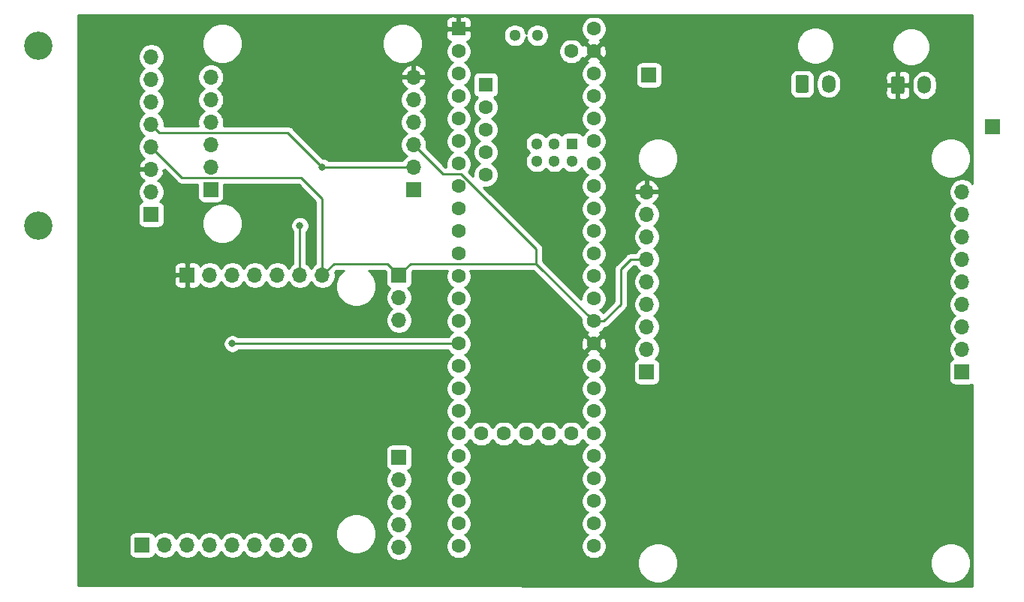
<source format=gbl>
%TF.GenerationSoftware,KiCad,Pcbnew,(5.1.6)-1*%
%TF.CreationDate,2021-11-13T14:54:39-08:00*%
%TF.ProjectId,ARESnoseConeSystem2022,41524553-6e6f-4736-9543-6f6e65537973,rev?*%
%TF.SameCoordinates,Original*%
%TF.FileFunction,Copper,L2,Bot*%
%TF.FilePolarity,Positive*%
%FSLAX46Y46*%
G04 Gerber Fmt 4.6, Leading zero omitted, Abs format (unit mm)*
G04 Created by KiCad (PCBNEW (5.1.6)-1) date 2021-11-13 14:54:39*
%MOMM*%
%LPD*%
G01*
G04 APERTURE LIST*
%TA.AperFunction,ComponentPad*%
%ADD10R,1.700000X1.700000*%
%TD*%
%TA.AperFunction,ComponentPad*%
%ADD11O,1.700000X1.700000*%
%TD*%
%TA.AperFunction,ComponentPad*%
%ADD12C,1.300000*%
%TD*%
%TA.AperFunction,ComponentPad*%
%ADD13C,1.600000*%
%TD*%
%TA.AperFunction,ComponentPad*%
%ADD14R,1.300000X1.300000*%
%TD*%
%TA.AperFunction,ComponentPad*%
%ADD15R,1.600000X1.600000*%
%TD*%
%TA.AperFunction,ComponentPad*%
%ADD16O,1.500000X2.020000*%
%TD*%
%TA.AperFunction,ComponentPad*%
%ADD17C,3.200000*%
%TD*%
%TA.AperFunction,ComponentPad*%
%ADD18C,3.200001*%
%TD*%
%TA.AperFunction,ViaPad*%
%ADD19C,0.800000*%
%TD*%
%TA.AperFunction,Conductor*%
%ADD20C,0.250000*%
%TD*%
%TA.AperFunction,Conductor*%
%ADD21C,0.254000*%
%TD*%
G04 APERTURE END LIST*
D10*
X165862000Y-59563000D03*
X127127000Y-53721000D03*
D11*
X98933000Y-107061000D03*
X98933000Y-104521000D03*
X98933000Y-101981000D03*
X98933000Y-99441000D03*
D10*
X98933000Y-96901000D03*
D11*
X87757000Y-106807000D03*
X85217000Y-106807000D03*
X82677000Y-106807000D03*
X80137000Y-106807000D03*
X77597000Y-106807000D03*
X75057000Y-106807000D03*
X72517000Y-106807000D03*
D10*
X69977000Y-106807000D03*
D11*
X98933000Y-81407000D03*
X98933000Y-78867000D03*
D10*
X98933000Y-76327000D03*
D11*
X162433000Y-66929000D03*
X162433000Y-69469000D03*
X162433000Y-72009000D03*
X162433000Y-74549000D03*
X162433000Y-77089000D03*
X162433000Y-79629000D03*
X162433000Y-82169000D03*
X162433000Y-84709000D03*
D10*
X162433000Y-87249000D03*
D11*
X77724000Y-53975000D03*
X77724000Y-56515000D03*
X77724000Y-59055000D03*
X77724000Y-61595000D03*
X77724000Y-64135000D03*
D10*
X77724000Y-66675000D03*
D11*
X100584000Y-53975000D03*
X100584000Y-56515000D03*
X100584000Y-59055000D03*
X100584000Y-61595000D03*
X100584000Y-64135000D03*
D10*
X100584000Y-66675000D03*
D11*
X126873000Y-66929000D03*
X126873000Y-69469000D03*
X126873000Y-72009000D03*
X126873000Y-74549000D03*
X126873000Y-77089000D03*
X126873000Y-79629000D03*
X126873000Y-82169000D03*
X126873000Y-84709000D03*
D10*
X126873000Y-87249000D03*
D11*
X90297000Y-76327000D03*
X87757000Y-76327000D03*
X85217000Y-76327000D03*
X82677000Y-76327000D03*
X80137000Y-76327000D03*
X77597000Y-76327000D03*
D10*
X75057000Y-76327000D03*
D11*
X70993000Y-51689000D03*
X70993000Y-54229000D03*
X70993000Y-56769000D03*
X70993000Y-59309000D03*
X70993000Y-61849000D03*
X70993000Y-64389000D03*
X70993000Y-66929000D03*
D10*
X70993000Y-69469000D03*
D12*
X114554000Y-49244000D03*
X112014000Y-49244000D03*
D13*
X118364000Y-94234000D03*
X115824000Y-94234000D03*
X113284000Y-94234000D03*
X110744000Y-94234000D03*
X108204000Y-94234000D03*
D12*
X114465600Y-61484000D03*
X114465600Y-63484000D03*
X116465600Y-63484000D03*
X116465600Y-61484000D03*
X118465600Y-63484000D03*
D14*
X118465600Y-61484000D03*
D13*
X105664000Y-89154000D03*
X105664000Y-91694000D03*
X105664000Y-94234000D03*
X105664000Y-96774000D03*
X105664000Y-86614000D03*
X105664000Y-84074000D03*
X105664000Y-81534000D03*
X105664000Y-99314000D03*
X105664000Y-101854000D03*
X105664000Y-104394000D03*
X105664000Y-106934000D03*
X120904000Y-106934000D03*
X120904000Y-104394000D03*
X120904000Y-101854000D03*
X120904000Y-99314000D03*
X120904000Y-96774000D03*
X120904000Y-94234000D03*
X120904000Y-91694000D03*
X120904000Y-89154000D03*
X120904000Y-86614000D03*
X120904000Y-84074000D03*
X105664000Y-78994000D03*
X105664000Y-76454000D03*
X105664000Y-73914000D03*
X105664000Y-71374000D03*
X105664000Y-68834000D03*
X105664000Y-66294000D03*
X105664000Y-63754000D03*
X105664000Y-61214000D03*
X105664000Y-58674000D03*
X105664000Y-56134000D03*
X105664000Y-53594000D03*
X105664000Y-51054000D03*
D15*
X105664000Y-48514000D03*
D13*
X120904000Y-81534000D03*
X120904000Y-78994000D03*
X120904000Y-76454000D03*
X120904000Y-73914000D03*
X120904000Y-71374000D03*
X120904000Y-68834000D03*
X120904000Y-66294000D03*
X120904000Y-63754000D03*
X120904000Y-61214000D03*
X120904000Y-58674000D03*
X120904000Y-56134000D03*
X120904000Y-53594000D03*
X120904000Y-51054000D03*
X120904000Y-48514000D03*
D15*
X108714800Y-54813200D03*
D13*
X108714800Y-57353200D03*
X108714800Y-59893200D03*
X108714800Y-62433200D03*
X108714800Y-64973200D03*
X118364000Y-51054000D03*
D16*
X158194000Y-54864000D03*
%TA.AperFunction,ComponentPad*%
G36*
G01*
X154444000Y-55624000D02*
X154444000Y-54104000D01*
G75*
G02*
X154694000Y-53854000I250000J0D01*
G01*
X155694000Y-53854000D01*
G75*
G02*
X155944000Y-54104000I0J-250000D01*
G01*
X155944000Y-55624000D01*
G75*
G02*
X155694000Y-55874000I-250000J0D01*
G01*
X154694000Y-55874000D01*
G75*
G02*
X154444000Y-55624000I0J250000D01*
G01*
G37*
%TD.AperFunction*%
X147399000Y-54737000D03*
%TA.AperFunction,ComponentPad*%
G36*
G01*
X143649000Y-55497000D02*
X143649000Y-53977000D01*
G75*
G02*
X143899000Y-53727000I250000J0D01*
G01*
X144899000Y-53727000D01*
G75*
G02*
X145149000Y-53977000I0J-250000D01*
G01*
X145149000Y-55497000D01*
G75*
G02*
X144899000Y-55747000I-250000J0D01*
G01*
X143899000Y-55747000D01*
G75*
G02*
X143649000Y-55497000I0J250000D01*
G01*
G37*
%TD.AperFunction*%
D17*
X58293000Y-70739000D03*
D18*
X58293000Y-50419000D03*
D19*
X135001000Y-59055000D03*
X138430000Y-54610000D03*
X68072000Y-64389000D03*
X97536000Y-53975000D03*
X71755000Y-76327000D03*
X87757000Y-70739000D03*
X90297000Y-64135000D03*
X80137000Y-84074000D03*
D20*
X92837000Y-64135000D02*
X100584000Y-64135000D01*
X92837000Y-64135000D02*
X90297000Y-64135000D01*
X87757000Y-76327000D02*
X87757000Y-70739000D01*
X86392001Y-60230001D02*
X90297000Y-64135000D01*
X71914001Y-60230001D02*
X86392001Y-60230001D01*
X70993000Y-59309000D02*
X71914001Y-60230001D01*
X120904000Y-81534000D02*
X114409001Y-75039001D01*
X103868001Y-64879001D02*
X100584000Y-61595000D01*
X105914003Y-64879001D02*
X103868001Y-64879001D01*
X114409001Y-73373999D02*
X105914003Y-64879001D01*
X114409001Y-75039001D02*
X114409001Y-73373999D01*
X91584999Y-75039001D02*
X90297000Y-76327000D01*
X87916001Y-65310001D02*
X74454001Y-65310001D01*
X90297000Y-76327000D02*
X90297000Y-67691000D01*
X74454001Y-65310001D02*
X70993000Y-61849000D01*
X90297000Y-67691000D02*
X87916001Y-65310001D01*
X100220999Y-75039001D02*
X98933000Y-76327000D01*
X114409001Y-75039001D02*
X100220999Y-75039001D01*
X97645001Y-75039001D02*
X98933000Y-76327000D01*
X91584999Y-75039001D02*
X97645001Y-75039001D01*
X120904000Y-81534000D02*
X122047000Y-81534000D01*
X122047000Y-81534000D02*
X123952000Y-79629000D01*
X123952000Y-79629000D02*
X123952000Y-75692000D01*
X125095000Y-74549000D02*
X126873000Y-74549000D01*
X123952000Y-75692000D02*
X125095000Y-74549000D01*
X105664000Y-84074000D02*
X86106000Y-84074000D01*
X86106000Y-84074000D02*
X80137000Y-84074000D01*
D21*
G36*
X163576000Y-65971893D02*
G01*
X163379632Y-65775525D01*
X163136411Y-65613010D01*
X162866158Y-65501068D01*
X162579260Y-65444000D01*
X162286740Y-65444000D01*
X161999842Y-65501068D01*
X161729589Y-65613010D01*
X161486368Y-65775525D01*
X161279525Y-65982368D01*
X161117010Y-66225589D01*
X161005068Y-66495842D01*
X160948000Y-66782740D01*
X160948000Y-67075260D01*
X161005068Y-67362158D01*
X161117010Y-67632411D01*
X161279525Y-67875632D01*
X161486368Y-68082475D01*
X161660760Y-68199000D01*
X161486368Y-68315525D01*
X161279525Y-68522368D01*
X161117010Y-68765589D01*
X161005068Y-69035842D01*
X160948000Y-69322740D01*
X160948000Y-69615260D01*
X161005068Y-69902158D01*
X161117010Y-70172411D01*
X161279525Y-70415632D01*
X161486368Y-70622475D01*
X161660760Y-70739000D01*
X161486368Y-70855525D01*
X161279525Y-71062368D01*
X161117010Y-71305589D01*
X161005068Y-71575842D01*
X160948000Y-71862740D01*
X160948000Y-72155260D01*
X161005068Y-72442158D01*
X161117010Y-72712411D01*
X161279525Y-72955632D01*
X161486368Y-73162475D01*
X161660760Y-73279000D01*
X161486368Y-73395525D01*
X161279525Y-73602368D01*
X161117010Y-73845589D01*
X161005068Y-74115842D01*
X160948000Y-74402740D01*
X160948000Y-74695260D01*
X161005068Y-74982158D01*
X161117010Y-75252411D01*
X161279525Y-75495632D01*
X161486368Y-75702475D01*
X161660760Y-75819000D01*
X161486368Y-75935525D01*
X161279525Y-76142368D01*
X161117010Y-76385589D01*
X161005068Y-76655842D01*
X160948000Y-76942740D01*
X160948000Y-77235260D01*
X161005068Y-77522158D01*
X161117010Y-77792411D01*
X161279525Y-78035632D01*
X161486368Y-78242475D01*
X161660760Y-78359000D01*
X161486368Y-78475525D01*
X161279525Y-78682368D01*
X161117010Y-78925589D01*
X161005068Y-79195842D01*
X160948000Y-79482740D01*
X160948000Y-79775260D01*
X161005068Y-80062158D01*
X161117010Y-80332411D01*
X161279525Y-80575632D01*
X161486368Y-80782475D01*
X161660760Y-80899000D01*
X161486368Y-81015525D01*
X161279525Y-81222368D01*
X161117010Y-81465589D01*
X161005068Y-81735842D01*
X160948000Y-82022740D01*
X160948000Y-82315260D01*
X161005068Y-82602158D01*
X161117010Y-82872411D01*
X161279525Y-83115632D01*
X161486368Y-83322475D01*
X161660760Y-83439000D01*
X161486368Y-83555525D01*
X161279525Y-83762368D01*
X161117010Y-84005589D01*
X161005068Y-84275842D01*
X160948000Y-84562740D01*
X160948000Y-84855260D01*
X161005068Y-85142158D01*
X161117010Y-85412411D01*
X161279525Y-85655632D01*
X161411380Y-85787487D01*
X161338820Y-85809498D01*
X161228506Y-85868463D01*
X161131815Y-85947815D01*
X161052463Y-86044506D01*
X160993498Y-86154820D01*
X160957188Y-86274518D01*
X160944928Y-86399000D01*
X160944928Y-88099000D01*
X160957188Y-88223482D01*
X160993498Y-88343180D01*
X161052463Y-88453494D01*
X161131815Y-88550185D01*
X161228506Y-88629537D01*
X161338820Y-88688502D01*
X161458518Y-88724812D01*
X161583000Y-88737072D01*
X163283000Y-88737072D01*
X163407482Y-88724812D01*
X163527180Y-88688502D01*
X163576000Y-88662407D01*
X163576000Y-111497242D01*
X62738000Y-111394972D01*
X62738000Y-108613849D01*
X125857000Y-108613849D01*
X125857000Y-109064151D01*
X125944850Y-109505802D01*
X126117173Y-109921827D01*
X126367348Y-110296240D01*
X126685760Y-110614652D01*
X127060173Y-110864827D01*
X127476198Y-111037150D01*
X127917849Y-111125000D01*
X128368151Y-111125000D01*
X128809802Y-111037150D01*
X129225827Y-110864827D01*
X129600240Y-110614652D01*
X129918652Y-110296240D01*
X130168827Y-109921827D01*
X130341150Y-109505802D01*
X130429000Y-109064151D01*
X130429000Y-108613849D01*
X158877000Y-108613849D01*
X158877000Y-109064151D01*
X158964850Y-109505802D01*
X159137173Y-109921827D01*
X159387348Y-110296240D01*
X159705760Y-110614652D01*
X160080173Y-110864827D01*
X160496198Y-111037150D01*
X160937849Y-111125000D01*
X161388151Y-111125000D01*
X161829802Y-111037150D01*
X162245827Y-110864827D01*
X162620240Y-110614652D01*
X162938652Y-110296240D01*
X163188827Y-109921827D01*
X163361150Y-109505802D01*
X163449000Y-109064151D01*
X163449000Y-108613849D01*
X163361150Y-108172198D01*
X163188827Y-107756173D01*
X162938652Y-107381760D01*
X162620240Y-107063348D01*
X162245827Y-106813173D01*
X161829802Y-106640850D01*
X161388151Y-106553000D01*
X160937849Y-106553000D01*
X160496198Y-106640850D01*
X160080173Y-106813173D01*
X159705760Y-107063348D01*
X159387348Y-107381760D01*
X159137173Y-107756173D01*
X158964850Y-108172198D01*
X158877000Y-108613849D01*
X130429000Y-108613849D01*
X130341150Y-108172198D01*
X130168827Y-107756173D01*
X129918652Y-107381760D01*
X129600240Y-107063348D01*
X129225827Y-106813173D01*
X128809802Y-106640850D01*
X128368151Y-106553000D01*
X127917849Y-106553000D01*
X127476198Y-106640850D01*
X127060173Y-106813173D01*
X126685760Y-107063348D01*
X126367348Y-107381760D01*
X126117173Y-107756173D01*
X125944850Y-108172198D01*
X125857000Y-108613849D01*
X62738000Y-108613849D01*
X62738000Y-105957000D01*
X68488928Y-105957000D01*
X68488928Y-107657000D01*
X68501188Y-107781482D01*
X68537498Y-107901180D01*
X68596463Y-108011494D01*
X68675815Y-108108185D01*
X68772506Y-108187537D01*
X68882820Y-108246502D01*
X69002518Y-108282812D01*
X69127000Y-108295072D01*
X70827000Y-108295072D01*
X70951482Y-108282812D01*
X71071180Y-108246502D01*
X71181494Y-108187537D01*
X71278185Y-108108185D01*
X71357537Y-108011494D01*
X71416502Y-107901180D01*
X71438513Y-107828620D01*
X71570368Y-107960475D01*
X71813589Y-108122990D01*
X72083842Y-108234932D01*
X72370740Y-108292000D01*
X72663260Y-108292000D01*
X72950158Y-108234932D01*
X73220411Y-108122990D01*
X73463632Y-107960475D01*
X73670475Y-107753632D01*
X73787000Y-107579240D01*
X73903525Y-107753632D01*
X74110368Y-107960475D01*
X74353589Y-108122990D01*
X74623842Y-108234932D01*
X74910740Y-108292000D01*
X75203260Y-108292000D01*
X75490158Y-108234932D01*
X75760411Y-108122990D01*
X76003632Y-107960475D01*
X76210475Y-107753632D01*
X76327000Y-107579240D01*
X76443525Y-107753632D01*
X76650368Y-107960475D01*
X76893589Y-108122990D01*
X77163842Y-108234932D01*
X77450740Y-108292000D01*
X77743260Y-108292000D01*
X78030158Y-108234932D01*
X78300411Y-108122990D01*
X78543632Y-107960475D01*
X78750475Y-107753632D01*
X78867000Y-107579240D01*
X78983525Y-107753632D01*
X79190368Y-107960475D01*
X79433589Y-108122990D01*
X79703842Y-108234932D01*
X79990740Y-108292000D01*
X80283260Y-108292000D01*
X80570158Y-108234932D01*
X80840411Y-108122990D01*
X81083632Y-107960475D01*
X81290475Y-107753632D01*
X81407000Y-107579240D01*
X81523525Y-107753632D01*
X81730368Y-107960475D01*
X81973589Y-108122990D01*
X82243842Y-108234932D01*
X82530740Y-108292000D01*
X82823260Y-108292000D01*
X83110158Y-108234932D01*
X83380411Y-108122990D01*
X83623632Y-107960475D01*
X83830475Y-107753632D01*
X83947000Y-107579240D01*
X84063525Y-107753632D01*
X84270368Y-107960475D01*
X84513589Y-108122990D01*
X84783842Y-108234932D01*
X85070740Y-108292000D01*
X85363260Y-108292000D01*
X85650158Y-108234932D01*
X85920411Y-108122990D01*
X86163632Y-107960475D01*
X86370475Y-107753632D01*
X86487000Y-107579240D01*
X86603525Y-107753632D01*
X86810368Y-107960475D01*
X87053589Y-108122990D01*
X87323842Y-108234932D01*
X87610740Y-108292000D01*
X87903260Y-108292000D01*
X88190158Y-108234932D01*
X88460411Y-108122990D01*
X88703632Y-107960475D01*
X88910475Y-107753632D01*
X89072990Y-107510411D01*
X89184932Y-107240158D01*
X89242000Y-106953260D01*
X89242000Y-106660740D01*
X89184932Y-106373842D01*
X89072990Y-106103589D01*
X88910475Y-105860368D01*
X88703632Y-105653525D01*
X88460411Y-105491010D01*
X88190158Y-105379068D01*
X87903260Y-105322000D01*
X87610740Y-105322000D01*
X87323842Y-105379068D01*
X87053589Y-105491010D01*
X86810368Y-105653525D01*
X86603525Y-105860368D01*
X86487000Y-106034760D01*
X86370475Y-105860368D01*
X86163632Y-105653525D01*
X85920411Y-105491010D01*
X85650158Y-105379068D01*
X85363260Y-105322000D01*
X85070740Y-105322000D01*
X84783842Y-105379068D01*
X84513589Y-105491010D01*
X84270368Y-105653525D01*
X84063525Y-105860368D01*
X83947000Y-106034760D01*
X83830475Y-105860368D01*
X83623632Y-105653525D01*
X83380411Y-105491010D01*
X83110158Y-105379068D01*
X82823260Y-105322000D01*
X82530740Y-105322000D01*
X82243842Y-105379068D01*
X81973589Y-105491010D01*
X81730368Y-105653525D01*
X81523525Y-105860368D01*
X81407000Y-106034760D01*
X81290475Y-105860368D01*
X81083632Y-105653525D01*
X80840411Y-105491010D01*
X80570158Y-105379068D01*
X80283260Y-105322000D01*
X79990740Y-105322000D01*
X79703842Y-105379068D01*
X79433589Y-105491010D01*
X79190368Y-105653525D01*
X78983525Y-105860368D01*
X78867000Y-106034760D01*
X78750475Y-105860368D01*
X78543632Y-105653525D01*
X78300411Y-105491010D01*
X78030158Y-105379068D01*
X77743260Y-105322000D01*
X77450740Y-105322000D01*
X77163842Y-105379068D01*
X76893589Y-105491010D01*
X76650368Y-105653525D01*
X76443525Y-105860368D01*
X76327000Y-106034760D01*
X76210475Y-105860368D01*
X76003632Y-105653525D01*
X75760411Y-105491010D01*
X75490158Y-105379068D01*
X75203260Y-105322000D01*
X74910740Y-105322000D01*
X74623842Y-105379068D01*
X74353589Y-105491010D01*
X74110368Y-105653525D01*
X73903525Y-105860368D01*
X73787000Y-106034760D01*
X73670475Y-105860368D01*
X73463632Y-105653525D01*
X73220411Y-105491010D01*
X72950158Y-105379068D01*
X72663260Y-105322000D01*
X72370740Y-105322000D01*
X72083842Y-105379068D01*
X71813589Y-105491010D01*
X71570368Y-105653525D01*
X71438513Y-105785380D01*
X71416502Y-105712820D01*
X71357537Y-105602506D01*
X71278185Y-105505815D01*
X71181494Y-105426463D01*
X71071180Y-105367498D01*
X70951482Y-105331188D01*
X70827000Y-105318928D01*
X69127000Y-105318928D01*
X69002518Y-105331188D01*
X68882820Y-105367498D01*
X68772506Y-105426463D01*
X68675815Y-105505815D01*
X68596463Y-105602506D01*
X68537498Y-105712820D01*
X68501188Y-105832518D01*
X68488928Y-105957000D01*
X62738000Y-105957000D01*
X62738000Y-105311849D01*
X91821000Y-105311849D01*
X91821000Y-105762151D01*
X91908850Y-106203802D01*
X92081173Y-106619827D01*
X92331348Y-106994240D01*
X92649760Y-107312652D01*
X93024173Y-107562827D01*
X93440198Y-107735150D01*
X93881849Y-107823000D01*
X94332151Y-107823000D01*
X94773802Y-107735150D01*
X95189827Y-107562827D01*
X95564240Y-107312652D01*
X95882652Y-106994240D01*
X96132827Y-106619827D01*
X96305150Y-106203802D01*
X96393000Y-105762151D01*
X96393000Y-105311849D01*
X96305150Y-104870198D01*
X96132827Y-104454173D01*
X95882652Y-104079760D01*
X95564240Y-103761348D01*
X95189827Y-103511173D01*
X94773802Y-103338850D01*
X94332151Y-103251000D01*
X93881849Y-103251000D01*
X93440198Y-103338850D01*
X93024173Y-103511173D01*
X92649760Y-103761348D01*
X92331348Y-104079760D01*
X92081173Y-104454173D01*
X91908850Y-104870198D01*
X91821000Y-105311849D01*
X62738000Y-105311849D01*
X62738000Y-96051000D01*
X97444928Y-96051000D01*
X97444928Y-97751000D01*
X97457188Y-97875482D01*
X97493498Y-97995180D01*
X97552463Y-98105494D01*
X97631815Y-98202185D01*
X97728506Y-98281537D01*
X97838820Y-98340502D01*
X97911380Y-98362513D01*
X97779525Y-98494368D01*
X97617010Y-98737589D01*
X97505068Y-99007842D01*
X97448000Y-99294740D01*
X97448000Y-99587260D01*
X97505068Y-99874158D01*
X97617010Y-100144411D01*
X97779525Y-100387632D01*
X97986368Y-100594475D01*
X98160760Y-100711000D01*
X97986368Y-100827525D01*
X97779525Y-101034368D01*
X97617010Y-101277589D01*
X97505068Y-101547842D01*
X97448000Y-101834740D01*
X97448000Y-102127260D01*
X97505068Y-102414158D01*
X97617010Y-102684411D01*
X97779525Y-102927632D01*
X97986368Y-103134475D01*
X98160760Y-103251000D01*
X97986368Y-103367525D01*
X97779525Y-103574368D01*
X97617010Y-103817589D01*
X97505068Y-104087842D01*
X97448000Y-104374740D01*
X97448000Y-104667260D01*
X97505068Y-104954158D01*
X97617010Y-105224411D01*
X97779525Y-105467632D01*
X97986368Y-105674475D01*
X98160760Y-105791000D01*
X97986368Y-105907525D01*
X97779525Y-106114368D01*
X97617010Y-106357589D01*
X97505068Y-106627842D01*
X97448000Y-106914740D01*
X97448000Y-107207260D01*
X97505068Y-107494158D01*
X97617010Y-107764411D01*
X97779525Y-108007632D01*
X97986368Y-108214475D01*
X98229589Y-108376990D01*
X98499842Y-108488932D01*
X98786740Y-108546000D01*
X99079260Y-108546000D01*
X99366158Y-108488932D01*
X99636411Y-108376990D01*
X99879632Y-108214475D01*
X100086475Y-108007632D01*
X100248990Y-107764411D01*
X100360932Y-107494158D01*
X100418000Y-107207260D01*
X100418000Y-106914740D01*
X100360932Y-106627842D01*
X100248990Y-106357589D01*
X100086475Y-106114368D01*
X99879632Y-105907525D01*
X99705240Y-105791000D01*
X99879632Y-105674475D01*
X100086475Y-105467632D01*
X100248990Y-105224411D01*
X100360932Y-104954158D01*
X100418000Y-104667260D01*
X100418000Y-104374740D01*
X100360932Y-104087842D01*
X100248990Y-103817589D01*
X100086475Y-103574368D01*
X99879632Y-103367525D01*
X99705240Y-103251000D01*
X99879632Y-103134475D01*
X100086475Y-102927632D01*
X100248990Y-102684411D01*
X100360932Y-102414158D01*
X100418000Y-102127260D01*
X100418000Y-101834740D01*
X100360932Y-101547842D01*
X100248990Y-101277589D01*
X100086475Y-101034368D01*
X99879632Y-100827525D01*
X99705240Y-100711000D01*
X99879632Y-100594475D01*
X100086475Y-100387632D01*
X100248990Y-100144411D01*
X100360932Y-99874158D01*
X100418000Y-99587260D01*
X100418000Y-99294740D01*
X100360932Y-99007842D01*
X100248990Y-98737589D01*
X100086475Y-98494368D01*
X99954620Y-98362513D01*
X100027180Y-98340502D01*
X100137494Y-98281537D01*
X100234185Y-98202185D01*
X100313537Y-98105494D01*
X100372502Y-97995180D01*
X100408812Y-97875482D01*
X100421072Y-97751000D01*
X100421072Y-96051000D01*
X100408812Y-95926518D01*
X100372502Y-95806820D01*
X100313537Y-95696506D01*
X100234185Y-95599815D01*
X100137494Y-95520463D01*
X100027180Y-95461498D01*
X99907482Y-95425188D01*
X99783000Y-95412928D01*
X98083000Y-95412928D01*
X97958518Y-95425188D01*
X97838820Y-95461498D01*
X97728506Y-95520463D01*
X97631815Y-95599815D01*
X97552463Y-95696506D01*
X97493498Y-95806820D01*
X97457188Y-95926518D01*
X97444928Y-96051000D01*
X62738000Y-96051000D01*
X62738000Y-77177000D01*
X73568928Y-77177000D01*
X73581188Y-77301482D01*
X73617498Y-77421180D01*
X73676463Y-77531494D01*
X73755815Y-77628185D01*
X73852506Y-77707537D01*
X73962820Y-77766502D01*
X74082518Y-77802812D01*
X74207000Y-77815072D01*
X74771250Y-77812000D01*
X74930000Y-77653250D01*
X74930000Y-76454000D01*
X73730750Y-76454000D01*
X73572000Y-76612750D01*
X73568928Y-77177000D01*
X62738000Y-77177000D01*
X62738000Y-75477000D01*
X73568928Y-75477000D01*
X73572000Y-76041250D01*
X73730750Y-76200000D01*
X74930000Y-76200000D01*
X74930000Y-75000750D01*
X74771250Y-74842000D01*
X74207000Y-74838928D01*
X74082518Y-74851188D01*
X73962820Y-74887498D01*
X73852506Y-74946463D01*
X73755815Y-75025815D01*
X73676463Y-75122506D01*
X73617498Y-75232820D01*
X73581188Y-75352518D01*
X73568928Y-75477000D01*
X62738000Y-75477000D01*
X62738000Y-68619000D01*
X69504928Y-68619000D01*
X69504928Y-70319000D01*
X69517188Y-70443482D01*
X69553498Y-70563180D01*
X69612463Y-70673494D01*
X69691815Y-70770185D01*
X69788506Y-70849537D01*
X69898820Y-70908502D01*
X70018518Y-70944812D01*
X70143000Y-70957072D01*
X71843000Y-70957072D01*
X71967482Y-70944812D01*
X72087180Y-70908502D01*
X72197494Y-70849537D01*
X72294185Y-70770185D01*
X72373537Y-70673494D01*
X72432502Y-70563180D01*
X72468812Y-70443482D01*
X72481072Y-70319000D01*
X72481072Y-70259849D01*
X76708000Y-70259849D01*
X76708000Y-70710151D01*
X76795850Y-71151802D01*
X76968173Y-71567827D01*
X77218348Y-71942240D01*
X77536760Y-72260652D01*
X77911173Y-72510827D01*
X78327198Y-72683150D01*
X78768849Y-72771000D01*
X79219151Y-72771000D01*
X79660802Y-72683150D01*
X80076827Y-72510827D01*
X80451240Y-72260652D01*
X80769652Y-71942240D01*
X81019827Y-71567827D01*
X81192150Y-71151802D01*
X81280000Y-70710151D01*
X81280000Y-70259849D01*
X81192150Y-69818198D01*
X81019827Y-69402173D01*
X80769652Y-69027760D01*
X80451240Y-68709348D01*
X80076827Y-68459173D01*
X79660802Y-68286850D01*
X79219151Y-68199000D01*
X78768849Y-68199000D01*
X78327198Y-68286850D01*
X77911173Y-68459173D01*
X77536760Y-68709348D01*
X77218348Y-69027760D01*
X76968173Y-69402173D01*
X76795850Y-69818198D01*
X76708000Y-70259849D01*
X72481072Y-70259849D01*
X72481072Y-68619000D01*
X72468812Y-68494518D01*
X72432502Y-68374820D01*
X72373537Y-68264506D01*
X72294185Y-68167815D01*
X72197494Y-68088463D01*
X72087180Y-68029498D01*
X72014620Y-68007487D01*
X72146475Y-67875632D01*
X72308990Y-67632411D01*
X72420932Y-67362158D01*
X72478000Y-67075260D01*
X72478000Y-66782740D01*
X72420932Y-66495842D01*
X72308990Y-66225589D01*
X72146475Y-65982368D01*
X71939632Y-65775525D01*
X71757466Y-65653805D01*
X71874355Y-65584178D01*
X72090588Y-65389269D01*
X72264641Y-65155920D01*
X72389825Y-64893099D01*
X72434476Y-64745890D01*
X72313156Y-64516002D01*
X72478000Y-64516002D01*
X72478000Y-64408801D01*
X73890201Y-65821003D01*
X73914000Y-65850002D01*
X73942998Y-65873800D01*
X74029725Y-65944975D01*
X74161754Y-66015547D01*
X74305015Y-66059004D01*
X74454001Y-66073678D01*
X74491334Y-66070001D01*
X76235928Y-66070001D01*
X76235928Y-67525000D01*
X76248188Y-67649482D01*
X76284498Y-67769180D01*
X76343463Y-67879494D01*
X76422815Y-67976185D01*
X76519506Y-68055537D01*
X76629820Y-68114502D01*
X76749518Y-68150812D01*
X76874000Y-68163072D01*
X78574000Y-68163072D01*
X78698482Y-68150812D01*
X78818180Y-68114502D01*
X78928494Y-68055537D01*
X79025185Y-67976185D01*
X79104537Y-67879494D01*
X79163502Y-67769180D01*
X79199812Y-67649482D01*
X79212072Y-67525000D01*
X79212072Y-66070001D01*
X87601200Y-66070001D01*
X89537001Y-68005803D01*
X89537000Y-75048821D01*
X89350368Y-75173525D01*
X89143525Y-75380368D01*
X89027000Y-75554760D01*
X88910475Y-75380368D01*
X88703632Y-75173525D01*
X88517000Y-75048822D01*
X88517000Y-71442711D01*
X88560937Y-71398774D01*
X88674205Y-71229256D01*
X88752226Y-71040898D01*
X88792000Y-70840939D01*
X88792000Y-70637061D01*
X88752226Y-70437102D01*
X88674205Y-70248744D01*
X88560937Y-70079226D01*
X88416774Y-69935063D01*
X88247256Y-69821795D01*
X88058898Y-69743774D01*
X87858939Y-69704000D01*
X87655061Y-69704000D01*
X87455102Y-69743774D01*
X87266744Y-69821795D01*
X87097226Y-69935063D01*
X86953063Y-70079226D01*
X86839795Y-70248744D01*
X86761774Y-70437102D01*
X86722000Y-70637061D01*
X86722000Y-70840939D01*
X86761774Y-71040898D01*
X86839795Y-71229256D01*
X86953063Y-71398774D01*
X86997001Y-71442712D01*
X86997000Y-75048821D01*
X86810368Y-75173525D01*
X86603525Y-75380368D01*
X86487000Y-75554760D01*
X86370475Y-75380368D01*
X86163632Y-75173525D01*
X85920411Y-75011010D01*
X85650158Y-74899068D01*
X85363260Y-74842000D01*
X85070740Y-74842000D01*
X84783842Y-74899068D01*
X84513589Y-75011010D01*
X84270368Y-75173525D01*
X84063525Y-75380368D01*
X83947000Y-75554760D01*
X83830475Y-75380368D01*
X83623632Y-75173525D01*
X83380411Y-75011010D01*
X83110158Y-74899068D01*
X82823260Y-74842000D01*
X82530740Y-74842000D01*
X82243842Y-74899068D01*
X81973589Y-75011010D01*
X81730368Y-75173525D01*
X81523525Y-75380368D01*
X81407000Y-75554760D01*
X81290475Y-75380368D01*
X81083632Y-75173525D01*
X80840411Y-75011010D01*
X80570158Y-74899068D01*
X80283260Y-74842000D01*
X79990740Y-74842000D01*
X79703842Y-74899068D01*
X79433589Y-75011010D01*
X79190368Y-75173525D01*
X78983525Y-75380368D01*
X78867000Y-75554760D01*
X78750475Y-75380368D01*
X78543632Y-75173525D01*
X78300411Y-75011010D01*
X78030158Y-74899068D01*
X77743260Y-74842000D01*
X77450740Y-74842000D01*
X77163842Y-74899068D01*
X76893589Y-75011010D01*
X76650368Y-75173525D01*
X76518513Y-75305380D01*
X76496502Y-75232820D01*
X76437537Y-75122506D01*
X76358185Y-75025815D01*
X76261494Y-74946463D01*
X76151180Y-74887498D01*
X76031482Y-74851188D01*
X75907000Y-74838928D01*
X75342750Y-74842000D01*
X75184000Y-75000750D01*
X75184000Y-76200000D01*
X75204000Y-76200000D01*
X75204000Y-76454000D01*
X75184000Y-76454000D01*
X75184000Y-77653250D01*
X75342750Y-77812000D01*
X75907000Y-77815072D01*
X76031482Y-77802812D01*
X76151180Y-77766502D01*
X76261494Y-77707537D01*
X76358185Y-77628185D01*
X76437537Y-77531494D01*
X76496502Y-77421180D01*
X76518513Y-77348620D01*
X76650368Y-77480475D01*
X76893589Y-77642990D01*
X77163842Y-77754932D01*
X77450740Y-77812000D01*
X77743260Y-77812000D01*
X78030158Y-77754932D01*
X78300411Y-77642990D01*
X78543632Y-77480475D01*
X78750475Y-77273632D01*
X78867000Y-77099240D01*
X78983525Y-77273632D01*
X79190368Y-77480475D01*
X79433589Y-77642990D01*
X79703842Y-77754932D01*
X79990740Y-77812000D01*
X80283260Y-77812000D01*
X80570158Y-77754932D01*
X80840411Y-77642990D01*
X81083632Y-77480475D01*
X81290475Y-77273632D01*
X81407000Y-77099240D01*
X81523525Y-77273632D01*
X81730368Y-77480475D01*
X81973589Y-77642990D01*
X82243842Y-77754932D01*
X82530740Y-77812000D01*
X82823260Y-77812000D01*
X83110158Y-77754932D01*
X83380411Y-77642990D01*
X83623632Y-77480475D01*
X83830475Y-77273632D01*
X83947000Y-77099240D01*
X84063525Y-77273632D01*
X84270368Y-77480475D01*
X84513589Y-77642990D01*
X84783842Y-77754932D01*
X85070740Y-77812000D01*
X85363260Y-77812000D01*
X85650158Y-77754932D01*
X85920411Y-77642990D01*
X86163632Y-77480475D01*
X86370475Y-77273632D01*
X86487000Y-77099240D01*
X86603525Y-77273632D01*
X86810368Y-77480475D01*
X87053589Y-77642990D01*
X87323842Y-77754932D01*
X87610740Y-77812000D01*
X87903260Y-77812000D01*
X88190158Y-77754932D01*
X88460411Y-77642990D01*
X88703632Y-77480475D01*
X88910475Y-77273632D01*
X89027000Y-77099240D01*
X89143525Y-77273632D01*
X89350368Y-77480475D01*
X89593589Y-77642990D01*
X89863842Y-77754932D01*
X90150740Y-77812000D01*
X90443260Y-77812000D01*
X90730158Y-77754932D01*
X91000411Y-77642990D01*
X91243632Y-77480475D01*
X91450475Y-77273632D01*
X91612990Y-77030411D01*
X91724932Y-76760158D01*
X91782000Y-76473260D01*
X91782000Y-76180740D01*
X91738210Y-75960592D01*
X91899801Y-75799001D01*
X92683205Y-75799001D01*
X92649760Y-75821348D01*
X92331348Y-76139760D01*
X92081173Y-76514173D01*
X91908850Y-76930198D01*
X91821000Y-77371849D01*
X91821000Y-77822151D01*
X91908850Y-78263802D01*
X92081173Y-78679827D01*
X92331348Y-79054240D01*
X92649760Y-79372652D01*
X93024173Y-79622827D01*
X93440198Y-79795150D01*
X93881849Y-79883000D01*
X94332151Y-79883000D01*
X94773802Y-79795150D01*
X95189827Y-79622827D01*
X95564240Y-79372652D01*
X95882652Y-79054240D01*
X96132827Y-78679827D01*
X96305150Y-78263802D01*
X96393000Y-77822151D01*
X96393000Y-77371849D01*
X96305150Y-76930198D01*
X96132827Y-76514173D01*
X95882652Y-76139760D01*
X95564240Y-75821348D01*
X95530795Y-75799001D01*
X97330200Y-75799001D01*
X97444928Y-75913729D01*
X97444928Y-77177000D01*
X97457188Y-77301482D01*
X97493498Y-77421180D01*
X97552463Y-77531494D01*
X97631815Y-77628185D01*
X97728506Y-77707537D01*
X97838820Y-77766502D01*
X97911380Y-77788513D01*
X97779525Y-77920368D01*
X97617010Y-78163589D01*
X97505068Y-78433842D01*
X97448000Y-78720740D01*
X97448000Y-79013260D01*
X97505068Y-79300158D01*
X97617010Y-79570411D01*
X97779525Y-79813632D01*
X97986368Y-80020475D01*
X98160760Y-80137000D01*
X97986368Y-80253525D01*
X97779525Y-80460368D01*
X97617010Y-80703589D01*
X97505068Y-80973842D01*
X97448000Y-81260740D01*
X97448000Y-81553260D01*
X97505068Y-81840158D01*
X97617010Y-82110411D01*
X97779525Y-82353632D01*
X97986368Y-82560475D01*
X98229589Y-82722990D01*
X98499842Y-82834932D01*
X98786740Y-82892000D01*
X99079260Y-82892000D01*
X99366158Y-82834932D01*
X99636411Y-82722990D01*
X99879632Y-82560475D01*
X100086475Y-82353632D01*
X100248990Y-82110411D01*
X100360932Y-81840158D01*
X100418000Y-81553260D01*
X100418000Y-81260740D01*
X100360932Y-80973842D01*
X100248990Y-80703589D01*
X100086475Y-80460368D01*
X99879632Y-80253525D01*
X99705240Y-80137000D01*
X99879632Y-80020475D01*
X100086475Y-79813632D01*
X100248990Y-79570411D01*
X100360932Y-79300158D01*
X100418000Y-79013260D01*
X100418000Y-78720740D01*
X100360932Y-78433842D01*
X100248990Y-78163589D01*
X100086475Y-77920368D01*
X99954620Y-77788513D01*
X100027180Y-77766502D01*
X100137494Y-77707537D01*
X100234185Y-77628185D01*
X100313537Y-77531494D01*
X100372502Y-77421180D01*
X100408812Y-77301482D01*
X100421072Y-77177000D01*
X100421072Y-75913730D01*
X100535801Y-75799001D01*
X104382077Y-75799001D01*
X104284147Y-76035426D01*
X104229000Y-76312665D01*
X104229000Y-76595335D01*
X104284147Y-76872574D01*
X104392320Y-77133727D01*
X104549363Y-77368759D01*
X104749241Y-77568637D01*
X104981759Y-77724000D01*
X104749241Y-77879363D01*
X104549363Y-78079241D01*
X104392320Y-78314273D01*
X104284147Y-78575426D01*
X104229000Y-78852665D01*
X104229000Y-79135335D01*
X104284147Y-79412574D01*
X104392320Y-79673727D01*
X104549363Y-79908759D01*
X104749241Y-80108637D01*
X104981759Y-80264000D01*
X104749241Y-80419363D01*
X104549363Y-80619241D01*
X104392320Y-80854273D01*
X104284147Y-81115426D01*
X104229000Y-81392665D01*
X104229000Y-81675335D01*
X104284147Y-81952574D01*
X104392320Y-82213727D01*
X104549363Y-82448759D01*
X104749241Y-82648637D01*
X104981759Y-82804000D01*
X104749241Y-82959363D01*
X104549363Y-83159241D01*
X104445957Y-83314000D01*
X80840711Y-83314000D01*
X80796774Y-83270063D01*
X80627256Y-83156795D01*
X80438898Y-83078774D01*
X80238939Y-83039000D01*
X80035061Y-83039000D01*
X79835102Y-83078774D01*
X79646744Y-83156795D01*
X79477226Y-83270063D01*
X79333063Y-83414226D01*
X79219795Y-83583744D01*
X79141774Y-83772102D01*
X79102000Y-83972061D01*
X79102000Y-84175939D01*
X79141774Y-84375898D01*
X79219795Y-84564256D01*
X79333063Y-84733774D01*
X79477226Y-84877937D01*
X79646744Y-84991205D01*
X79835102Y-85069226D01*
X80035061Y-85109000D01*
X80238939Y-85109000D01*
X80438898Y-85069226D01*
X80627256Y-84991205D01*
X80796774Y-84877937D01*
X80840711Y-84834000D01*
X104445957Y-84834000D01*
X104549363Y-84988759D01*
X104749241Y-85188637D01*
X104981759Y-85344000D01*
X104749241Y-85499363D01*
X104549363Y-85699241D01*
X104392320Y-85934273D01*
X104284147Y-86195426D01*
X104229000Y-86472665D01*
X104229000Y-86755335D01*
X104284147Y-87032574D01*
X104392320Y-87293727D01*
X104549363Y-87528759D01*
X104749241Y-87728637D01*
X104981759Y-87884000D01*
X104749241Y-88039363D01*
X104549363Y-88239241D01*
X104392320Y-88474273D01*
X104284147Y-88735426D01*
X104229000Y-89012665D01*
X104229000Y-89295335D01*
X104284147Y-89572574D01*
X104392320Y-89833727D01*
X104549363Y-90068759D01*
X104749241Y-90268637D01*
X104981759Y-90424000D01*
X104749241Y-90579363D01*
X104549363Y-90779241D01*
X104392320Y-91014273D01*
X104284147Y-91275426D01*
X104229000Y-91552665D01*
X104229000Y-91835335D01*
X104284147Y-92112574D01*
X104392320Y-92373727D01*
X104549363Y-92608759D01*
X104749241Y-92808637D01*
X104981759Y-92964000D01*
X104749241Y-93119363D01*
X104549363Y-93319241D01*
X104392320Y-93554273D01*
X104284147Y-93815426D01*
X104229000Y-94092665D01*
X104229000Y-94375335D01*
X104284147Y-94652574D01*
X104392320Y-94913727D01*
X104549363Y-95148759D01*
X104749241Y-95348637D01*
X104981759Y-95504000D01*
X104749241Y-95659363D01*
X104549363Y-95859241D01*
X104392320Y-96094273D01*
X104284147Y-96355426D01*
X104229000Y-96632665D01*
X104229000Y-96915335D01*
X104284147Y-97192574D01*
X104392320Y-97453727D01*
X104549363Y-97688759D01*
X104749241Y-97888637D01*
X104981759Y-98044000D01*
X104749241Y-98199363D01*
X104549363Y-98399241D01*
X104392320Y-98634273D01*
X104284147Y-98895426D01*
X104229000Y-99172665D01*
X104229000Y-99455335D01*
X104284147Y-99732574D01*
X104392320Y-99993727D01*
X104549363Y-100228759D01*
X104749241Y-100428637D01*
X104981759Y-100584000D01*
X104749241Y-100739363D01*
X104549363Y-100939241D01*
X104392320Y-101174273D01*
X104284147Y-101435426D01*
X104229000Y-101712665D01*
X104229000Y-101995335D01*
X104284147Y-102272574D01*
X104392320Y-102533727D01*
X104549363Y-102768759D01*
X104749241Y-102968637D01*
X104981759Y-103124000D01*
X104749241Y-103279363D01*
X104549363Y-103479241D01*
X104392320Y-103714273D01*
X104284147Y-103975426D01*
X104229000Y-104252665D01*
X104229000Y-104535335D01*
X104284147Y-104812574D01*
X104392320Y-105073727D01*
X104549363Y-105308759D01*
X104749241Y-105508637D01*
X104981759Y-105664000D01*
X104749241Y-105819363D01*
X104549363Y-106019241D01*
X104392320Y-106254273D01*
X104284147Y-106515426D01*
X104229000Y-106792665D01*
X104229000Y-107075335D01*
X104284147Y-107352574D01*
X104392320Y-107613727D01*
X104549363Y-107848759D01*
X104749241Y-108048637D01*
X104984273Y-108205680D01*
X105245426Y-108313853D01*
X105522665Y-108369000D01*
X105805335Y-108369000D01*
X106082574Y-108313853D01*
X106343727Y-108205680D01*
X106578759Y-108048637D01*
X106778637Y-107848759D01*
X106935680Y-107613727D01*
X107043853Y-107352574D01*
X107099000Y-107075335D01*
X107099000Y-106792665D01*
X107043853Y-106515426D01*
X106935680Y-106254273D01*
X106778637Y-106019241D01*
X106578759Y-105819363D01*
X106346241Y-105664000D01*
X106578759Y-105508637D01*
X106778637Y-105308759D01*
X106935680Y-105073727D01*
X107043853Y-104812574D01*
X107099000Y-104535335D01*
X107099000Y-104252665D01*
X107043853Y-103975426D01*
X106935680Y-103714273D01*
X106778637Y-103479241D01*
X106578759Y-103279363D01*
X106346241Y-103124000D01*
X106578759Y-102968637D01*
X106778637Y-102768759D01*
X106935680Y-102533727D01*
X107043853Y-102272574D01*
X107099000Y-101995335D01*
X107099000Y-101712665D01*
X107043853Y-101435426D01*
X106935680Y-101174273D01*
X106778637Y-100939241D01*
X106578759Y-100739363D01*
X106346241Y-100584000D01*
X106578759Y-100428637D01*
X106778637Y-100228759D01*
X106935680Y-99993727D01*
X107043853Y-99732574D01*
X107099000Y-99455335D01*
X107099000Y-99172665D01*
X107043853Y-98895426D01*
X106935680Y-98634273D01*
X106778637Y-98399241D01*
X106578759Y-98199363D01*
X106346241Y-98044000D01*
X106578759Y-97888637D01*
X106778637Y-97688759D01*
X106935680Y-97453727D01*
X107043853Y-97192574D01*
X107099000Y-96915335D01*
X107099000Y-96632665D01*
X107043853Y-96355426D01*
X106935680Y-96094273D01*
X106778637Y-95859241D01*
X106578759Y-95659363D01*
X106346241Y-95504000D01*
X106578759Y-95348637D01*
X106778637Y-95148759D01*
X106934000Y-94916241D01*
X107089363Y-95148759D01*
X107289241Y-95348637D01*
X107524273Y-95505680D01*
X107785426Y-95613853D01*
X108062665Y-95669000D01*
X108345335Y-95669000D01*
X108622574Y-95613853D01*
X108883727Y-95505680D01*
X109118759Y-95348637D01*
X109318637Y-95148759D01*
X109474000Y-94916241D01*
X109629363Y-95148759D01*
X109829241Y-95348637D01*
X110064273Y-95505680D01*
X110325426Y-95613853D01*
X110602665Y-95669000D01*
X110885335Y-95669000D01*
X111162574Y-95613853D01*
X111423727Y-95505680D01*
X111658759Y-95348637D01*
X111858637Y-95148759D01*
X112014000Y-94916241D01*
X112169363Y-95148759D01*
X112369241Y-95348637D01*
X112604273Y-95505680D01*
X112865426Y-95613853D01*
X113142665Y-95669000D01*
X113425335Y-95669000D01*
X113702574Y-95613853D01*
X113963727Y-95505680D01*
X114198759Y-95348637D01*
X114398637Y-95148759D01*
X114554000Y-94916241D01*
X114709363Y-95148759D01*
X114909241Y-95348637D01*
X115144273Y-95505680D01*
X115405426Y-95613853D01*
X115682665Y-95669000D01*
X115965335Y-95669000D01*
X116242574Y-95613853D01*
X116503727Y-95505680D01*
X116738759Y-95348637D01*
X116938637Y-95148759D01*
X117094000Y-94916241D01*
X117249363Y-95148759D01*
X117449241Y-95348637D01*
X117684273Y-95505680D01*
X117945426Y-95613853D01*
X118222665Y-95669000D01*
X118505335Y-95669000D01*
X118782574Y-95613853D01*
X119043727Y-95505680D01*
X119278759Y-95348637D01*
X119478637Y-95148759D01*
X119634000Y-94916241D01*
X119789363Y-95148759D01*
X119989241Y-95348637D01*
X120221759Y-95504000D01*
X119989241Y-95659363D01*
X119789363Y-95859241D01*
X119632320Y-96094273D01*
X119524147Y-96355426D01*
X119469000Y-96632665D01*
X119469000Y-96915335D01*
X119524147Y-97192574D01*
X119632320Y-97453727D01*
X119789363Y-97688759D01*
X119989241Y-97888637D01*
X120221759Y-98044000D01*
X119989241Y-98199363D01*
X119789363Y-98399241D01*
X119632320Y-98634273D01*
X119524147Y-98895426D01*
X119469000Y-99172665D01*
X119469000Y-99455335D01*
X119524147Y-99732574D01*
X119632320Y-99993727D01*
X119789363Y-100228759D01*
X119989241Y-100428637D01*
X120221759Y-100584000D01*
X119989241Y-100739363D01*
X119789363Y-100939241D01*
X119632320Y-101174273D01*
X119524147Y-101435426D01*
X119469000Y-101712665D01*
X119469000Y-101995335D01*
X119524147Y-102272574D01*
X119632320Y-102533727D01*
X119789363Y-102768759D01*
X119989241Y-102968637D01*
X120221759Y-103124000D01*
X119989241Y-103279363D01*
X119789363Y-103479241D01*
X119632320Y-103714273D01*
X119524147Y-103975426D01*
X119469000Y-104252665D01*
X119469000Y-104535335D01*
X119524147Y-104812574D01*
X119632320Y-105073727D01*
X119789363Y-105308759D01*
X119989241Y-105508637D01*
X120221759Y-105664000D01*
X119989241Y-105819363D01*
X119789363Y-106019241D01*
X119632320Y-106254273D01*
X119524147Y-106515426D01*
X119469000Y-106792665D01*
X119469000Y-107075335D01*
X119524147Y-107352574D01*
X119632320Y-107613727D01*
X119789363Y-107848759D01*
X119989241Y-108048637D01*
X120224273Y-108205680D01*
X120485426Y-108313853D01*
X120762665Y-108369000D01*
X121045335Y-108369000D01*
X121322574Y-108313853D01*
X121583727Y-108205680D01*
X121818759Y-108048637D01*
X122018637Y-107848759D01*
X122175680Y-107613727D01*
X122283853Y-107352574D01*
X122339000Y-107075335D01*
X122339000Y-106792665D01*
X122283853Y-106515426D01*
X122175680Y-106254273D01*
X122018637Y-106019241D01*
X121818759Y-105819363D01*
X121586241Y-105664000D01*
X121818759Y-105508637D01*
X122018637Y-105308759D01*
X122175680Y-105073727D01*
X122283853Y-104812574D01*
X122339000Y-104535335D01*
X122339000Y-104252665D01*
X122283853Y-103975426D01*
X122175680Y-103714273D01*
X122018637Y-103479241D01*
X121818759Y-103279363D01*
X121586241Y-103124000D01*
X121818759Y-102968637D01*
X122018637Y-102768759D01*
X122175680Y-102533727D01*
X122283853Y-102272574D01*
X122339000Y-101995335D01*
X122339000Y-101712665D01*
X122283853Y-101435426D01*
X122175680Y-101174273D01*
X122018637Y-100939241D01*
X121818759Y-100739363D01*
X121586241Y-100584000D01*
X121818759Y-100428637D01*
X122018637Y-100228759D01*
X122175680Y-99993727D01*
X122283853Y-99732574D01*
X122339000Y-99455335D01*
X122339000Y-99172665D01*
X122283853Y-98895426D01*
X122175680Y-98634273D01*
X122018637Y-98399241D01*
X121818759Y-98199363D01*
X121586241Y-98044000D01*
X121818759Y-97888637D01*
X122018637Y-97688759D01*
X122175680Y-97453727D01*
X122283853Y-97192574D01*
X122339000Y-96915335D01*
X122339000Y-96632665D01*
X122283853Y-96355426D01*
X122175680Y-96094273D01*
X122018637Y-95859241D01*
X121818759Y-95659363D01*
X121586241Y-95504000D01*
X121818759Y-95348637D01*
X122018637Y-95148759D01*
X122175680Y-94913727D01*
X122283853Y-94652574D01*
X122339000Y-94375335D01*
X122339000Y-94092665D01*
X122283853Y-93815426D01*
X122175680Y-93554273D01*
X122018637Y-93319241D01*
X121818759Y-93119363D01*
X121586241Y-92964000D01*
X121818759Y-92808637D01*
X122018637Y-92608759D01*
X122175680Y-92373727D01*
X122283853Y-92112574D01*
X122339000Y-91835335D01*
X122339000Y-91552665D01*
X122283853Y-91275426D01*
X122175680Y-91014273D01*
X122018637Y-90779241D01*
X121818759Y-90579363D01*
X121586241Y-90424000D01*
X121818759Y-90268637D01*
X122018637Y-90068759D01*
X122175680Y-89833727D01*
X122283853Y-89572574D01*
X122339000Y-89295335D01*
X122339000Y-89012665D01*
X122283853Y-88735426D01*
X122175680Y-88474273D01*
X122018637Y-88239241D01*
X121818759Y-88039363D01*
X121586241Y-87884000D01*
X121818759Y-87728637D01*
X122018637Y-87528759D01*
X122175680Y-87293727D01*
X122283853Y-87032574D01*
X122339000Y-86755335D01*
X122339000Y-86472665D01*
X122283853Y-86195426D01*
X122175680Y-85934273D01*
X122018637Y-85699241D01*
X121818759Y-85499363D01*
X121584872Y-85343085D01*
X121645514Y-85310671D01*
X121717097Y-85066702D01*
X120904000Y-84253605D01*
X120090903Y-85066702D01*
X120162486Y-85310671D01*
X120226992Y-85341194D01*
X120224273Y-85342320D01*
X119989241Y-85499363D01*
X119789363Y-85699241D01*
X119632320Y-85934273D01*
X119524147Y-86195426D01*
X119469000Y-86472665D01*
X119469000Y-86755335D01*
X119524147Y-87032574D01*
X119632320Y-87293727D01*
X119789363Y-87528759D01*
X119989241Y-87728637D01*
X120221759Y-87884000D01*
X119989241Y-88039363D01*
X119789363Y-88239241D01*
X119632320Y-88474273D01*
X119524147Y-88735426D01*
X119469000Y-89012665D01*
X119469000Y-89295335D01*
X119524147Y-89572574D01*
X119632320Y-89833727D01*
X119789363Y-90068759D01*
X119989241Y-90268637D01*
X120221759Y-90424000D01*
X119989241Y-90579363D01*
X119789363Y-90779241D01*
X119632320Y-91014273D01*
X119524147Y-91275426D01*
X119469000Y-91552665D01*
X119469000Y-91835335D01*
X119524147Y-92112574D01*
X119632320Y-92373727D01*
X119789363Y-92608759D01*
X119989241Y-92808637D01*
X120221759Y-92964000D01*
X119989241Y-93119363D01*
X119789363Y-93319241D01*
X119634000Y-93551759D01*
X119478637Y-93319241D01*
X119278759Y-93119363D01*
X119043727Y-92962320D01*
X118782574Y-92854147D01*
X118505335Y-92799000D01*
X118222665Y-92799000D01*
X117945426Y-92854147D01*
X117684273Y-92962320D01*
X117449241Y-93119363D01*
X117249363Y-93319241D01*
X117094000Y-93551759D01*
X116938637Y-93319241D01*
X116738759Y-93119363D01*
X116503727Y-92962320D01*
X116242574Y-92854147D01*
X115965335Y-92799000D01*
X115682665Y-92799000D01*
X115405426Y-92854147D01*
X115144273Y-92962320D01*
X114909241Y-93119363D01*
X114709363Y-93319241D01*
X114554000Y-93551759D01*
X114398637Y-93319241D01*
X114198759Y-93119363D01*
X113963727Y-92962320D01*
X113702574Y-92854147D01*
X113425335Y-92799000D01*
X113142665Y-92799000D01*
X112865426Y-92854147D01*
X112604273Y-92962320D01*
X112369241Y-93119363D01*
X112169363Y-93319241D01*
X112014000Y-93551759D01*
X111858637Y-93319241D01*
X111658759Y-93119363D01*
X111423727Y-92962320D01*
X111162574Y-92854147D01*
X110885335Y-92799000D01*
X110602665Y-92799000D01*
X110325426Y-92854147D01*
X110064273Y-92962320D01*
X109829241Y-93119363D01*
X109629363Y-93319241D01*
X109474000Y-93551759D01*
X109318637Y-93319241D01*
X109118759Y-93119363D01*
X108883727Y-92962320D01*
X108622574Y-92854147D01*
X108345335Y-92799000D01*
X108062665Y-92799000D01*
X107785426Y-92854147D01*
X107524273Y-92962320D01*
X107289241Y-93119363D01*
X107089363Y-93319241D01*
X106934000Y-93551759D01*
X106778637Y-93319241D01*
X106578759Y-93119363D01*
X106346241Y-92964000D01*
X106578759Y-92808637D01*
X106778637Y-92608759D01*
X106935680Y-92373727D01*
X107043853Y-92112574D01*
X107099000Y-91835335D01*
X107099000Y-91552665D01*
X107043853Y-91275426D01*
X106935680Y-91014273D01*
X106778637Y-90779241D01*
X106578759Y-90579363D01*
X106346241Y-90424000D01*
X106578759Y-90268637D01*
X106778637Y-90068759D01*
X106935680Y-89833727D01*
X107043853Y-89572574D01*
X107099000Y-89295335D01*
X107099000Y-89012665D01*
X107043853Y-88735426D01*
X106935680Y-88474273D01*
X106778637Y-88239241D01*
X106578759Y-88039363D01*
X106346241Y-87884000D01*
X106578759Y-87728637D01*
X106778637Y-87528759D01*
X106935680Y-87293727D01*
X107043853Y-87032574D01*
X107099000Y-86755335D01*
X107099000Y-86472665D01*
X107043853Y-86195426D01*
X106935680Y-85934273D01*
X106778637Y-85699241D01*
X106578759Y-85499363D01*
X106346241Y-85344000D01*
X106578759Y-85188637D01*
X106778637Y-84988759D01*
X106935680Y-84753727D01*
X107043853Y-84492574D01*
X107099000Y-84215335D01*
X107099000Y-84144512D01*
X119463783Y-84144512D01*
X119505213Y-84424130D01*
X119600397Y-84690292D01*
X119667329Y-84815514D01*
X119911298Y-84887097D01*
X120724395Y-84074000D01*
X121083605Y-84074000D01*
X121896702Y-84887097D01*
X122140671Y-84815514D01*
X122261571Y-84560004D01*
X122330300Y-84285816D01*
X122344217Y-84003488D01*
X122302787Y-83723870D01*
X122207603Y-83457708D01*
X122140671Y-83332486D01*
X121896702Y-83260903D01*
X121083605Y-84074000D01*
X120724395Y-84074000D01*
X119911298Y-83260903D01*
X119667329Y-83332486D01*
X119546429Y-83587996D01*
X119477700Y-83862184D01*
X119463783Y-84144512D01*
X107099000Y-84144512D01*
X107099000Y-83932665D01*
X107043853Y-83655426D01*
X106935680Y-83394273D01*
X106778637Y-83159241D01*
X106578759Y-82959363D01*
X106346241Y-82804000D01*
X106578759Y-82648637D01*
X106778637Y-82448759D01*
X106935680Y-82213727D01*
X107043853Y-81952574D01*
X107099000Y-81675335D01*
X107099000Y-81392665D01*
X107043853Y-81115426D01*
X106935680Y-80854273D01*
X106778637Y-80619241D01*
X106578759Y-80419363D01*
X106346241Y-80264000D01*
X106578759Y-80108637D01*
X106778637Y-79908759D01*
X106935680Y-79673727D01*
X107043853Y-79412574D01*
X107099000Y-79135335D01*
X107099000Y-78852665D01*
X107043853Y-78575426D01*
X106935680Y-78314273D01*
X106778637Y-78079241D01*
X106578759Y-77879363D01*
X106346241Y-77724000D01*
X106578759Y-77568637D01*
X106778637Y-77368759D01*
X106935680Y-77133727D01*
X107043853Y-76872574D01*
X107099000Y-76595335D01*
X107099000Y-76312665D01*
X107043853Y-76035426D01*
X106945923Y-75799001D01*
X114094200Y-75799001D01*
X119505312Y-81210114D01*
X119469000Y-81392665D01*
X119469000Y-81675335D01*
X119524147Y-81952574D01*
X119632320Y-82213727D01*
X119789363Y-82448759D01*
X119989241Y-82648637D01*
X120223128Y-82804915D01*
X120162486Y-82837329D01*
X120090903Y-83081298D01*
X120904000Y-83894395D01*
X121717097Y-83081298D01*
X121645514Y-82837329D01*
X121581008Y-82806806D01*
X121583727Y-82805680D01*
X121818759Y-82648637D01*
X122018637Y-82448759D01*
X122124700Y-82290024D01*
X122195986Y-82283003D01*
X122339247Y-82239546D01*
X122471276Y-82168974D01*
X122587001Y-82074001D01*
X122610804Y-82044997D01*
X124463004Y-80192798D01*
X124492001Y-80169001D01*
X124586974Y-80053276D01*
X124657546Y-79921247D01*
X124701003Y-79777986D01*
X124712000Y-79666333D01*
X124712000Y-79666323D01*
X124715676Y-79629000D01*
X124712000Y-79591677D01*
X124712000Y-76006801D01*
X125409802Y-75309000D01*
X125594822Y-75309000D01*
X125719525Y-75495632D01*
X125926368Y-75702475D01*
X126100760Y-75819000D01*
X125926368Y-75935525D01*
X125719525Y-76142368D01*
X125557010Y-76385589D01*
X125445068Y-76655842D01*
X125388000Y-76942740D01*
X125388000Y-77235260D01*
X125445068Y-77522158D01*
X125557010Y-77792411D01*
X125719525Y-78035632D01*
X125926368Y-78242475D01*
X126100760Y-78359000D01*
X125926368Y-78475525D01*
X125719525Y-78682368D01*
X125557010Y-78925589D01*
X125445068Y-79195842D01*
X125388000Y-79482740D01*
X125388000Y-79775260D01*
X125445068Y-80062158D01*
X125557010Y-80332411D01*
X125719525Y-80575632D01*
X125926368Y-80782475D01*
X126100760Y-80899000D01*
X125926368Y-81015525D01*
X125719525Y-81222368D01*
X125557010Y-81465589D01*
X125445068Y-81735842D01*
X125388000Y-82022740D01*
X125388000Y-82315260D01*
X125445068Y-82602158D01*
X125557010Y-82872411D01*
X125719525Y-83115632D01*
X125926368Y-83322475D01*
X126100760Y-83439000D01*
X125926368Y-83555525D01*
X125719525Y-83762368D01*
X125557010Y-84005589D01*
X125445068Y-84275842D01*
X125388000Y-84562740D01*
X125388000Y-84855260D01*
X125445068Y-85142158D01*
X125557010Y-85412411D01*
X125719525Y-85655632D01*
X125851380Y-85787487D01*
X125778820Y-85809498D01*
X125668506Y-85868463D01*
X125571815Y-85947815D01*
X125492463Y-86044506D01*
X125433498Y-86154820D01*
X125397188Y-86274518D01*
X125384928Y-86399000D01*
X125384928Y-88099000D01*
X125397188Y-88223482D01*
X125433498Y-88343180D01*
X125492463Y-88453494D01*
X125571815Y-88550185D01*
X125668506Y-88629537D01*
X125778820Y-88688502D01*
X125898518Y-88724812D01*
X126023000Y-88737072D01*
X127723000Y-88737072D01*
X127847482Y-88724812D01*
X127967180Y-88688502D01*
X128077494Y-88629537D01*
X128174185Y-88550185D01*
X128253537Y-88453494D01*
X128312502Y-88343180D01*
X128348812Y-88223482D01*
X128361072Y-88099000D01*
X128361072Y-86399000D01*
X128348812Y-86274518D01*
X128312502Y-86154820D01*
X128253537Y-86044506D01*
X128174185Y-85947815D01*
X128077494Y-85868463D01*
X127967180Y-85809498D01*
X127894620Y-85787487D01*
X128026475Y-85655632D01*
X128188990Y-85412411D01*
X128300932Y-85142158D01*
X128358000Y-84855260D01*
X128358000Y-84562740D01*
X128300932Y-84275842D01*
X128188990Y-84005589D01*
X128026475Y-83762368D01*
X127819632Y-83555525D01*
X127645240Y-83439000D01*
X127819632Y-83322475D01*
X128026475Y-83115632D01*
X128188990Y-82872411D01*
X128300932Y-82602158D01*
X128358000Y-82315260D01*
X128358000Y-82022740D01*
X128300932Y-81735842D01*
X128188990Y-81465589D01*
X128026475Y-81222368D01*
X127819632Y-81015525D01*
X127645240Y-80899000D01*
X127819632Y-80782475D01*
X128026475Y-80575632D01*
X128188990Y-80332411D01*
X128300932Y-80062158D01*
X128358000Y-79775260D01*
X128358000Y-79482740D01*
X128300932Y-79195842D01*
X128188990Y-78925589D01*
X128026475Y-78682368D01*
X127819632Y-78475525D01*
X127645240Y-78359000D01*
X127819632Y-78242475D01*
X128026475Y-78035632D01*
X128188990Y-77792411D01*
X128300932Y-77522158D01*
X128358000Y-77235260D01*
X128358000Y-76942740D01*
X128300932Y-76655842D01*
X128188990Y-76385589D01*
X128026475Y-76142368D01*
X127819632Y-75935525D01*
X127645240Y-75819000D01*
X127819632Y-75702475D01*
X128026475Y-75495632D01*
X128188990Y-75252411D01*
X128300932Y-74982158D01*
X128358000Y-74695260D01*
X128358000Y-74402740D01*
X128300932Y-74115842D01*
X128188990Y-73845589D01*
X128026475Y-73602368D01*
X127819632Y-73395525D01*
X127645240Y-73279000D01*
X127819632Y-73162475D01*
X128026475Y-72955632D01*
X128188990Y-72712411D01*
X128300932Y-72442158D01*
X128358000Y-72155260D01*
X128358000Y-71862740D01*
X128300932Y-71575842D01*
X128188990Y-71305589D01*
X128026475Y-71062368D01*
X127819632Y-70855525D01*
X127645240Y-70739000D01*
X127819632Y-70622475D01*
X128026475Y-70415632D01*
X128188990Y-70172411D01*
X128300932Y-69902158D01*
X128358000Y-69615260D01*
X128358000Y-69322740D01*
X128300932Y-69035842D01*
X128188990Y-68765589D01*
X128026475Y-68522368D01*
X127819632Y-68315525D01*
X127637466Y-68193805D01*
X127754355Y-68124178D01*
X127970588Y-67929269D01*
X128144641Y-67695920D01*
X128269825Y-67433099D01*
X128314476Y-67285890D01*
X128193155Y-67056000D01*
X127000000Y-67056000D01*
X127000000Y-67076000D01*
X126746000Y-67076000D01*
X126746000Y-67056000D01*
X125552845Y-67056000D01*
X125431524Y-67285890D01*
X125476175Y-67433099D01*
X125601359Y-67695920D01*
X125775412Y-67929269D01*
X125991645Y-68124178D01*
X126108534Y-68193805D01*
X125926368Y-68315525D01*
X125719525Y-68522368D01*
X125557010Y-68765589D01*
X125445068Y-69035842D01*
X125388000Y-69322740D01*
X125388000Y-69615260D01*
X125445068Y-69902158D01*
X125557010Y-70172411D01*
X125719525Y-70415632D01*
X125926368Y-70622475D01*
X126100760Y-70739000D01*
X125926368Y-70855525D01*
X125719525Y-71062368D01*
X125557010Y-71305589D01*
X125445068Y-71575842D01*
X125388000Y-71862740D01*
X125388000Y-72155260D01*
X125445068Y-72442158D01*
X125557010Y-72712411D01*
X125719525Y-72955632D01*
X125926368Y-73162475D01*
X126100760Y-73279000D01*
X125926368Y-73395525D01*
X125719525Y-73602368D01*
X125594822Y-73789000D01*
X125132322Y-73789000D01*
X125094999Y-73785324D01*
X125057676Y-73789000D01*
X125057667Y-73789000D01*
X124946014Y-73799997D01*
X124802753Y-73843454D01*
X124670723Y-73914026D01*
X124587083Y-73982668D01*
X124554999Y-74008999D01*
X124531201Y-74037997D01*
X123440998Y-75128201D01*
X123412000Y-75151999D01*
X123388202Y-75180997D01*
X123388201Y-75180998D01*
X123317026Y-75267724D01*
X123246454Y-75399754D01*
X123223023Y-75477000D01*
X123202998Y-75543014D01*
X123196991Y-75604000D01*
X123188324Y-75692000D01*
X123192001Y-75729332D01*
X123192000Y-79314198D01*
X121952797Y-80553401D01*
X121818759Y-80419363D01*
X121586241Y-80264000D01*
X121818759Y-80108637D01*
X122018637Y-79908759D01*
X122175680Y-79673727D01*
X122283853Y-79412574D01*
X122339000Y-79135335D01*
X122339000Y-78852665D01*
X122283853Y-78575426D01*
X122175680Y-78314273D01*
X122018637Y-78079241D01*
X121818759Y-77879363D01*
X121586241Y-77724000D01*
X121818759Y-77568637D01*
X122018637Y-77368759D01*
X122175680Y-77133727D01*
X122283853Y-76872574D01*
X122339000Y-76595335D01*
X122339000Y-76312665D01*
X122283853Y-76035426D01*
X122175680Y-75774273D01*
X122018637Y-75539241D01*
X121818759Y-75339363D01*
X121586241Y-75184000D01*
X121818759Y-75028637D01*
X122018637Y-74828759D01*
X122175680Y-74593727D01*
X122283853Y-74332574D01*
X122339000Y-74055335D01*
X122339000Y-73772665D01*
X122283853Y-73495426D01*
X122175680Y-73234273D01*
X122018637Y-72999241D01*
X121818759Y-72799363D01*
X121586241Y-72644000D01*
X121818759Y-72488637D01*
X122018637Y-72288759D01*
X122175680Y-72053727D01*
X122283853Y-71792574D01*
X122339000Y-71515335D01*
X122339000Y-71232665D01*
X122283853Y-70955426D01*
X122175680Y-70694273D01*
X122018637Y-70459241D01*
X121818759Y-70259363D01*
X121586241Y-70104000D01*
X121818759Y-69948637D01*
X122018637Y-69748759D01*
X122175680Y-69513727D01*
X122283853Y-69252574D01*
X122339000Y-68975335D01*
X122339000Y-68692665D01*
X122283853Y-68415426D01*
X122175680Y-68154273D01*
X122018637Y-67919241D01*
X121818759Y-67719363D01*
X121586241Y-67564000D01*
X121818759Y-67408637D01*
X122018637Y-67208759D01*
X122175680Y-66973727D01*
X122283853Y-66712574D01*
X122311793Y-66572110D01*
X125431524Y-66572110D01*
X125552845Y-66802000D01*
X126746000Y-66802000D01*
X126746000Y-65608186D01*
X127000000Y-65608186D01*
X127000000Y-66802000D01*
X128193155Y-66802000D01*
X128314476Y-66572110D01*
X128269825Y-66424901D01*
X128144641Y-66162080D01*
X127970588Y-65928731D01*
X127754355Y-65733822D01*
X127504252Y-65584843D01*
X127229891Y-65487519D01*
X127000000Y-65608186D01*
X126746000Y-65608186D01*
X126516109Y-65487519D01*
X126241748Y-65584843D01*
X125991645Y-65733822D01*
X125775412Y-65928731D01*
X125601359Y-66162080D01*
X125476175Y-66424901D01*
X125431524Y-66572110D01*
X122311793Y-66572110D01*
X122339000Y-66435335D01*
X122339000Y-66152665D01*
X122283853Y-65875426D01*
X122175680Y-65614273D01*
X122018637Y-65379241D01*
X121818759Y-65179363D01*
X121586241Y-65024000D01*
X121818759Y-64868637D01*
X122018637Y-64668759D01*
X122175680Y-64433727D01*
X122283853Y-64172574D01*
X122339000Y-63895335D01*
X122339000Y-63612665D01*
X122283853Y-63335426D01*
X122175680Y-63074273D01*
X122055125Y-62893849D01*
X125857000Y-62893849D01*
X125857000Y-63344151D01*
X125944850Y-63785802D01*
X126117173Y-64201827D01*
X126367348Y-64576240D01*
X126685760Y-64894652D01*
X127060173Y-65144827D01*
X127476198Y-65317150D01*
X127917849Y-65405000D01*
X128368151Y-65405000D01*
X128809802Y-65317150D01*
X129225827Y-65144827D01*
X129600240Y-64894652D01*
X129918652Y-64576240D01*
X130168827Y-64201827D01*
X130341150Y-63785802D01*
X130429000Y-63344151D01*
X130429000Y-62893849D01*
X158877000Y-62893849D01*
X158877000Y-63344151D01*
X158964850Y-63785802D01*
X159137173Y-64201827D01*
X159387348Y-64576240D01*
X159705760Y-64894652D01*
X160080173Y-65144827D01*
X160496198Y-65317150D01*
X160937849Y-65405000D01*
X161388151Y-65405000D01*
X161829802Y-65317150D01*
X162245827Y-65144827D01*
X162620240Y-64894652D01*
X162938652Y-64576240D01*
X163188827Y-64201827D01*
X163361150Y-63785802D01*
X163449000Y-63344151D01*
X163449000Y-62893849D01*
X163361150Y-62452198D01*
X163188827Y-62036173D01*
X162938652Y-61661760D01*
X162620240Y-61343348D01*
X162245827Y-61093173D01*
X161829802Y-60920850D01*
X161388151Y-60833000D01*
X160937849Y-60833000D01*
X160496198Y-60920850D01*
X160080173Y-61093173D01*
X159705760Y-61343348D01*
X159387348Y-61661760D01*
X159137173Y-62036173D01*
X158964850Y-62452198D01*
X158877000Y-62893849D01*
X130429000Y-62893849D01*
X130341150Y-62452198D01*
X130168827Y-62036173D01*
X129918652Y-61661760D01*
X129600240Y-61343348D01*
X129225827Y-61093173D01*
X128809802Y-60920850D01*
X128368151Y-60833000D01*
X127917849Y-60833000D01*
X127476198Y-60920850D01*
X127060173Y-61093173D01*
X126685760Y-61343348D01*
X126367348Y-61661760D01*
X126117173Y-62036173D01*
X125944850Y-62452198D01*
X125857000Y-62893849D01*
X122055125Y-62893849D01*
X122018637Y-62839241D01*
X121818759Y-62639363D01*
X121586241Y-62484000D01*
X121818759Y-62328637D01*
X122018637Y-62128759D01*
X122175680Y-61893727D01*
X122283853Y-61632574D01*
X122339000Y-61355335D01*
X122339000Y-61072665D01*
X122283853Y-60795426D01*
X122175680Y-60534273D01*
X122018637Y-60299241D01*
X121818759Y-60099363D01*
X121586241Y-59944000D01*
X121818759Y-59788637D01*
X122018637Y-59588759D01*
X122175680Y-59353727D01*
X122283853Y-59092574D01*
X122339000Y-58815335D01*
X122339000Y-58532665D01*
X122283853Y-58255426D01*
X122175680Y-57994273D01*
X122018637Y-57759241D01*
X121818759Y-57559363D01*
X121586241Y-57404000D01*
X121818759Y-57248637D01*
X122018637Y-57048759D01*
X122175680Y-56813727D01*
X122283853Y-56552574D01*
X122339000Y-56275335D01*
X122339000Y-55992665D01*
X122283853Y-55715426D01*
X122175680Y-55454273D01*
X122018637Y-55219241D01*
X121818759Y-55019363D01*
X121586241Y-54864000D01*
X121818759Y-54708637D01*
X122018637Y-54508759D01*
X122175680Y-54273727D01*
X122283853Y-54012574D01*
X122339000Y-53735335D01*
X122339000Y-53452665D01*
X122283853Y-53175426D01*
X122175680Y-52914273D01*
X122146766Y-52871000D01*
X125638928Y-52871000D01*
X125638928Y-54571000D01*
X125651188Y-54695482D01*
X125687498Y-54815180D01*
X125746463Y-54925494D01*
X125825815Y-55022185D01*
X125922506Y-55101537D01*
X126032820Y-55160502D01*
X126152518Y-55196812D01*
X126277000Y-55209072D01*
X127977000Y-55209072D01*
X128101482Y-55196812D01*
X128221180Y-55160502D01*
X128331494Y-55101537D01*
X128428185Y-55022185D01*
X128507537Y-54925494D01*
X128566502Y-54815180D01*
X128602812Y-54695482D01*
X128615072Y-54571000D01*
X128615072Y-53977000D01*
X143010928Y-53977000D01*
X143010928Y-55497000D01*
X143027992Y-55670254D01*
X143078528Y-55836850D01*
X143160595Y-55990386D01*
X143271038Y-56124962D01*
X143405614Y-56235405D01*
X143559150Y-56317472D01*
X143725746Y-56368008D01*
X143899000Y-56385072D01*
X144899000Y-56385072D01*
X145072254Y-56368008D01*
X145238850Y-56317472D01*
X145392386Y-56235405D01*
X145526962Y-56124962D01*
X145637405Y-55990386D01*
X145719472Y-55836850D01*
X145770008Y-55670254D01*
X145787072Y-55497000D01*
X145787072Y-54408964D01*
X146014000Y-54408964D01*
X146014000Y-55065037D01*
X146034040Y-55268507D01*
X146113236Y-55529581D01*
X146241843Y-55770188D01*
X146414920Y-55981081D01*
X146625813Y-56154157D01*
X146866420Y-56282764D01*
X147127494Y-56361960D01*
X147399000Y-56388701D01*
X147670507Y-56361960D01*
X147931581Y-56282764D01*
X148172188Y-56154157D01*
X148383081Y-55981081D01*
X148470960Y-55874000D01*
X153805928Y-55874000D01*
X153818188Y-55998482D01*
X153854498Y-56118180D01*
X153913463Y-56228494D01*
X153992815Y-56325185D01*
X154089506Y-56404537D01*
X154199820Y-56463502D01*
X154319518Y-56499812D01*
X154444000Y-56512072D01*
X154908250Y-56509000D01*
X155067000Y-56350250D01*
X155067000Y-54991000D01*
X155321000Y-54991000D01*
X155321000Y-56350250D01*
X155479750Y-56509000D01*
X155944000Y-56512072D01*
X156068482Y-56499812D01*
X156188180Y-56463502D01*
X156298494Y-56404537D01*
X156395185Y-56325185D01*
X156474537Y-56228494D01*
X156533502Y-56118180D01*
X156569812Y-55998482D01*
X156582072Y-55874000D01*
X156579000Y-55149750D01*
X156420250Y-54991000D01*
X155321000Y-54991000D01*
X155067000Y-54991000D01*
X153967750Y-54991000D01*
X153809000Y-55149750D01*
X153805928Y-55874000D01*
X148470960Y-55874000D01*
X148556157Y-55770188D01*
X148684764Y-55529581D01*
X148763960Y-55268506D01*
X148784000Y-55065036D01*
X148784000Y-54408963D01*
X148763960Y-54205493D01*
X148684764Y-53944419D01*
X148636435Y-53854000D01*
X153805928Y-53854000D01*
X153809000Y-54578250D01*
X153967750Y-54737000D01*
X155067000Y-54737000D01*
X155067000Y-53377750D01*
X155321000Y-53377750D01*
X155321000Y-54737000D01*
X156420250Y-54737000D01*
X156579000Y-54578250D01*
X156579179Y-54535964D01*
X156809000Y-54535964D01*
X156809000Y-55192037D01*
X156829040Y-55395507D01*
X156908236Y-55656581D01*
X157036843Y-55897188D01*
X157209920Y-56108081D01*
X157420813Y-56281157D01*
X157661420Y-56409764D01*
X157922494Y-56488960D01*
X158194000Y-56515701D01*
X158465507Y-56488960D01*
X158726581Y-56409764D01*
X158967188Y-56281157D01*
X159178081Y-56108081D01*
X159351157Y-55897188D01*
X159479764Y-55656581D01*
X159558960Y-55395506D01*
X159579000Y-55192036D01*
X159579000Y-54535963D01*
X159558960Y-54332493D01*
X159479764Y-54071419D01*
X159351157Y-53830812D01*
X159178080Y-53619919D01*
X158967187Y-53446843D01*
X158726580Y-53318236D01*
X158465506Y-53239040D01*
X158194000Y-53212299D01*
X157922493Y-53239040D01*
X157661419Y-53318236D01*
X157420812Y-53446843D01*
X157209919Y-53619920D01*
X157036843Y-53830813D01*
X156908236Y-54071420D01*
X156829040Y-54332494D01*
X156809000Y-54535964D01*
X156579179Y-54535964D01*
X156582072Y-53854000D01*
X156569812Y-53729518D01*
X156533502Y-53609820D01*
X156474537Y-53499506D01*
X156395185Y-53402815D01*
X156298494Y-53323463D01*
X156188180Y-53264498D01*
X156068482Y-53228188D01*
X155944000Y-53215928D01*
X155479750Y-53219000D01*
X155321000Y-53377750D01*
X155067000Y-53377750D01*
X154908250Y-53219000D01*
X154444000Y-53215928D01*
X154319518Y-53228188D01*
X154199820Y-53264498D01*
X154089506Y-53323463D01*
X153992815Y-53402815D01*
X153913463Y-53499506D01*
X153854498Y-53609820D01*
X153818188Y-53729518D01*
X153805928Y-53854000D01*
X148636435Y-53854000D01*
X148556157Y-53703812D01*
X148383080Y-53492919D01*
X148172187Y-53319843D01*
X147931580Y-53191236D01*
X147670506Y-53112040D01*
X147399000Y-53085299D01*
X147127493Y-53112040D01*
X146866419Y-53191236D01*
X146625812Y-53319843D01*
X146414919Y-53492920D01*
X146241843Y-53703813D01*
X146113236Y-53944420D01*
X146034040Y-54205494D01*
X146014000Y-54408964D01*
X145787072Y-54408964D01*
X145787072Y-53977000D01*
X145770008Y-53803746D01*
X145719472Y-53637150D01*
X145637405Y-53483614D01*
X145526962Y-53349038D01*
X145392386Y-53238595D01*
X145238850Y-53156528D01*
X145072254Y-53105992D01*
X144899000Y-53088928D01*
X143899000Y-53088928D01*
X143725746Y-53105992D01*
X143559150Y-53156528D01*
X143405614Y-53238595D01*
X143271038Y-53349038D01*
X143160595Y-53483614D01*
X143078528Y-53637150D01*
X143027992Y-53803746D01*
X143010928Y-53977000D01*
X128615072Y-53977000D01*
X128615072Y-52871000D01*
X128602812Y-52746518D01*
X128566502Y-52626820D01*
X128507537Y-52516506D01*
X128428185Y-52419815D01*
X128331494Y-52340463D01*
X128221180Y-52281498D01*
X128101482Y-52245188D01*
X127977000Y-52232928D01*
X126277000Y-52232928D01*
X126152518Y-52245188D01*
X126032820Y-52281498D01*
X125922506Y-52340463D01*
X125825815Y-52419815D01*
X125746463Y-52516506D01*
X125687498Y-52626820D01*
X125651188Y-52746518D01*
X125638928Y-52871000D01*
X122146766Y-52871000D01*
X122018637Y-52679241D01*
X121818759Y-52479363D01*
X121584872Y-52323085D01*
X121645514Y-52290671D01*
X121717097Y-52046702D01*
X120904000Y-51233605D01*
X120090903Y-52046702D01*
X120162486Y-52290671D01*
X120226992Y-52321194D01*
X120224273Y-52322320D01*
X119989241Y-52479363D01*
X119789363Y-52679241D01*
X119632320Y-52914273D01*
X119524147Y-53175426D01*
X119469000Y-53452665D01*
X119469000Y-53735335D01*
X119524147Y-54012574D01*
X119632320Y-54273727D01*
X119789363Y-54508759D01*
X119989241Y-54708637D01*
X120221759Y-54864000D01*
X119989241Y-55019363D01*
X119789363Y-55219241D01*
X119632320Y-55454273D01*
X119524147Y-55715426D01*
X119469000Y-55992665D01*
X119469000Y-56275335D01*
X119524147Y-56552574D01*
X119632320Y-56813727D01*
X119789363Y-57048759D01*
X119989241Y-57248637D01*
X120221759Y-57404000D01*
X119989241Y-57559363D01*
X119789363Y-57759241D01*
X119632320Y-57994273D01*
X119524147Y-58255426D01*
X119469000Y-58532665D01*
X119469000Y-58815335D01*
X119524147Y-59092574D01*
X119632320Y-59353727D01*
X119789363Y-59588759D01*
X119989241Y-59788637D01*
X120221759Y-59944000D01*
X119989241Y-60099363D01*
X119789363Y-60299241D01*
X119656260Y-60498444D01*
X119646137Y-60479506D01*
X119566785Y-60382815D01*
X119470094Y-60303463D01*
X119359780Y-60244498D01*
X119240082Y-60208188D01*
X119115600Y-60195928D01*
X117815600Y-60195928D01*
X117691118Y-60208188D01*
X117571420Y-60244498D01*
X117461106Y-60303463D01*
X117364415Y-60382815D01*
X117285063Y-60479506D01*
X117282470Y-60484358D01*
X117074276Y-60345247D01*
X116840421Y-60248381D01*
X116592161Y-60199000D01*
X116339039Y-60199000D01*
X116090779Y-60248381D01*
X115856924Y-60345247D01*
X115646460Y-60485875D01*
X115467475Y-60664860D01*
X115465600Y-60667666D01*
X115463725Y-60664860D01*
X115284740Y-60485875D01*
X115074276Y-60345247D01*
X114840421Y-60248381D01*
X114592161Y-60199000D01*
X114339039Y-60199000D01*
X114090779Y-60248381D01*
X113856924Y-60345247D01*
X113646460Y-60485875D01*
X113467475Y-60664860D01*
X113326847Y-60875324D01*
X113229981Y-61109179D01*
X113180600Y-61357439D01*
X113180600Y-61610561D01*
X113229981Y-61858821D01*
X113326847Y-62092676D01*
X113467475Y-62303140D01*
X113646460Y-62482125D01*
X113649266Y-62484000D01*
X113646460Y-62485875D01*
X113467475Y-62664860D01*
X113326847Y-62875324D01*
X113229981Y-63109179D01*
X113180600Y-63357439D01*
X113180600Y-63610561D01*
X113229981Y-63858821D01*
X113326847Y-64092676D01*
X113467475Y-64303140D01*
X113646460Y-64482125D01*
X113856924Y-64622753D01*
X114090779Y-64719619D01*
X114339039Y-64769000D01*
X114592161Y-64769000D01*
X114840421Y-64719619D01*
X115074276Y-64622753D01*
X115284740Y-64482125D01*
X115463725Y-64303140D01*
X115465600Y-64300334D01*
X115467475Y-64303140D01*
X115646460Y-64482125D01*
X115856924Y-64622753D01*
X116090779Y-64719619D01*
X116339039Y-64769000D01*
X116592161Y-64769000D01*
X116840421Y-64719619D01*
X117074276Y-64622753D01*
X117284740Y-64482125D01*
X117463725Y-64303140D01*
X117465600Y-64300334D01*
X117467475Y-64303140D01*
X117646460Y-64482125D01*
X117856924Y-64622753D01*
X118090779Y-64719619D01*
X118339039Y-64769000D01*
X118592161Y-64769000D01*
X118840421Y-64719619D01*
X119074276Y-64622753D01*
X119284740Y-64482125D01*
X119463725Y-64303140D01*
X119534410Y-64197352D01*
X119632320Y-64433727D01*
X119789363Y-64668759D01*
X119989241Y-64868637D01*
X120221759Y-65024000D01*
X119989241Y-65179363D01*
X119789363Y-65379241D01*
X119632320Y-65614273D01*
X119524147Y-65875426D01*
X119469000Y-66152665D01*
X119469000Y-66435335D01*
X119524147Y-66712574D01*
X119632320Y-66973727D01*
X119789363Y-67208759D01*
X119989241Y-67408637D01*
X120221759Y-67564000D01*
X119989241Y-67719363D01*
X119789363Y-67919241D01*
X119632320Y-68154273D01*
X119524147Y-68415426D01*
X119469000Y-68692665D01*
X119469000Y-68975335D01*
X119524147Y-69252574D01*
X119632320Y-69513727D01*
X119789363Y-69748759D01*
X119989241Y-69948637D01*
X120221759Y-70104000D01*
X119989241Y-70259363D01*
X119789363Y-70459241D01*
X119632320Y-70694273D01*
X119524147Y-70955426D01*
X119469000Y-71232665D01*
X119469000Y-71515335D01*
X119524147Y-71792574D01*
X119632320Y-72053727D01*
X119789363Y-72288759D01*
X119989241Y-72488637D01*
X120221759Y-72644000D01*
X119989241Y-72799363D01*
X119789363Y-72999241D01*
X119632320Y-73234273D01*
X119524147Y-73495426D01*
X119469000Y-73772665D01*
X119469000Y-74055335D01*
X119524147Y-74332574D01*
X119632320Y-74593727D01*
X119789363Y-74828759D01*
X119989241Y-75028637D01*
X120221759Y-75184000D01*
X119989241Y-75339363D01*
X119789363Y-75539241D01*
X119632320Y-75774273D01*
X119524147Y-76035426D01*
X119469000Y-76312665D01*
X119469000Y-76595335D01*
X119524147Y-76872574D01*
X119632320Y-77133727D01*
X119789363Y-77368759D01*
X119989241Y-77568637D01*
X120221759Y-77724000D01*
X119989241Y-77879363D01*
X119789363Y-78079241D01*
X119632320Y-78314273D01*
X119524147Y-78575426D01*
X119469000Y-78852665D01*
X119469000Y-79024198D01*
X115169001Y-74724200D01*
X115169001Y-73411321D01*
X115172677Y-73373998D01*
X115169001Y-73336675D01*
X115169001Y-73336666D01*
X115158004Y-73225013D01*
X115114547Y-73081752D01*
X115043975Y-72949723D01*
X115030812Y-72933684D01*
X114972800Y-72862995D01*
X114972796Y-72862991D01*
X114949002Y-72833998D01*
X114920009Y-72810204D01*
X108504232Y-66394429D01*
X108573465Y-66408200D01*
X108856135Y-66408200D01*
X109133374Y-66353053D01*
X109394527Y-66244880D01*
X109629559Y-66087837D01*
X109829437Y-65887959D01*
X109986480Y-65652927D01*
X110094653Y-65391774D01*
X110149800Y-65114535D01*
X110149800Y-64831865D01*
X110094653Y-64554626D01*
X109986480Y-64293473D01*
X109829437Y-64058441D01*
X109629559Y-63858563D01*
X109397041Y-63703200D01*
X109629559Y-63547837D01*
X109829437Y-63347959D01*
X109986480Y-63112927D01*
X110094653Y-62851774D01*
X110149800Y-62574535D01*
X110149800Y-62291865D01*
X110094653Y-62014626D01*
X109986480Y-61753473D01*
X109829437Y-61518441D01*
X109629559Y-61318563D01*
X109397041Y-61163200D01*
X109629559Y-61007837D01*
X109829437Y-60807959D01*
X109986480Y-60572927D01*
X110094653Y-60311774D01*
X110149800Y-60034535D01*
X110149800Y-59751865D01*
X110094653Y-59474626D01*
X109986480Y-59213473D01*
X109829437Y-58978441D01*
X109629559Y-58778563D01*
X109397041Y-58623200D01*
X109629559Y-58467837D01*
X109829437Y-58267959D01*
X109986480Y-58032927D01*
X110094653Y-57771774D01*
X110149800Y-57494535D01*
X110149800Y-57211865D01*
X110094653Y-56934626D01*
X109986480Y-56673473D01*
X109829437Y-56438441D01*
X109630839Y-56239843D01*
X109639282Y-56239012D01*
X109758980Y-56202702D01*
X109869294Y-56143737D01*
X109965985Y-56064385D01*
X110045337Y-55967694D01*
X110104302Y-55857380D01*
X110140612Y-55737682D01*
X110152872Y-55613200D01*
X110152872Y-54013200D01*
X110140612Y-53888718D01*
X110104302Y-53769020D01*
X110045337Y-53658706D01*
X109965985Y-53562015D01*
X109869294Y-53482663D01*
X109758980Y-53423698D01*
X109639282Y-53387388D01*
X109514800Y-53375128D01*
X107914800Y-53375128D01*
X107790318Y-53387388D01*
X107670620Y-53423698D01*
X107560306Y-53482663D01*
X107463615Y-53562015D01*
X107384263Y-53658706D01*
X107325298Y-53769020D01*
X107288988Y-53888718D01*
X107276728Y-54013200D01*
X107276728Y-55613200D01*
X107288988Y-55737682D01*
X107325298Y-55857380D01*
X107384263Y-55967694D01*
X107463615Y-56064385D01*
X107560306Y-56143737D01*
X107670620Y-56202702D01*
X107790318Y-56239012D01*
X107798761Y-56239843D01*
X107600163Y-56438441D01*
X107443120Y-56673473D01*
X107334947Y-56934626D01*
X107279800Y-57211865D01*
X107279800Y-57494535D01*
X107334947Y-57771774D01*
X107443120Y-58032927D01*
X107600163Y-58267959D01*
X107800041Y-58467837D01*
X108032559Y-58623200D01*
X107800041Y-58778563D01*
X107600163Y-58978441D01*
X107443120Y-59213473D01*
X107334947Y-59474626D01*
X107279800Y-59751865D01*
X107279800Y-60034535D01*
X107334947Y-60311774D01*
X107443120Y-60572927D01*
X107600163Y-60807959D01*
X107800041Y-61007837D01*
X108032559Y-61163200D01*
X107800041Y-61318563D01*
X107600163Y-61518441D01*
X107443120Y-61753473D01*
X107334947Y-62014626D01*
X107279800Y-62291865D01*
X107279800Y-62574535D01*
X107334947Y-62851774D01*
X107443120Y-63112927D01*
X107600163Y-63347959D01*
X107800041Y-63547837D01*
X108032559Y-63703200D01*
X107800041Y-63858563D01*
X107600163Y-64058441D01*
X107443120Y-64293473D01*
X107334947Y-64554626D01*
X107279800Y-64831865D01*
X107279800Y-65114535D01*
X107293572Y-65183768D01*
X106778600Y-64668796D01*
X106778637Y-64668759D01*
X106935680Y-64433727D01*
X107043853Y-64172574D01*
X107099000Y-63895335D01*
X107099000Y-63612665D01*
X107043853Y-63335426D01*
X106935680Y-63074273D01*
X106778637Y-62839241D01*
X106578759Y-62639363D01*
X106346241Y-62484000D01*
X106578759Y-62328637D01*
X106778637Y-62128759D01*
X106935680Y-61893727D01*
X107043853Y-61632574D01*
X107099000Y-61355335D01*
X107099000Y-61072665D01*
X107043853Y-60795426D01*
X106935680Y-60534273D01*
X106778637Y-60299241D01*
X106578759Y-60099363D01*
X106346241Y-59944000D01*
X106578759Y-59788637D01*
X106778637Y-59588759D01*
X106935680Y-59353727D01*
X107043853Y-59092574D01*
X107099000Y-58815335D01*
X107099000Y-58532665D01*
X107043853Y-58255426D01*
X106935680Y-57994273D01*
X106778637Y-57759241D01*
X106578759Y-57559363D01*
X106346241Y-57404000D01*
X106578759Y-57248637D01*
X106778637Y-57048759D01*
X106935680Y-56813727D01*
X107043853Y-56552574D01*
X107099000Y-56275335D01*
X107099000Y-55992665D01*
X107043853Y-55715426D01*
X106935680Y-55454273D01*
X106778637Y-55219241D01*
X106578759Y-55019363D01*
X106346241Y-54864000D01*
X106578759Y-54708637D01*
X106778637Y-54508759D01*
X106935680Y-54273727D01*
X107043853Y-54012574D01*
X107099000Y-53735335D01*
X107099000Y-53452665D01*
X107043853Y-53175426D01*
X106935680Y-52914273D01*
X106778637Y-52679241D01*
X106578759Y-52479363D01*
X106346241Y-52324000D01*
X106578759Y-52168637D01*
X106778637Y-51968759D01*
X106935680Y-51733727D01*
X107043853Y-51472574D01*
X107099000Y-51195335D01*
X107099000Y-50912665D01*
X116929000Y-50912665D01*
X116929000Y-51195335D01*
X116984147Y-51472574D01*
X117092320Y-51733727D01*
X117249363Y-51968759D01*
X117449241Y-52168637D01*
X117684273Y-52325680D01*
X117945426Y-52433853D01*
X118222665Y-52489000D01*
X118505335Y-52489000D01*
X118782574Y-52433853D01*
X119043727Y-52325680D01*
X119278759Y-52168637D01*
X119478637Y-51968759D01*
X119634915Y-51734872D01*
X119667329Y-51795514D01*
X119911298Y-51867097D01*
X120724395Y-51054000D01*
X121083605Y-51054000D01*
X121896702Y-51867097D01*
X122140671Y-51795514D01*
X122261571Y-51540004D01*
X122330300Y-51265816D01*
X122344217Y-50983488D01*
X122302787Y-50703870D01*
X122207603Y-50437708D01*
X122140671Y-50312486D01*
X121896702Y-50240903D01*
X121083605Y-51054000D01*
X120724395Y-51054000D01*
X119911298Y-50240903D01*
X119667329Y-50312486D01*
X119636806Y-50376992D01*
X119635680Y-50374273D01*
X119478637Y-50139241D01*
X119278759Y-49939363D01*
X119043727Y-49782320D01*
X118782574Y-49674147D01*
X118505335Y-49619000D01*
X118222665Y-49619000D01*
X117945426Y-49674147D01*
X117684273Y-49782320D01*
X117449241Y-49939363D01*
X117249363Y-50139241D01*
X117092320Y-50374273D01*
X116984147Y-50635426D01*
X116929000Y-50912665D01*
X107099000Y-50912665D01*
X107043853Y-50635426D01*
X106935680Y-50374273D01*
X106778637Y-50139241D01*
X106580039Y-49940643D01*
X106588482Y-49939812D01*
X106708180Y-49903502D01*
X106818494Y-49844537D01*
X106915185Y-49765185D01*
X106994537Y-49668494D01*
X107053502Y-49558180D01*
X107089812Y-49438482D01*
X107102072Y-49314000D01*
X107100898Y-49117439D01*
X110729000Y-49117439D01*
X110729000Y-49370561D01*
X110778381Y-49618821D01*
X110875247Y-49852676D01*
X111015875Y-50063140D01*
X111194860Y-50242125D01*
X111405324Y-50382753D01*
X111639179Y-50479619D01*
X111887439Y-50529000D01*
X112140561Y-50529000D01*
X112388821Y-50479619D01*
X112622676Y-50382753D01*
X112833140Y-50242125D01*
X113012125Y-50063140D01*
X113152753Y-49852676D01*
X113249619Y-49618821D01*
X113284000Y-49445973D01*
X113318381Y-49618821D01*
X113415247Y-49852676D01*
X113555875Y-50063140D01*
X113734860Y-50242125D01*
X113945324Y-50382753D01*
X114179179Y-50479619D01*
X114427439Y-50529000D01*
X114680561Y-50529000D01*
X114928821Y-50479619D01*
X115162676Y-50382753D01*
X115373140Y-50242125D01*
X115552125Y-50063140D01*
X115692753Y-49852676D01*
X115789619Y-49618821D01*
X115839000Y-49370561D01*
X115839000Y-49117439D01*
X115789619Y-48869179D01*
X115692753Y-48635324D01*
X115552125Y-48424860D01*
X115499930Y-48372665D01*
X119469000Y-48372665D01*
X119469000Y-48655335D01*
X119524147Y-48932574D01*
X119632320Y-49193727D01*
X119789363Y-49428759D01*
X119989241Y-49628637D01*
X120223128Y-49784915D01*
X120162486Y-49817329D01*
X120090903Y-50061298D01*
X120904000Y-50874395D01*
X121571674Y-50206721D01*
X143764000Y-50206721D01*
X143764000Y-50627279D01*
X143846047Y-51039756D01*
X144006988Y-51428302D01*
X144240637Y-51777983D01*
X144538017Y-52075363D01*
X144887698Y-52309012D01*
X145276244Y-52469953D01*
X145688721Y-52552000D01*
X146109279Y-52552000D01*
X146521756Y-52469953D01*
X146910302Y-52309012D01*
X147259983Y-52075363D01*
X147557363Y-51777983D01*
X147791012Y-51428302D01*
X147951953Y-51039756D01*
X148034000Y-50627279D01*
X148034000Y-50333721D01*
X154559000Y-50333721D01*
X154559000Y-50754279D01*
X154641047Y-51166756D01*
X154801988Y-51555302D01*
X155035637Y-51904983D01*
X155333017Y-52202363D01*
X155682698Y-52436012D01*
X156071244Y-52596953D01*
X156483721Y-52679000D01*
X156904279Y-52679000D01*
X157316756Y-52596953D01*
X157705302Y-52436012D01*
X158054983Y-52202363D01*
X158352363Y-51904983D01*
X158586012Y-51555302D01*
X158746953Y-51166756D01*
X158829000Y-50754279D01*
X158829000Y-50333721D01*
X158746953Y-49921244D01*
X158586012Y-49532698D01*
X158352363Y-49183017D01*
X158054983Y-48885637D01*
X157705302Y-48651988D01*
X157316756Y-48491047D01*
X156904279Y-48409000D01*
X156483721Y-48409000D01*
X156071244Y-48491047D01*
X155682698Y-48651988D01*
X155333017Y-48885637D01*
X155035637Y-49183017D01*
X154801988Y-49532698D01*
X154641047Y-49921244D01*
X154559000Y-50333721D01*
X148034000Y-50333721D01*
X148034000Y-50206721D01*
X147951953Y-49794244D01*
X147791012Y-49405698D01*
X147557363Y-49056017D01*
X147259983Y-48758637D01*
X146910302Y-48524988D01*
X146521756Y-48364047D01*
X146109279Y-48282000D01*
X145688721Y-48282000D01*
X145276244Y-48364047D01*
X144887698Y-48524988D01*
X144538017Y-48758637D01*
X144240637Y-49056017D01*
X144006988Y-49405698D01*
X143846047Y-49794244D01*
X143764000Y-50206721D01*
X121571674Y-50206721D01*
X121717097Y-50061298D01*
X121645514Y-49817329D01*
X121581008Y-49786806D01*
X121583727Y-49785680D01*
X121818759Y-49628637D01*
X122018637Y-49428759D01*
X122175680Y-49193727D01*
X122283853Y-48932574D01*
X122339000Y-48655335D01*
X122339000Y-48372665D01*
X122283853Y-48095426D01*
X122175680Y-47834273D01*
X122018637Y-47599241D01*
X121818759Y-47399363D01*
X121583727Y-47242320D01*
X121322574Y-47134147D01*
X121045335Y-47079000D01*
X120762665Y-47079000D01*
X120485426Y-47134147D01*
X120224273Y-47242320D01*
X119989241Y-47399363D01*
X119789363Y-47599241D01*
X119632320Y-47834273D01*
X119524147Y-48095426D01*
X119469000Y-48372665D01*
X115499930Y-48372665D01*
X115373140Y-48245875D01*
X115162676Y-48105247D01*
X114928821Y-48008381D01*
X114680561Y-47959000D01*
X114427439Y-47959000D01*
X114179179Y-48008381D01*
X113945324Y-48105247D01*
X113734860Y-48245875D01*
X113555875Y-48424860D01*
X113415247Y-48635324D01*
X113318381Y-48869179D01*
X113284000Y-49042027D01*
X113249619Y-48869179D01*
X113152753Y-48635324D01*
X113012125Y-48424860D01*
X112833140Y-48245875D01*
X112622676Y-48105247D01*
X112388821Y-48008381D01*
X112140561Y-47959000D01*
X111887439Y-47959000D01*
X111639179Y-48008381D01*
X111405324Y-48105247D01*
X111194860Y-48245875D01*
X111015875Y-48424860D01*
X110875247Y-48635324D01*
X110778381Y-48869179D01*
X110729000Y-49117439D01*
X107100898Y-49117439D01*
X107099000Y-48799750D01*
X106940250Y-48641000D01*
X105791000Y-48641000D01*
X105791000Y-48661000D01*
X105537000Y-48661000D01*
X105537000Y-48641000D01*
X104387750Y-48641000D01*
X104229000Y-48799750D01*
X104225928Y-49314000D01*
X104238188Y-49438482D01*
X104274498Y-49558180D01*
X104333463Y-49668494D01*
X104412815Y-49765185D01*
X104509506Y-49844537D01*
X104619820Y-49903502D01*
X104739518Y-49939812D01*
X104747961Y-49940643D01*
X104549363Y-50139241D01*
X104392320Y-50374273D01*
X104284147Y-50635426D01*
X104229000Y-50912665D01*
X104229000Y-51195335D01*
X104284147Y-51472574D01*
X104392320Y-51733727D01*
X104549363Y-51968759D01*
X104749241Y-52168637D01*
X104981759Y-52324000D01*
X104749241Y-52479363D01*
X104549363Y-52679241D01*
X104392320Y-52914273D01*
X104284147Y-53175426D01*
X104229000Y-53452665D01*
X104229000Y-53735335D01*
X104284147Y-54012574D01*
X104392320Y-54273727D01*
X104549363Y-54508759D01*
X104749241Y-54708637D01*
X104981759Y-54864000D01*
X104749241Y-55019363D01*
X104549363Y-55219241D01*
X104392320Y-55454273D01*
X104284147Y-55715426D01*
X104229000Y-55992665D01*
X104229000Y-56275335D01*
X104284147Y-56552574D01*
X104392320Y-56813727D01*
X104549363Y-57048759D01*
X104749241Y-57248637D01*
X104981759Y-57404000D01*
X104749241Y-57559363D01*
X104549363Y-57759241D01*
X104392320Y-57994273D01*
X104284147Y-58255426D01*
X104229000Y-58532665D01*
X104229000Y-58815335D01*
X104284147Y-59092574D01*
X104392320Y-59353727D01*
X104549363Y-59588759D01*
X104749241Y-59788637D01*
X104981759Y-59944000D01*
X104749241Y-60099363D01*
X104549363Y-60299241D01*
X104392320Y-60534273D01*
X104284147Y-60795426D01*
X104229000Y-61072665D01*
X104229000Y-61355335D01*
X104284147Y-61632574D01*
X104392320Y-61893727D01*
X104549363Y-62128759D01*
X104749241Y-62328637D01*
X104981759Y-62484000D01*
X104749241Y-62639363D01*
X104549363Y-62839241D01*
X104392320Y-63074273D01*
X104284147Y-63335426D01*
X104229000Y-63612665D01*
X104229000Y-63895335D01*
X104273491Y-64119001D01*
X104182803Y-64119001D01*
X102025209Y-61961408D01*
X102069000Y-61741260D01*
X102069000Y-61448740D01*
X102011932Y-61161842D01*
X101899990Y-60891589D01*
X101737475Y-60648368D01*
X101530632Y-60441525D01*
X101356240Y-60325000D01*
X101530632Y-60208475D01*
X101737475Y-60001632D01*
X101899990Y-59758411D01*
X102011932Y-59488158D01*
X102069000Y-59201260D01*
X102069000Y-58908740D01*
X102011932Y-58621842D01*
X101899990Y-58351589D01*
X101737475Y-58108368D01*
X101530632Y-57901525D01*
X101356240Y-57785000D01*
X101530632Y-57668475D01*
X101737475Y-57461632D01*
X101899990Y-57218411D01*
X102011932Y-56948158D01*
X102069000Y-56661260D01*
X102069000Y-56368740D01*
X102011932Y-56081842D01*
X101899990Y-55811589D01*
X101737475Y-55568368D01*
X101530632Y-55361525D01*
X101348466Y-55239805D01*
X101465355Y-55170178D01*
X101681588Y-54975269D01*
X101855641Y-54741920D01*
X101980825Y-54479099D01*
X102025476Y-54331890D01*
X101904155Y-54102000D01*
X100711000Y-54102000D01*
X100711000Y-54122000D01*
X100457000Y-54122000D01*
X100457000Y-54102000D01*
X99263845Y-54102000D01*
X99142524Y-54331890D01*
X99187175Y-54479099D01*
X99312359Y-54741920D01*
X99486412Y-54975269D01*
X99702645Y-55170178D01*
X99819534Y-55239805D01*
X99637368Y-55361525D01*
X99430525Y-55568368D01*
X99268010Y-55811589D01*
X99156068Y-56081842D01*
X99099000Y-56368740D01*
X99099000Y-56661260D01*
X99156068Y-56948158D01*
X99268010Y-57218411D01*
X99430525Y-57461632D01*
X99637368Y-57668475D01*
X99811760Y-57785000D01*
X99637368Y-57901525D01*
X99430525Y-58108368D01*
X99268010Y-58351589D01*
X99156068Y-58621842D01*
X99099000Y-58908740D01*
X99099000Y-59201260D01*
X99156068Y-59488158D01*
X99268010Y-59758411D01*
X99430525Y-60001632D01*
X99637368Y-60208475D01*
X99811760Y-60325000D01*
X99637368Y-60441525D01*
X99430525Y-60648368D01*
X99268010Y-60891589D01*
X99156068Y-61161842D01*
X99099000Y-61448740D01*
X99099000Y-61741260D01*
X99156068Y-62028158D01*
X99268010Y-62298411D01*
X99430525Y-62541632D01*
X99637368Y-62748475D01*
X99811760Y-62865000D01*
X99637368Y-62981525D01*
X99430525Y-63188368D01*
X99305822Y-63375000D01*
X91000711Y-63375000D01*
X90956774Y-63331063D01*
X90787256Y-63217795D01*
X90598898Y-63139774D01*
X90398939Y-63100000D01*
X90336802Y-63100000D01*
X86955805Y-59719004D01*
X86932002Y-59690000D01*
X86816277Y-59595027D01*
X86684248Y-59524455D01*
X86540987Y-59480998D01*
X86429334Y-59470001D01*
X86429323Y-59470001D01*
X86392001Y-59466325D01*
X86354679Y-59470001D01*
X79155544Y-59470001D01*
X79209000Y-59201260D01*
X79209000Y-58908740D01*
X79151932Y-58621842D01*
X79039990Y-58351589D01*
X78877475Y-58108368D01*
X78670632Y-57901525D01*
X78496240Y-57785000D01*
X78670632Y-57668475D01*
X78877475Y-57461632D01*
X79039990Y-57218411D01*
X79151932Y-56948158D01*
X79209000Y-56661260D01*
X79209000Y-56368740D01*
X79151932Y-56081842D01*
X79039990Y-55811589D01*
X78877475Y-55568368D01*
X78670632Y-55361525D01*
X78496240Y-55245000D01*
X78670632Y-55128475D01*
X78877475Y-54921632D01*
X79039990Y-54678411D01*
X79151932Y-54408158D01*
X79209000Y-54121260D01*
X79209000Y-53828740D01*
X79167103Y-53618110D01*
X99142524Y-53618110D01*
X99263845Y-53848000D01*
X100457000Y-53848000D01*
X100457000Y-52654186D01*
X100711000Y-52654186D01*
X100711000Y-53848000D01*
X101904155Y-53848000D01*
X102025476Y-53618110D01*
X101980825Y-53470901D01*
X101855641Y-53208080D01*
X101681588Y-52974731D01*
X101465355Y-52779822D01*
X101215252Y-52630843D01*
X100940891Y-52533519D01*
X100711000Y-52654186D01*
X100457000Y-52654186D01*
X100227109Y-52533519D01*
X99952748Y-52630843D01*
X99702645Y-52779822D01*
X99486412Y-52974731D01*
X99312359Y-53208080D01*
X99187175Y-53470901D01*
X99142524Y-53618110D01*
X79167103Y-53618110D01*
X79151932Y-53541842D01*
X79039990Y-53271589D01*
X78877475Y-53028368D01*
X78670632Y-52821525D01*
X78427411Y-52659010D01*
X78157158Y-52547068D01*
X77870260Y-52490000D01*
X77577740Y-52490000D01*
X77290842Y-52547068D01*
X77020589Y-52659010D01*
X76777368Y-52821525D01*
X76570525Y-53028368D01*
X76408010Y-53271589D01*
X76296068Y-53541842D01*
X76239000Y-53828740D01*
X76239000Y-54121260D01*
X76296068Y-54408158D01*
X76408010Y-54678411D01*
X76570525Y-54921632D01*
X76777368Y-55128475D01*
X76951760Y-55245000D01*
X76777368Y-55361525D01*
X76570525Y-55568368D01*
X76408010Y-55811589D01*
X76296068Y-56081842D01*
X76239000Y-56368740D01*
X76239000Y-56661260D01*
X76296068Y-56948158D01*
X76408010Y-57218411D01*
X76570525Y-57461632D01*
X76777368Y-57668475D01*
X76951760Y-57785000D01*
X76777368Y-57901525D01*
X76570525Y-58108368D01*
X76408010Y-58351589D01*
X76296068Y-58621842D01*
X76239000Y-58908740D01*
X76239000Y-59201260D01*
X76292456Y-59470001D01*
X72475068Y-59470001D01*
X72478000Y-59455260D01*
X72478000Y-59162740D01*
X72420932Y-58875842D01*
X72308990Y-58605589D01*
X72146475Y-58362368D01*
X71939632Y-58155525D01*
X71765240Y-58039000D01*
X71939632Y-57922475D01*
X72146475Y-57715632D01*
X72308990Y-57472411D01*
X72420932Y-57202158D01*
X72478000Y-56915260D01*
X72478000Y-56622740D01*
X72420932Y-56335842D01*
X72308990Y-56065589D01*
X72146475Y-55822368D01*
X71939632Y-55615525D01*
X71765240Y-55499000D01*
X71939632Y-55382475D01*
X72146475Y-55175632D01*
X72308990Y-54932411D01*
X72420932Y-54662158D01*
X72478000Y-54375260D01*
X72478000Y-54082740D01*
X72420932Y-53795842D01*
X72308990Y-53525589D01*
X72146475Y-53282368D01*
X71939632Y-53075525D01*
X71765240Y-52959000D01*
X71939632Y-52842475D01*
X72146475Y-52635632D01*
X72308990Y-52392411D01*
X72420932Y-52122158D01*
X72478000Y-51835260D01*
X72478000Y-51542740D01*
X72420932Y-51255842D01*
X72308990Y-50985589D01*
X72146475Y-50742368D01*
X71939632Y-50535525D01*
X71696411Y-50373010D01*
X71426158Y-50261068D01*
X71139260Y-50204000D01*
X70846740Y-50204000D01*
X70559842Y-50261068D01*
X70289589Y-50373010D01*
X70046368Y-50535525D01*
X69839525Y-50742368D01*
X69677010Y-50985589D01*
X69565068Y-51255842D01*
X69508000Y-51542740D01*
X69508000Y-51835260D01*
X69565068Y-52122158D01*
X69677010Y-52392411D01*
X69839525Y-52635632D01*
X70046368Y-52842475D01*
X70220760Y-52959000D01*
X70046368Y-53075525D01*
X69839525Y-53282368D01*
X69677010Y-53525589D01*
X69565068Y-53795842D01*
X69508000Y-54082740D01*
X69508000Y-54375260D01*
X69565068Y-54662158D01*
X69677010Y-54932411D01*
X69839525Y-55175632D01*
X70046368Y-55382475D01*
X70220760Y-55499000D01*
X70046368Y-55615525D01*
X69839525Y-55822368D01*
X69677010Y-56065589D01*
X69565068Y-56335842D01*
X69508000Y-56622740D01*
X69508000Y-56915260D01*
X69565068Y-57202158D01*
X69677010Y-57472411D01*
X69839525Y-57715632D01*
X70046368Y-57922475D01*
X70220760Y-58039000D01*
X70046368Y-58155525D01*
X69839525Y-58362368D01*
X69677010Y-58605589D01*
X69565068Y-58875842D01*
X69508000Y-59162740D01*
X69508000Y-59455260D01*
X69565068Y-59742158D01*
X69677010Y-60012411D01*
X69839525Y-60255632D01*
X70046368Y-60462475D01*
X70220760Y-60579000D01*
X70046368Y-60695525D01*
X69839525Y-60902368D01*
X69677010Y-61145589D01*
X69565068Y-61415842D01*
X69508000Y-61702740D01*
X69508000Y-61995260D01*
X69565068Y-62282158D01*
X69677010Y-62552411D01*
X69839525Y-62795632D01*
X70046368Y-63002475D01*
X70228534Y-63124195D01*
X70111645Y-63193822D01*
X69895412Y-63388731D01*
X69721359Y-63622080D01*
X69596175Y-63884901D01*
X69551524Y-64032110D01*
X69672845Y-64262000D01*
X70866000Y-64262000D01*
X70866000Y-64242000D01*
X71120000Y-64242000D01*
X71120000Y-64262000D01*
X71140000Y-64262000D01*
X71140000Y-64516000D01*
X71120000Y-64516000D01*
X71120000Y-64536000D01*
X70866000Y-64536000D01*
X70866000Y-64516000D01*
X69672845Y-64516000D01*
X69551524Y-64745890D01*
X69596175Y-64893099D01*
X69721359Y-65155920D01*
X69895412Y-65389269D01*
X70111645Y-65584178D01*
X70228534Y-65653805D01*
X70046368Y-65775525D01*
X69839525Y-65982368D01*
X69677010Y-66225589D01*
X69565068Y-66495842D01*
X69508000Y-66782740D01*
X69508000Y-67075260D01*
X69565068Y-67362158D01*
X69677010Y-67632411D01*
X69839525Y-67875632D01*
X69971380Y-68007487D01*
X69898820Y-68029498D01*
X69788506Y-68088463D01*
X69691815Y-68167815D01*
X69612463Y-68264506D01*
X69553498Y-68374820D01*
X69517188Y-68494518D01*
X69504928Y-68619000D01*
X62738000Y-68619000D01*
X62738000Y-49939849D01*
X76708000Y-49939849D01*
X76708000Y-50390151D01*
X76795850Y-50831802D01*
X76968173Y-51247827D01*
X77218348Y-51622240D01*
X77536760Y-51940652D01*
X77911173Y-52190827D01*
X78327198Y-52363150D01*
X78768849Y-52451000D01*
X79219151Y-52451000D01*
X79660802Y-52363150D01*
X80076827Y-52190827D01*
X80451240Y-51940652D01*
X80769652Y-51622240D01*
X81019827Y-51247827D01*
X81192150Y-50831802D01*
X81280000Y-50390151D01*
X81280000Y-49939849D01*
X97028000Y-49939849D01*
X97028000Y-50390151D01*
X97115850Y-50831802D01*
X97288173Y-51247827D01*
X97538348Y-51622240D01*
X97856760Y-51940652D01*
X98231173Y-52190827D01*
X98647198Y-52363150D01*
X99088849Y-52451000D01*
X99539151Y-52451000D01*
X99980802Y-52363150D01*
X100396827Y-52190827D01*
X100771240Y-51940652D01*
X101089652Y-51622240D01*
X101339827Y-51247827D01*
X101512150Y-50831802D01*
X101600000Y-50390151D01*
X101600000Y-49939849D01*
X101512150Y-49498198D01*
X101339827Y-49082173D01*
X101089652Y-48707760D01*
X100771240Y-48389348D01*
X100396827Y-48139173D01*
X99980802Y-47966850D01*
X99539151Y-47879000D01*
X99088849Y-47879000D01*
X98647198Y-47966850D01*
X98231173Y-48139173D01*
X97856760Y-48389348D01*
X97538348Y-48707760D01*
X97288173Y-49082173D01*
X97115850Y-49498198D01*
X97028000Y-49939849D01*
X81280000Y-49939849D01*
X81192150Y-49498198D01*
X81019827Y-49082173D01*
X80769652Y-48707760D01*
X80451240Y-48389348D01*
X80076827Y-48139173D01*
X79660802Y-47966850D01*
X79219151Y-47879000D01*
X78768849Y-47879000D01*
X78327198Y-47966850D01*
X77911173Y-48139173D01*
X77536760Y-48389348D01*
X77218348Y-48707760D01*
X76968173Y-49082173D01*
X76795850Y-49498198D01*
X76708000Y-49939849D01*
X62738000Y-49939849D01*
X62738000Y-47714000D01*
X104225928Y-47714000D01*
X104229000Y-48228250D01*
X104387750Y-48387000D01*
X105537000Y-48387000D01*
X105537000Y-47237750D01*
X105791000Y-47237750D01*
X105791000Y-48387000D01*
X106940250Y-48387000D01*
X107099000Y-48228250D01*
X107102072Y-47714000D01*
X107089812Y-47589518D01*
X107053502Y-47469820D01*
X106994537Y-47359506D01*
X106915185Y-47262815D01*
X106818494Y-47183463D01*
X106708180Y-47124498D01*
X106588482Y-47088188D01*
X106464000Y-47075928D01*
X105949750Y-47079000D01*
X105791000Y-47237750D01*
X105537000Y-47237750D01*
X105378250Y-47079000D01*
X104864000Y-47075928D01*
X104739518Y-47088188D01*
X104619820Y-47124498D01*
X104509506Y-47183463D01*
X104412815Y-47262815D01*
X104333463Y-47359506D01*
X104274498Y-47469820D01*
X104238188Y-47589518D01*
X104225928Y-47714000D01*
X62738000Y-47714000D01*
X62738000Y-46990000D01*
X163576000Y-46990000D01*
X163576000Y-65971893D01*
G37*
X163576000Y-65971893D02*
X163379632Y-65775525D01*
X163136411Y-65613010D01*
X162866158Y-65501068D01*
X162579260Y-65444000D01*
X162286740Y-65444000D01*
X161999842Y-65501068D01*
X161729589Y-65613010D01*
X161486368Y-65775525D01*
X161279525Y-65982368D01*
X161117010Y-66225589D01*
X161005068Y-66495842D01*
X160948000Y-66782740D01*
X160948000Y-67075260D01*
X161005068Y-67362158D01*
X161117010Y-67632411D01*
X161279525Y-67875632D01*
X161486368Y-68082475D01*
X161660760Y-68199000D01*
X161486368Y-68315525D01*
X161279525Y-68522368D01*
X161117010Y-68765589D01*
X161005068Y-69035842D01*
X160948000Y-69322740D01*
X160948000Y-69615260D01*
X161005068Y-69902158D01*
X161117010Y-70172411D01*
X161279525Y-70415632D01*
X161486368Y-70622475D01*
X161660760Y-70739000D01*
X161486368Y-70855525D01*
X161279525Y-71062368D01*
X161117010Y-71305589D01*
X161005068Y-71575842D01*
X160948000Y-71862740D01*
X160948000Y-72155260D01*
X161005068Y-72442158D01*
X161117010Y-72712411D01*
X161279525Y-72955632D01*
X161486368Y-73162475D01*
X161660760Y-73279000D01*
X161486368Y-73395525D01*
X161279525Y-73602368D01*
X161117010Y-73845589D01*
X161005068Y-74115842D01*
X160948000Y-74402740D01*
X160948000Y-74695260D01*
X161005068Y-74982158D01*
X161117010Y-75252411D01*
X161279525Y-75495632D01*
X161486368Y-75702475D01*
X161660760Y-75819000D01*
X161486368Y-75935525D01*
X161279525Y-76142368D01*
X161117010Y-76385589D01*
X161005068Y-76655842D01*
X160948000Y-76942740D01*
X160948000Y-77235260D01*
X161005068Y-77522158D01*
X161117010Y-77792411D01*
X161279525Y-78035632D01*
X161486368Y-78242475D01*
X161660760Y-78359000D01*
X161486368Y-78475525D01*
X161279525Y-78682368D01*
X161117010Y-78925589D01*
X161005068Y-79195842D01*
X160948000Y-79482740D01*
X160948000Y-79775260D01*
X161005068Y-80062158D01*
X161117010Y-80332411D01*
X161279525Y-80575632D01*
X161486368Y-80782475D01*
X161660760Y-80899000D01*
X161486368Y-81015525D01*
X161279525Y-81222368D01*
X161117010Y-81465589D01*
X161005068Y-81735842D01*
X160948000Y-82022740D01*
X160948000Y-82315260D01*
X161005068Y-82602158D01*
X161117010Y-82872411D01*
X161279525Y-83115632D01*
X161486368Y-83322475D01*
X161660760Y-83439000D01*
X161486368Y-83555525D01*
X161279525Y-83762368D01*
X161117010Y-84005589D01*
X161005068Y-84275842D01*
X160948000Y-84562740D01*
X160948000Y-84855260D01*
X161005068Y-85142158D01*
X161117010Y-85412411D01*
X161279525Y-85655632D01*
X161411380Y-85787487D01*
X161338820Y-85809498D01*
X161228506Y-85868463D01*
X161131815Y-85947815D01*
X161052463Y-86044506D01*
X160993498Y-86154820D01*
X160957188Y-86274518D01*
X160944928Y-86399000D01*
X160944928Y-88099000D01*
X160957188Y-88223482D01*
X160993498Y-88343180D01*
X161052463Y-88453494D01*
X161131815Y-88550185D01*
X161228506Y-88629537D01*
X161338820Y-88688502D01*
X161458518Y-88724812D01*
X161583000Y-88737072D01*
X163283000Y-88737072D01*
X163407482Y-88724812D01*
X163527180Y-88688502D01*
X163576000Y-88662407D01*
X163576000Y-111497242D01*
X62738000Y-111394972D01*
X62738000Y-108613849D01*
X125857000Y-108613849D01*
X125857000Y-109064151D01*
X125944850Y-109505802D01*
X126117173Y-109921827D01*
X126367348Y-110296240D01*
X126685760Y-110614652D01*
X127060173Y-110864827D01*
X127476198Y-111037150D01*
X127917849Y-111125000D01*
X128368151Y-111125000D01*
X128809802Y-111037150D01*
X129225827Y-110864827D01*
X129600240Y-110614652D01*
X129918652Y-110296240D01*
X130168827Y-109921827D01*
X130341150Y-109505802D01*
X130429000Y-109064151D01*
X130429000Y-108613849D01*
X158877000Y-108613849D01*
X158877000Y-109064151D01*
X158964850Y-109505802D01*
X159137173Y-109921827D01*
X159387348Y-110296240D01*
X159705760Y-110614652D01*
X160080173Y-110864827D01*
X160496198Y-111037150D01*
X160937849Y-111125000D01*
X161388151Y-111125000D01*
X161829802Y-111037150D01*
X162245827Y-110864827D01*
X162620240Y-110614652D01*
X162938652Y-110296240D01*
X163188827Y-109921827D01*
X163361150Y-109505802D01*
X163449000Y-109064151D01*
X163449000Y-108613849D01*
X163361150Y-108172198D01*
X163188827Y-107756173D01*
X162938652Y-107381760D01*
X162620240Y-107063348D01*
X162245827Y-106813173D01*
X161829802Y-106640850D01*
X161388151Y-106553000D01*
X160937849Y-106553000D01*
X160496198Y-106640850D01*
X160080173Y-106813173D01*
X159705760Y-107063348D01*
X159387348Y-107381760D01*
X159137173Y-107756173D01*
X158964850Y-108172198D01*
X158877000Y-108613849D01*
X130429000Y-108613849D01*
X130341150Y-108172198D01*
X130168827Y-107756173D01*
X129918652Y-107381760D01*
X129600240Y-107063348D01*
X129225827Y-106813173D01*
X128809802Y-106640850D01*
X128368151Y-106553000D01*
X127917849Y-106553000D01*
X127476198Y-106640850D01*
X127060173Y-106813173D01*
X126685760Y-107063348D01*
X126367348Y-107381760D01*
X126117173Y-107756173D01*
X125944850Y-108172198D01*
X125857000Y-108613849D01*
X62738000Y-108613849D01*
X62738000Y-105957000D01*
X68488928Y-105957000D01*
X68488928Y-107657000D01*
X68501188Y-107781482D01*
X68537498Y-107901180D01*
X68596463Y-108011494D01*
X68675815Y-108108185D01*
X68772506Y-108187537D01*
X68882820Y-108246502D01*
X69002518Y-108282812D01*
X69127000Y-108295072D01*
X70827000Y-108295072D01*
X70951482Y-108282812D01*
X71071180Y-108246502D01*
X71181494Y-108187537D01*
X71278185Y-108108185D01*
X71357537Y-108011494D01*
X71416502Y-107901180D01*
X71438513Y-107828620D01*
X71570368Y-107960475D01*
X71813589Y-108122990D01*
X72083842Y-108234932D01*
X72370740Y-108292000D01*
X72663260Y-108292000D01*
X72950158Y-108234932D01*
X73220411Y-108122990D01*
X73463632Y-107960475D01*
X73670475Y-107753632D01*
X73787000Y-107579240D01*
X73903525Y-107753632D01*
X74110368Y-107960475D01*
X74353589Y-108122990D01*
X74623842Y-108234932D01*
X74910740Y-108292000D01*
X75203260Y-108292000D01*
X75490158Y-108234932D01*
X75760411Y-108122990D01*
X76003632Y-107960475D01*
X76210475Y-107753632D01*
X76327000Y-107579240D01*
X76443525Y-107753632D01*
X76650368Y-107960475D01*
X76893589Y-108122990D01*
X77163842Y-108234932D01*
X77450740Y-108292000D01*
X77743260Y-108292000D01*
X78030158Y-108234932D01*
X78300411Y-108122990D01*
X78543632Y-107960475D01*
X78750475Y-107753632D01*
X78867000Y-107579240D01*
X78983525Y-107753632D01*
X79190368Y-107960475D01*
X79433589Y-108122990D01*
X79703842Y-108234932D01*
X79990740Y-108292000D01*
X80283260Y-108292000D01*
X80570158Y-108234932D01*
X80840411Y-108122990D01*
X81083632Y-107960475D01*
X81290475Y-107753632D01*
X81407000Y-107579240D01*
X81523525Y-107753632D01*
X81730368Y-107960475D01*
X81973589Y-108122990D01*
X82243842Y-108234932D01*
X82530740Y-108292000D01*
X82823260Y-108292000D01*
X83110158Y-108234932D01*
X83380411Y-108122990D01*
X83623632Y-107960475D01*
X83830475Y-107753632D01*
X83947000Y-107579240D01*
X84063525Y-107753632D01*
X84270368Y-107960475D01*
X84513589Y-108122990D01*
X84783842Y-108234932D01*
X85070740Y-108292000D01*
X85363260Y-108292000D01*
X85650158Y-108234932D01*
X85920411Y-108122990D01*
X86163632Y-107960475D01*
X86370475Y-107753632D01*
X86487000Y-107579240D01*
X86603525Y-107753632D01*
X86810368Y-107960475D01*
X87053589Y-108122990D01*
X87323842Y-108234932D01*
X87610740Y-108292000D01*
X87903260Y-108292000D01*
X88190158Y-108234932D01*
X88460411Y-108122990D01*
X88703632Y-107960475D01*
X88910475Y-107753632D01*
X89072990Y-107510411D01*
X89184932Y-107240158D01*
X89242000Y-106953260D01*
X89242000Y-106660740D01*
X89184932Y-106373842D01*
X89072990Y-106103589D01*
X88910475Y-105860368D01*
X88703632Y-105653525D01*
X88460411Y-105491010D01*
X88190158Y-105379068D01*
X87903260Y-105322000D01*
X87610740Y-105322000D01*
X87323842Y-105379068D01*
X87053589Y-105491010D01*
X86810368Y-105653525D01*
X86603525Y-105860368D01*
X86487000Y-106034760D01*
X86370475Y-105860368D01*
X86163632Y-105653525D01*
X85920411Y-105491010D01*
X85650158Y-105379068D01*
X85363260Y-105322000D01*
X85070740Y-105322000D01*
X84783842Y-105379068D01*
X84513589Y-105491010D01*
X84270368Y-105653525D01*
X84063525Y-105860368D01*
X83947000Y-106034760D01*
X83830475Y-105860368D01*
X83623632Y-105653525D01*
X83380411Y-105491010D01*
X83110158Y-105379068D01*
X82823260Y-105322000D01*
X82530740Y-105322000D01*
X82243842Y-105379068D01*
X81973589Y-105491010D01*
X81730368Y-105653525D01*
X81523525Y-105860368D01*
X81407000Y-106034760D01*
X81290475Y-105860368D01*
X81083632Y-105653525D01*
X80840411Y-105491010D01*
X80570158Y-105379068D01*
X80283260Y-105322000D01*
X79990740Y-105322000D01*
X79703842Y-105379068D01*
X79433589Y-105491010D01*
X79190368Y-105653525D01*
X78983525Y-105860368D01*
X78867000Y-106034760D01*
X78750475Y-105860368D01*
X78543632Y-105653525D01*
X78300411Y-105491010D01*
X78030158Y-105379068D01*
X77743260Y-105322000D01*
X77450740Y-105322000D01*
X77163842Y-105379068D01*
X76893589Y-105491010D01*
X76650368Y-105653525D01*
X76443525Y-105860368D01*
X76327000Y-106034760D01*
X76210475Y-105860368D01*
X76003632Y-105653525D01*
X75760411Y-105491010D01*
X75490158Y-105379068D01*
X75203260Y-105322000D01*
X74910740Y-105322000D01*
X74623842Y-105379068D01*
X74353589Y-105491010D01*
X74110368Y-105653525D01*
X73903525Y-105860368D01*
X73787000Y-106034760D01*
X73670475Y-105860368D01*
X73463632Y-105653525D01*
X73220411Y-105491010D01*
X72950158Y-105379068D01*
X72663260Y-105322000D01*
X72370740Y-105322000D01*
X72083842Y-105379068D01*
X71813589Y-105491010D01*
X71570368Y-105653525D01*
X71438513Y-105785380D01*
X71416502Y-105712820D01*
X71357537Y-105602506D01*
X71278185Y-105505815D01*
X71181494Y-105426463D01*
X71071180Y-105367498D01*
X70951482Y-105331188D01*
X70827000Y-105318928D01*
X69127000Y-105318928D01*
X69002518Y-105331188D01*
X68882820Y-105367498D01*
X68772506Y-105426463D01*
X68675815Y-105505815D01*
X68596463Y-105602506D01*
X68537498Y-105712820D01*
X68501188Y-105832518D01*
X68488928Y-105957000D01*
X62738000Y-105957000D01*
X62738000Y-105311849D01*
X91821000Y-105311849D01*
X91821000Y-105762151D01*
X91908850Y-106203802D01*
X92081173Y-106619827D01*
X92331348Y-106994240D01*
X92649760Y-107312652D01*
X93024173Y-107562827D01*
X93440198Y-107735150D01*
X93881849Y-107823000D01*
X94332151Y-107823000D01*
X94773802Y-107735150D01*
X95189827Y-107562827D01*
X95564240Y-107312652D01*
X95882652Y-106994240D01*
X96132827Y-106619827D01*
X96305150Y-106203802D01*
X96393000Y-105762151D01*
X96393000Y-105311849D01*
X96305150Y-104870198D01*
X96132827Y-104454173D01*
X95882652Y-104079760D01*
X95564240Y-103761348D01*
X95189827Y-103511173D01*
X94773802Y-103338850D01*
X94332151Y-103251000D01*
X93881849Y-103251000D01*
X93440198Y-103338850D01*
X93024173Y-103511173D01*
X92649760Y-103761348D01*
X92331348Y-104079760D01*
X92081173Y-104454173D01*
X91908850Y-104870198D01*
X91821000Y-105311849D01*
X62738000Y-105311849D01*
X62738000Y-96051000D01*
X97444928Y-96051000D01*
X97444928Y-97751000D01*
X97457188Y-97875482D01*
X97493498Y-97995180D01*
X97552463Y-98105494D01*
X97631815Y-98202185D01*
X97728506Y-98281537D01*
X97838820Y-98340502D01*
X97911380Y-98362513D01*
X97779525Y-98494368D01*
X97617010Y-98737589D01*
X97505068Y-99007842D01*
X97448000Y-99294740D01*
X97448000Y-99587260D01*
X97505068Y-99874158D01*
X97617010Y-100144411D01*
X97779525Y-100387632D01*
X97986368Y-100594475D01*
X98160760Y-100711000D01*
X97986368Y-100827525D01*
X97779525Y-101034368D01*
X97617010Y-101277589D01*
X97505068Y-101547842D01*
X97448000Y-101834740D01*
X97448000Y-102127260D01*
X97505068Y-102414158D01*
X97617010Y-102684411D01*
X97779525Y-102927632D01*
X97986368Y-103134475D01*
X98160760Y-103251000D01*
X97986368Y-103367525D01*
X97779525Y-103574368D01*
X97617010Y-103817589D01*
X97505068Y-104087842D01*
X97448000Y-104374740D01*
X97448000Y-104667260D01*
X97505068Y-104954158D01*
X97617010Y-105224411D01*
X97779525Y-105467632D01*
X97986368Y-105674475D01*
X98160760Y-105791000D01*
X97986368Y-105907525D01*
X97779525Y-106114368D01*
X97617010Y-106357589D01*
X97505068Y-106627842D01*
X97448000Y-106914740D01*
X97448000Y-107207260D01*
X97505068Y-107494158D01*
X97617010Y-107764411D01*
X97779525Y-108007632D01*
X97986368Y-108214475D01*
X98229589Y-108376990D01*
X98499842Y-108488932D01*
X98786740Y-108546000D01*
X99079260Y-108546000D01*
X99366158Y-108488932D01*
X99636411Y-108376990D01*
X99879632Y-108214475D01*
X100086475Y-108007632D01*
X100248990Y-107764411D01*
X100360932Y-107494158D01*
X100418000Y-107207260D01*
X100418000Y-106914740D01*
X100360932Y-106627842D01*
X100248990Y-106357589D01*
X100086475Y-106114368D01*
X99879632Y-105907525D01*
X99705240Y-105791000D01*
X99879632Y-105674475D01*
X100086475Y-105467632D01*
X100248990Y-105224411D01*
X100360932Y-104954158D01*
X100418000Y-104667260D01*
X100418000Y-104374740D01*
X100360932Y-104087842D01*
X100248990Y-103817589D01*
X100086475Y-103574368D01*
X99879632Y-103367525D01*
X99705240Y-103251000D01*
X99879632Y-103134475D01*
X100086475Y-102927632D01*
X100248990Y-102684411D01*
X100360932Y-102414158D01*
X100418000Y-102127260D01*
X100418000Y-101834740D01*
X100360932Y-101547842D01*
X100248990Y-101277589D01*
X100086475Y-101034368D01*
X99879632Y-100827525D01*
X99705240Y-100711000D01*
X99879632Y-100594475D01*
X100086475Y-100387632D01*
X100248990Y-100144411D01*
X100360932Y-99874158D01*
X100418000Y-99587260D01*
X100418000Y-99294740D01*
X100360932Y-99007842D01*
X100248990Y-98737589D01*
X100086475Y-98494368D01*
X99954620Y-98362513D01*
X100027180Y-98340502D01*
X100137494Y-98281537D01*
X100234185Y-98202185D01*
X100313537Y-98105494D01*
X100372502Y-97995180D01*
X100408812Y-97875482D01*
X100421072Y-97751000D01*
X100421072Y-96051000D01*
X100408812Y-95926518D01*
X100372502Y-95806820D01*
X100313537Y-95696506D01*
X100234185Y-95599815D01*
X100137494Y-95520463D01*
X100027180Y-95461498D01*
X99907482Y-95425188D01*
X99783000Y-95412928D01*
X98083000Y-95412928D01*
X97958518Y-95425188D01*
X97838820Y-95461498D01*
X97728506Y-95520463D01*
X97631815Y-95599815D01*
X97552463Y-95696506D01*
X97493498Y-95806820D01*
X97457188Y-95926518D01*
X97444928Y-96051000D01*
X62738000Y-96051000D01*
X62738000Y-77177000D01*
X73568928Y-77177000D01*
X73581188Y-77301482D01*
X73617498Y-77421180D01*
X73676463Y-77531494D01*
X73755815Y-77628185D01*
X73852506Y-77707537D01*
X73962820Y-77766502D01*
X74082518Y-77802812D01*
X74207000Y-77815072D01*
X74771250Y-77812000D01*
X74930000Y-77653250D01*
X74930000Y-76454000D01*
X73730750Y-76454000D01*
X73572000Y-76612750D01*
X73568928Y-77177000D01*
X62738000Y-77177000D01*
X62738000Y-75477000D01*
X73568928Y-75477000D01*
X73572000Y-76041250D01*
X73730750Y-76200000D01*
X74930000Y-76200000D01*
X74930000Y-75000750D01*
X74771250Y-74842000D01*
X74207000Y-74838928D01*
X74082518Y-74851188D01*
X73962820Y-74887498D01*
X73852506Y-74946463D01*
X73755815Y-75025815D01*
X73676463Y-75122506D01*
X73617498Y-75232820D01*
X73581188Y-75352518D01*
X73568928Y-75477000D01*
X62738000Y-75477000D01*
X62738000Y-68619000D01*
X69504928Y-68619000D01*
X69504928Y-70319000D01*
X69517188Y-70443482D01*
X69553498Y-70563180D01*
X69612463Y-70673494D01*
X69691815Y-70770185D01*
X69788506Y-70849537D01*
X69898820Y-70908502D01*
X70018518Y-70944812D01*
X70143000Y-70957072D01*
X71843000Y-70957072D01*
X71967482Y-70944812D01*
X72087180Y-70908502D01*
X72197494Y-70849537D01*
X72294185Y-70770185D01*
X72373537Y-70673494D01*
X72432502Y-70563180D01*
X72468812Y-70443482D01*
X72481072Y-70319000D01*
X72481072Y-70259849D01*
X76708000Y-70259849D01*
X76708000Y-70710151D01*
X76795850Y-71151802D01*
X76968173Y-71567827D01*
X77218348Y-71942240D01*
X77536760Y-72260652D01*
X77911173Y-72510827D01*
X78327198Y-72683150D01*
X78768849Y-72771000D01*
X79219151Y-72771000D01*
X79660802Y-72683150D01*
X80076827Y-72510827D01*
X80451240Y-72260652D01*
X80769652Y-71942240D01*
X81019827Y-71567827D01*
X81192150Y-71151802D01*
X81280000Y-70710151D01*
X81280000Y-70259849D01*
X81192150Y-69818198D01*
X81019827Y-69402173D01*
X80769652Y-69027760D01*
X80451240Y-68709348D01*
X80076827Y-68459173D01*
X79660802Y-68286850D01*
X79219151Y-68199000D01*
X78768849Y-68199000D01*
X78327198Y-68286850D01*
X77911173Y-68459173D01*
X77536760Y-68709348D01*
X77218348Y-69027760D01*
X76968173Y-69402173D01*
X76795850Y-69818198D01*
X76708000Y-70259849D01*
X72481072Y-70259849D01*
X72481072Y-68619000D01*
X72468812Y-68494518D01*
X72432502Y-68374820D01*
X72373537Y-68264506D01*
X72294185Y-68167815D01*
X72197494Y-68088463D01*
X72087180Y-68029498D01*
X72014620Y-68007487D01*
X72146475Y-67875632D01*
X72308990Y-67632411D01*
X72420932Y-67362158D01*
X72478000Y-67075260D01*
X72478000Y-66782740D01*
X72420932Y-66495842D01*
X72308990Y-66225589D01*
X72146475Y-65982368D01*
X71939632Y-65775525D01*
X71757466Y-65653805D01*
X71874355Y-65584178D01*
X72090588Y-65389269D01*
X72264641Y-65155920D01*
X72389825Y-64893099D01*
X72434476Y-64745890D01*
X72313156Y-64516002D01*
X72478000Y-64516002D01*
X72478000Y-64408801D01*
X73890201Y-65821003D01*
X73914000Y-65850002D01*
X73942998Y-65873800D01*
X74029725Y-65944975D01*
X74161754Y-66015547D01*
X74305015Y-66059004D01*
X74454001Y-66073678D01*
X74491334Y-66070001D01*
X76235928Y-66070001D01*
X76235928Y-67525000D01*
X76248188Y-67649482D01*
X76284498Y-67769180D01*
X76343463Y-67879494D01*
X76422815Y-67976185D01*
X76519506Y-68055537D01*
X76629820Y-68114502D01*
X76749518Y-68150812D01*
X76874000Y-68163072D01*
X78574000Y-68163072D01*
X78698482Y-68150812D01*
X78818180Y-68114502D01*
X78928494Y-68055537D01*
X79025185Y-67976185D01*
X79104537Y-67879494D01*
X79163502Y-67769180D01*
X79199812Y-67649482D01*
X79212072Y-67525000D01*
X79212072Y-66070001D01*
X87601200Y-66070001D01*
X89537001Y-68005803D01*
X89537000Y-75048821D01*
X89350368Y-75173525D01*
X89143525Y-75380368D01*
X89027000Y-75554760D01*
X88910475Y-75380368D01*
X88703632Y-75173525D01*
X88517000Y-75048822D01*
X88517000Y-71442711D01*
X88560937Y-71398774D01*
X88674205Y-71229256D01*
X88752226Y-71040898D01*
X88792000Y-70840939D01*
X88792000Y-70637061D01*
X88752226Y-70437102D01*
X88674205Y-70248744D01*
X88560937Y-70079226D01*
X88416774Y-69935063D01*
X88247256Y-69821795D01*
X88058898Y-69743774D01*
X87858939Y-69704000D01*
X87655061Y-69704000D01*
X87455102Y-69743774D01*
X87266744Y-69821795D01*
X87097226Y-69935063D01*
X86953063Y-70079226D01*
X86839795Y-70248744D01*
X86761774Y-70437102D01*
X86722000Y-70637061D01*
X86722000Y-70840939D01*
X86761774Y-71040898D01*
X86839795Y-71229256D01*
X86953063Y-71398774D01*
X86997001Y-71442712D01*
X86997000Y-75048821D01*
X86810368Y-75173525D01*
X86603525Y-75380368D01*
X86487000Y-75554760D01*
X86370475Y-75380368D01*
X86163632Y-75173525D01*
X85920411Y-75011010D01*
X85650158Y-74899068D01*
X85363260Y-74842000D01*
X85070740Y-74842000D01*
X84783842Y-74899068D01*
X84513589Y-75011010D01*
X84270368Y-75173525D01*
X84063525Y-75380368D01*
X83947000Y-75554760D01*
X83830475Y-75380368D01*
X83623632Y-75173525D01*
X83380411Y-75011010D01*
X83110158Y-74899068D01*
X82823260Y-74842000D01*
X82530740Y-74842000D01*
X82243842Y-74899068D01*
X81973589Y-75011010D01*
X81730368Y-75173525D01*
X81523525Y-75380368D01*
X81407000Y-75554760D01*
X81290475Y-75380368D01*
X81083632Y-75173525D01*
X80840411Y-75011010D01*
X80570158Y-74899068D01*
X80283260Y-74842000D01*
X79990740Y-74842000D01*
X79703842Y-74899068D01*
X79433589Y-75011010D01*
X79190368Y-75173525D01*
X78983525Y-75380368D01*
X78867000Y-75554760D01*
X78750475Y-75380368D01*
X78543632Y-75173525D01*
X78300411Y-75011010D01*
X78030158Y-74899068D01*
X77743260Y-74842000D01*
X77450740Y-74842000D01*
X77163842Y-74899068D01*
X76893589Y-75011010D01*
X76650368Y-75173525D01*
X76518513Y-75305380D01*
X76496502Y-75232820D01*
X76437537Y-75122506D01*
X76358185Y-75025815D01*
X76261494Y-74946463D01*
X76151180Y-74887498D01*
X76031482Y-74851188D01*
X75907000Y-74838928D01*
X75342750Y-74842000D01*
X75184000Y-75000750D01*
X75184000Y-76200000D01*
X75204000Y-76200000D01*
X75204000Y-76454000D01*
X75184000Y-76454000D01*
X75184000Y-77653250D01*
X75342750Y-77812000D01*
X75907000Y-77815072D01*
X76031482Y-77802812D01*
X76151180Y-77766502D01*
X76261494Y-77707537D01*
X76358185Y-77628185D01*
X76437537Y-77531494D01*
X76496502Y-77421180D01*
X76518513Y-77348620D01*
X76650368Y-77480475D01*
X76893589Y-77642990D01*
X77163842Y-77754932D01*
X77450740Y-77812000D01*
X77743260Y-77812000D01*
X78030158Y-77754932D01*
X78300411Y-77642990D01*
X78543632Y-77480475D01*
X78750475Y-77273632D01*
X78867000Y-77099240D01*
X78983525Y-77273632D01*
X79190368Y-77480475D01*
X79433589Y-77642990D01*
X79703842Y-77754932D01*
X79990740Y-77812000D01*
X80283260Y-77812000D01*
X80570158Y-77754932D01*
X80840411Y-77642990D01*
X81083632Y-77480475D01*
X81290475Y-77273632D01*
X81407000Y-77099240D01*
X81523525Y-77273632D01*
X81730368Y-77480475D01*
X81973589Y-77642990D01*
X82243842Y-77754932D01*
X82530740Y-77812000D01*
X82823260Y-77812000D01*
X83110158Y-77754932D01*
X83380411Y-77642990D01*
X83623632Y-77480475D01*
X83830475Y-77273632D01*
X83947000Y-77099240D01*
X84063525Y-77273632D01*
X84270368Y-77480475D01*
X84513589Y-77642990D01*
X84783842Y-77754932D01*
X85070740Y-77812000D01*
X85363260Y-77812000D01*
X85650158Y-77754932D01*
X85920411Y-77642990D01*
X86163632Y-77480475D01*
X86370475Y-77273632D01*
X86487000Y-77099240D01*
X86603525Y-77273632D01*
X86810368Y-77480475D01*
X87053589Y-77642990D01*
X87323842Y-77754932D01*
X87610740Y-77812000D01*
X87903260Y-77812000D01*
X88190158Y-77754932D01*
X88460411Y-77642990D01*
X88703632Y-77480475D01*
X88910475Y-77273632D01*
X89027000Y-77099240D01*
X89143525Y-77273632D01*
X89350368Y-77480475D01*
X89593589Y-77642990D01*
X89863842Y-77754932D01*
X90150740Y-77812000D01*
X90443260Y-77812000D01*
X90730158Y-77754932D01*
X91000411Y-77642990D01*
X91243632Y-77480475D01*
X91450475Y-77273632D01*
X91612990Y-77030411D01*
X91724932Y-76760158D01*
X91782000Y-76473260D01*
X91782000Y-76180740D01*
X91738210Y-75960592D01*
X91899801Y-75799001D01*
X92683205Y-75799001D01*
X92649760Y-75821348D01*
X92331348Y-76139760D01*
X92081173Y-76514173D01*
X91908850Y-76930198D01*
X91821000Y-77371849D01*
X91821000Y-77822151D01*
X91908850Y-78263802D01*
X92081173Y-78679827D01*
X92331348Y-79054240D01*
X92649760Y-79372652D01*
X93024173Y-79622827D01*
X93440198Y-79795150D01*
X93881849Y-79883000D01*
X94332151Y-79883000D01*
X94773802Y-79795150D01*
X95189827Y-79622827D01*
X95564240Y-79372652D01*
X95882652Y-79054240D01*
X96132827Y-78679827D01*
X96305150Y-78263802D01*
X96393000Y-77822151D01*
X96393000Y-77371849D01*
X96305150Y-76930198D01*
X96132827Y-76514173D01*
X95882652Y-76139760D01*
X95564240Y-75821348D01*
X95530795Y-75799001D01*
X97330200Y-75799001D01*
X97444928Y-75913729D01*
X97444928Y-77177000D01*
X97457188Y-77301482D01*
X97493498Y-77421180D01*
X97552463Y-77531494D01*
X97631815Y-77628185D01*
X97728506Y-77707537D01*
X97838820Y-77766502D01*
X97911380Y-77788513D01*
X97779525Y-77920368D01*
X97617010Y-78163589D01*
X97505068Y-78433842D01*
X97448000Y-78720740D01*
X97448000Y-79013260D01*
X97505068Y-79300158D01*
X97617010Y-79570411D01*
X97779525Y-79813632D01*
X97986368Y-80020475D01*
X98160760Y-80137000D01*
X97986368Y-80253525D01*
X97779525Y-80460368D01*
X97617010Y-80703589D01*
X97505068Y-80973842D01*
X97448000Y-81260740D01*
X97448000Y-81553260D01*
X97505068Y-81840158D01*
X97617010Y-82110411D01*
X97779525Y-82353632D01*
X97986368Y-82560475D01*
X98229589Y-82722990D01*
X98499842Y-82834932D01*
X98786740Y-82892000D01*
X99079260Y-82892000D01*
X99366158Y-82834932D01*
X99636411Y-82722990D01*
X99879632Y-82560475D01*
X100086475Y-82353632D01*
X100248990Y-82110411D01*
X100360932Y-81840158D01*
X100418000Y-81553260D01*
X100418000Y-81260740D01*
X100360932Y-80973842D01*
X100248990Y-80703589D01*
X100086475Y-80460368D01*
X99879632Y-80253525D01*
X99705240Y-80137000D01*
X99879632Y-80020475D01*
X100086475Y-79813632D01*
X100248990Y-79570411D01*
X100360932Y-79300158D01*
X100418000Y-79013260D01*
X100418000Y-78720740D01*
X100360932Y-78433842D01*
X100248990Y-78163589D01*
X100086475Y-77920368D01*
X99954620Y-77788513D01*
X100027180Y-77766502D01*
X100137494Y-77707537D01*
X100234185Y-77628185D01*
X100313537Y-77531494D01*
X100372502Y-77421180D01*
X100408812Y-77301482D01*
X100421072Y-77177000D01*
X100421072Y-75913730D01*
X100535801Y-75799001D01*
X104382077Y-75799001D01*
X104284147Y-76035426D01*
X104229000Y-76312665D01*
X104229000Y-76595335D01*
X104284147Y-76872574D01*
X104392320Y-77133727D01*
X104549363Y-77368759D01*
X104749241Y-77568637D01*
X104981759Y-77724000D01*
X104749241Y-77879363D01*
X104549363Y-78079241D01*
X104392320Y-78314273D01*
X104284147Y-78575426D01*
X104229000Y-78852665D01*
X104229000Y-79135335D01*
X104284147Y-79412574D01*
X104392320Y-79673727D01*
X104549363Y-79908759D01*
X104749241Y-80108637D01*
X104981759Y-80264000D01*
X104749241Y-80419363D01*
X104549363Y-80619241D01*
X104392320Y-80854273D01*
X104284147Y-81115426D01*
X104229000Y-81392665D01*
X104229000Y-81675335D01*
X104284147Y-81952574D01*
X104392320Y-82213727D01*
X104549363Y-82448759D01*
X104749241Y-82648637D01*
X104981759Y-82804000D01*
X104749241Y-82959363D01*
X104549363Y-83159241D01*
X104445957Y-83314000D01*
X80840711Y-83314000D01*
X80796774Y-83270063D01*
X80627256Y-83156795D01*
X80438898Y-83078774D01*
X80238939Y-83039000D01*
X80035061Y-83039000D01*
X79835102Y-83078774D01*
X79646744Y-83156795D01*
X79477226Y-83270063D01*
X79333063Y-83414226D01*
X79219795Y-83583744D01*
X79141774Y-83772102D01*
X79102000Y-83972061D01*
X79102000Y-84175939D01*
X79141774Y-84375898D01*
X79219795Y-84564256D01*
X79333063Y-84733774D01*
X79477226Y-84877937D01*
X79646744Y-84991205D01*
X79835102Y-85069226D01*
X80035061Y-85109000D01*
X80238939Y-85109000D01*
X80438898Y-85069226D01*
X80627256Y-84991205D01*
X80796774Y-84877937D01*
X80840711Y-84834000D01*
X104445957Y-84834000D01*
X104549363Y-84988759D01*
X104749241Y-85188637D01*
X104981759Y-85344000D01*
X104749241Y-85499363D01*
X104549363Y-85699241D01*
X104392320Y-85934273D01*
X104284147Y-86195426D01*
X104229000Y-86472665D01*
X104229000Y-86755335D01*
X104284147Y-87032574D01*
X104392320Y-87293727D01*
X104549363Y-87528759D01*
X104749241Y-87728637D01*
X104981759Y-87884000D01*
X104749241Y-88039363D01*
X104549363Y-88239241D01*
X104392320Y-88474273D01*
X104284147Y-88735426D01*
X104229000Y-89012665D01*
X104229000Y-89295335D01*
X104284147Y-89572574D01*
X104392320Y-89833727D01*
X104549363Y-90068759D01*
X104749241Y-90268637D01*
X104981759Y-90424000D01*
X104749241Y-90579363D01*
X104549363Y-90779241D01*
X104392320Y-91014273D01*
X104284147Y-91275426D01*
X104229000Y-91552665D01*
X104229000Y-91835335D01*
X104284147Y-92112574D01*
X104392320Y-92373727D01*
X104549363Y-92608759D01*
X104749241Y-92808637D01*
X104981759Y-92964000D01*
X104749241Y-93119363D01*
X104549363Y-93319241D01*
X104392320Y-93554273D01*
X104284147Y-93815426D01*
X104229000Y-94092665D01*
X104229000Y-94375335D01*
X104284147Y-94652574D01*
X104392320Y-94913727D01*
X104549363Y-95148759D01*
X104749241Y-95348637D01*
X104981759Y-95504000D01*
X104749241Y-95659363D01*
X104549363Y-95859241D01*
X104392320Y-96094273D01*
X104284147Y-96355426D01*
X104229000Y-96632665D01*
X104229000Y-96915335D01*
X104284147Y-97192574D01*
X104392320Y-97453727D01*
X104549363Y-97688759D01*
X104749241Y-97888637D01*
X104981759Y-98044000D01*
X104749241Y-98199363D01*
X104549363Y-98399241D01*
X104392320Y-98634273D01*
X104284147Y-98895426D01*
X104229000Y-99172665D01*
X104229000Y-99455335D01*
X104284147Y-99732574D01*
X104392320Y-99993727D01*
X104549363Y-100228759D01*
X104749241Y-100428637D01*
X104981759Y-100584000D01*
X104749241Y-100739363D01*
X104549363Y-100939241D01*
X104392320Y-101174273D01*
X104284147Y-101435426D01*
X104229000Y-101712665D01*
X104229000Y-101995335D01*
X104284147Y-102272574D01*
X104392320Y-102533727D01*
X104549363Y-102768759D01*
X104749241Y-102968637D01*
X104981759Y-103124000D01*
X104749241Y-103279363D01*
X104549363Y-103479241D01*
X104392320Y-103714273D01*
X104284147Y-103975426D01*
X104229000Y-104252665D01*
X104229000Y-104535335D01*
X104284147Y-104812574D01*
X104392320Y-105073727D01*
X104549363Y-105308759D01*
X104749241Y-105508637D01*
X104981759Y-105664000D01*
X104749241Y-105819363D01*
X104549363Y-106019241D01*
X104392320Y-106254273D01*
X104284147Y-106515426D01*
X104229000Y-106792665D01*
X104229000Y-107075335D01*
X104284147Y-107352574D01*
X104392320Y-107613727D01*
X104549363Y-107848759D01*
X104749241Y-108048637D01*
X104984273Y-108205680D01*
X105245426Y-108313853D01*
X105522665Y-108369000D01*
X105805335Y-108369000D01*
X106082574Y-108313853D01*
X106343727Y-108205680D01*
X106578759Y-108048637D01*
X106778637Y-107848759D01*
X106935680Y-107613727D01*
X107043853Y-107352574D01*
X107099000Y-107075335D01*
X107099000Y-106792665D01*
X107043853Y-106515426D01*
X106935680Y-106254273D01*
X106778637Y-106019241D01*
X106578759Y-105819363D01*
X106346241Y-105664000D01*
X106578759Y-105508637D01*
X106778637Y-105308759D01*
X106935680Y-105073727D01*
X107043853Y-104812574D01*
X107099000Y-104535335D01*
X107099000Y-104252665D01*
X107043853Y-103975426D01*
X106935680Y-103714273D01*
X106778637Y-103479241D01*
X106578759Y-103279363D01*
X106346241Y-103124000D01*
X106578759Y-102968637D01*
X106778637Y-102768759D01*
X106935680Y-102533727D01*
X107043853Y-102272574D01*
X107099000Y-101995335D01*
X107099000Y-101712665D01*
X107043853Y-101435426D01*
X106935680Y-101174273D01*
X106778637Y-100939241D01*
X106578759Y-100739363D01*
X106346241Y-100584000D01*
X106578759Y-100428637D01*
X106778637Y-100228759D01*
X106935680Y-99993727D01*
X107043853Y-99732574D01*
X107099000Y-99455335D01*
X107099000Y-99172665D01*
X107043853Y-98895426D01*
X106935680Y-98634273D01*
X106778637Y-98399241D01*
X106578759Y-98199363D01*
X106346241Y-98044000D01*
X106578759Y-97888637D01*
X106778637Y-97688759D01*
X106935680Y-97453727D01*
X107043853Y-97192574D01*
X107099000Y-96915335D01*
X107099000Y-96632665D01*
X107043853Y-96355426D01*
X106935680Y-96094273D01*
X106778637Y-95859241D01*
X106578759Y-95659363D01*
X106346241Y-95504000D01*
X106578759Y-95348637D01*
X106778637Y-95148759D01*
X106934000Y-94916241D01*
X107089363Y-95148759D01*
X107289241Y-95348637D01*
X107524273Y-95505680D01*
X107785426Y-95613853D01*
X108062665Y-95669000D01*
X108345335Y-95669000D01*
X108622574Y-95613853D01*
X108883727Y-95505680D01*
X109118759Y-95348637D01*
X109318637Y-95148759D01*
X109474000Y-94916241D01*
X109629363Y-95148759D01*
X109829241Y-95348637D01*
X110064273Y-95505680D01*
X110325426Y-95613853D01*
X110602665Y-95669000D01*
X110885335Y-95669000D01*
X111162574Y-95613853D01*
X111423727Y-95505680D01*
X111658759Y-95348637D01*
X111858637Y-95148759D01*
X112014000Y-94916241D01*
X112169363Y-95148759D01*
X112369241Y-95348637D01*
X112604273Y-95505680D01*
X112865426Y-95613853D01*
X113142665Y-95669000D01*
X113425335Y-95669000D01*
X113702574Y-95613853D01*
X113963727Y-95505680D01*
X114198759Y-95348637D01*
X114398637Y-95148759D01*
X114554000Y-94916241D01*
X114709363Y-95148759D01*
X114909241Y-95348637D01*
X115144273Y-95505680D01*
X115405426Y-95613853D01*
X115682665Y-95669000D01*
X115965335Y-95669000D01*
X116242574Y-95613853D01*
X116503727Y-95505680D01*
X116738759Y-95348637D01*
X116938637Y-95148759D01*
X117094000Y-94916241D01*
X117249363Y-95148759D01*
X117449241Y-95348637D01*
X117684273Y-95505680D01*
X117945426Y-95613853D01*
X118222665Y-95669000D01*
X118505335Y-95669000D01*
X118782574Y-95613853D01*
X119043727Y-95505680D01*
X119278759Y-95348637D01*
X119478637Y-95148759D01*
X119634000Y-94916241D01*
X119789363Y-95148759D01*
X119989241Y-95348637D01*
X120221759Y-95504000D01*
X119989241Y-95659363D01*
X119789363Y-95859241D01*
X119632320Y-96094273D01*
X119524147Y-96355426D01*
X119469000Y-96632665D01*
X119469000Y-96915335D01*
X119524147Y-97192574D01*
X119632320Y-97453727D01*
X119789363Y-97688759D01*
X119989241Y-97888637D01*
X120221759Y-98044000D01*
X119989241Y-98199363D01*
X119789363Y-98399241D01*
X119632320Y-98634273D01*
X119524147Y-98895426D01*
X119469000Y-99172665D01*
X119469000Y-99455335D01*
X119524147Y-99732574D01*
X119632320Y-99993727D01*
X119789363Y-100228759D01*
X119989241Y-100428637D01*
X120221759Y-100584000D01*
X119989241Y-100739363D01*
X119789363Y-100939241D01*
X119632320Y-101174273D01*
X119524147Y-101435426D01*
X119469000Y-101712665D01*
X119469000Y-101995335D01*
X119524147Y-102272574D01*
X119632320Y-102533727D01*
X119789363Y-102768759D01*
X119989241Y-102968637D01*
X120221759Y-103124000D01*
X119989241Y-103279363D01*
X119789363Y-103479241D01*
X119632320Y-103714273D01*
X119524147Y-103975426D01*
X119469000Y-104252665D01*
X119469000Y-104535335D01*
X119524147Y-104812574D01*
X119632320Y-105073727D01*
X119789363Y-105308759D01*
X119989241Y-105508637D01*
X120221759Y-105664000D01*
X119989241Y-105819363D01*
X119789363Y-106019241D01*
X119632320Y-106254273D01*
X119524147Y-106515426D01*
X119469000Y-106792665D01*
X119469000Y-107075335D01*
X119524147Y-107352574D01*
X119632320Y-107613727D01*
X119789363Y-107848759D01*
X119989241Y-108048637D01*
X120224273Y-108205680D01*
X120485426Y-108313853D01*
X120762665Y-108369000D01*
X121045335Y-108369000D01*
X121322574Y-108313853D01*
X121583727Y-108205680D01*
X121818759Y-108048637D01*
X122018637Y-107848759D01*
X122175680Y-107613727D01*
X122283853Y-107352574D01*
X122339000Y-107075335D01*
X122339000Y-106792665D01*
X122283853Y-106515426D01*
X122175680Y-106254273D01*
X122018637Y-106019241D01*
X121818759Y-105819363D01*
X121586241Y-105664000D01*
X121818759Y-105508637D01*
X122018637Y-105308759D01*
X122175680Y-105073727D01*
X122283853Y-104812574D01*
X122339000Y-104535335D01*
X122339000Y-104252665D01*
X122283853Y-103975426D01*
X122175680Y-103714273D01*
X122018637Y-103479241D01*
X121818759Y-103279363D01*
X121586241Y-103124000D01*
X121818759Y-102968637D01*
X122018637Y-102768759D01*
X122175680Y-102533727D01*
X122283853Y-102272574D01*
X122339000Y-101995335D01*
X122339000Y-101712665D01*
X122283853Y-101435426D01*
X122175680Y-101174273D01*
X122018637Y-100939241D01*
X121818759Y-100739363D01*
X121586241Y-100584000D01*
X121818759Y-100428637D01*
X122018637Y-100228759D01*
X122175680Y-99993727D01*
X122283853Y-99732574D01*
X122339000Y-99455335D01*
X122339000Y-99172665D01*
X122283853Y-98895426D01*
X122175680Y-98634273D01*
X122018637Y-98399241D01*
X121818759Y-98199363D01*
X121586241Y-98044000D01*
X121818759Y-97888637D01*
X122018637Y-97688759D01*
X122175680Y-97453727D01*
X122283853Y-97192574D01*
X122339000Y-96915335D01*
X122339000Y-96632665D01*
X122283853Y-96355426D01*
X122175680Y-96094273D01*
X122018637Y-95859241D01*
X121818759Y-95659363D01*
X121586241Y-95504000D01*
X121818759Y-95348637D01*
X122018637Y-95148759D01*
X122175680Y-94913727D01*
X122283853Y-94652574D01*
X122339000Y-94375335D01*
X122339000Y-94092665D01*
X122283853Y-93815426D01*
X122175680Y-93554273D01*
X122018637Y-93319241D01*
X121818759Y-93119363D01*
X121586241Y-92964000D01*
X121818759Y-92808637D01*
X122018637Y-92608759D01*
X122175680Y-92373727D01*
X122283853Y-92112574D01*
X122339000Y-91835335D01*
X122339000Y-91552665D01*
X122283853Y-91275426D01*
X122175680Y-91014273D01*
X122018637Y-90779241D01*
X121818759Y-90579363D01*
X121586241Y-90424000D01*
X121818759Y-90268637D01*
X122018637Y-90068759D01*
X122175680Y-89833727D01*
X122283853Y-89572574D01*
X122339000Y-89295335D01*
X122339000Y-89012665D01*
X122283853Y-88735426D01*
X122175680Y-88474273D01*
X122018637Y-88239241D01*
X121818759Y-88039363D01*
X121586241Y-87884000D01*
X121818759Y-87728637D01*
X122018637Y-87528759D01*
X122175680Y-87293727D01*
X122283853Y-87032574D01*
X122339000Y-86755335D01*
X122339000Y-86472665D01*
X122283853Y-86195426D01*
X122175680Y-85934273D01*
X122018637Y-85699241D01*
X121818759Y-85499363D01*
X121584872Y-85343085D01*
X121645514Y-85310671D01*
X121717097Y-85066702D01*
X120904000Y-84253605D01*
X120090903Y-85066702D01*
X120162486Y-85310671D01*
X120226992Y-85341194D01*
X120224273Y-85342320D01*
X119989241Y-85499363D01*
X119789363Y-85699241D01*
X119632320Y-85934273D01*
X119524147Y-86195426D01*
X119469000Y-86472665D01*
X119469000Y-86755335D01*
X119524147Y-87032574D01*
X119632320Y-87293727D01*
X119789363Y-87528759D01*
X119989241Y-87728637D01*
X120221759Y-87884000D01*
X119989241Y-88039363D01*
X119789363Y-88239241D01*
X119632320Y-88474273D01*
X119524147Y-88735426D01*
X119469000Y-89012665D01*
X119469000Y-89295335D01*
X119524147Y-89572574D01*
X119632320Y-89833727D01*
X119789363Y-90068759D01*
X119989241Y-90268637D01*
X120221759Y-90424000D01*
X119989241Y-90579363D01*
X119789363Y-90779241D01*
X119632320Y-91014273D01*
X119524147Y-91275426D01*
X119469000Y-91552665D01*
X119469000Y-91835335D01*
X119524147Y-92112574D01*
X119632320Y-92373727D01*
X119789363Y-92608759D01*
X119989241Y-92808637D01*
X120221759Y-92964000D01*
X119989241Y-93119363D01*
X119789363Y-93319241D01*
X119634000Y-93551759D01*
X119478637Y-93319241D01*
X119278759Y-93119363D01*
X119043727Y-92962320D01*
X118782574Y-92854147D01*
X118505335Y-92799000D01*
X118222665Y-92799000D01*
X117945426Y-92854147D01*
X117684273Y-92962320D01*
X117449241Y-93119363D01*
X117249363Y-93319241D01*
X117094000Y-93551759D01*
X116938637Y-93319241D01*
X116738759Y-93119363D01*
X116503727Y-92962320D01*
X116242574Y-92854147D01*
X115965335Y-92799000D01*
X115682665Y-92799000D01*
X115405426Y-92854147D01*
X115144273Y-92962320D01*
X114909241Y-93119363D01*
X114709363Y-93319241D01*
X114554000Y-93551759D01*
X114398637Y-93319241D01*
X114198759Y-93119363D01*
X113963727Y-92962320D01*
X113702574Y-92854147D01*
X113425335Y-92799000D01*
X113142665Y-92799000D01*
X112865426Y-92854147D01*
X112604273Y-92962320D01*
X112369241Y-93119363D01*
X112169363Y-93319241D01*
X112014000Y-93551759D01*
X111858637Y-93319241D01*
X111658759Y-93119363D01*
X111423727Y-92962320D01*
X111162574Y-92854147D01*
X110885335Y-92799000D01*
X110602665Y-92799000D01*
X110325426Y-92854147D01*
X110064273Y-92962320D01*
X109829241Y-93119363D01*
X109629363Y-93319241D01*
X109474000Y-93551759D01*
X109318637Y-93319241D01*
X109118759Y-93119363D01*
X108883727Y-92962320D01*
X108622574Y-92854147D01*
X108345335Y-92799000D01*
X108062665Y-92799000D01*
X107785426Y-92854147D01*
X107524273Y-92962320D01*
X107289241Y-93119363D01*
X107089363Y-93319241D01*
X106934000Y-93551759D01*
X106778637Y-93319241D01*
X106578759Y-93119363D01*
X106346241Y-92964000D01*
X106578759Y-92808637D01*
X106778637Y-92608759D01*
X106935680Y-92373727D01*
X107043853Y-92112574D01*
X107099000Y-91835335D01*
X107099000Y-91552665D01*
X107043853Y-91275426D01*
X106935680Y-91014273D01*
X106778637Y-90779241D01*
X106578759Y-90579363D01*
X106346241Y-90424000D01*
X106578759Y-90268637D01*
X106778637Y-90068759D01*
X106935680Y-89833727D01*
X107043853Y-89572574D01*
X107099000Y-89295335D01*
X107099000Y-89012665D01*
X107043853Y-88735426D01*
X106935680Y-88474273D01*
X106778637Y-88239241D01*
X106578759Y-88039363D01*
X106346241Y-87884000D01*
X106578759Y-87728637D01*
X106778637Y-87528759D01*
X106935680Y-87293727D01*
X107043853Y-87032574D01*
X107099000Y-86755335D01*
X107099000Y-86472665D01*
X107043853Y-86195426D01*
X106935680Y-85934273D01*
X106778637Y-85699241D01*
X106578759Y-85499363D01*
X106346241Y-85344000D01*
X106578759Y-85188637D01*
X106778637Y-84988759D01*
X106935680Y-84753727D01*
X107043853Y-84492574D01*
X107099000Y-84215335D01*
X107099000Y-84144512D01*
X119463783Y-84144512D01*
X119505213Y-84424130D01*
X119600397Y-84690292D01*
X119667329Y-84815514D01*
X119911298Y-84887097D01*
X120724395Y-84074000D01*
X121083605Y-84074000D01*
X121896702Y-84887097D01*
X122140671Y-84815514D01*
X122261571Y-84560004D01*
X122330300Y-84285816D01*
X122344217Y-84003488D01*
X122302787Y-83723870D01*
X122207603Y-83457708D01*
X122140671Y-83332486D01*
X121896702Y-83260903D01*
X121083605Y-84074000D01*
X120724395Y-84074000D01*
X119911298Y-83260903D01*
X119667329Y-83332486D01*
X119546429Y-83587996D01*
X119477700Y-83862184D01*
X119463783Y-84144512D01*
X107099000Y-84144512D01*
X107099000Y-83932665D01*
X107043853Y-83655426D01*
X106935680Y-83394273D01*
X106778637Y-83159241D01*
X106578759Y-82959363D01*
X106346241Y-82804000D01*
X106578759Y-82648637D01*
X106778637Y-82448759D01*
X106935680Y-82213727D01*
X107043853Y-81952574D01*
X107099000Y-81675335D01*
X107099000Y-81392665D01*
X107043853Y-81115426D01*
X106935680Y-80854273D01*
X106778637Y-80619241D01*
X106578759Y-80419363D01*
X106346241Y-80264000D01*
X106578759Y-80108637D01*
X106778637Y-79908759D01*
X106935680Y-79673727D01*
X107043853Y-79412574D01*
X107099000Y-79135335D01*
X107099000Y-78852665D01*
X107043853Y-78575426D01*
X106935680Y-78314273D01*
X106778637Y-78079241D01*
X106578759Y-77879363D01*
X106346241Y-77724000D01*
X106578759Y-77568637D01*
X106778637Y-77368759D01*
X106935680Y-77133727D01*
X107043853Y-76872574D01*
X107099000Y-76595335D01*
X107099000Y-76312665D01*
X107043853Y-76035426D01*
X106945923Y-75799001D01*
X114094200Y-75799001D01*
X119505312Y-81210114D01*
X119469000Y-81392665D01*
X119469000Y-81675335D01*
X119524147Y-81952574D01*
X119632320Y-82213727D01*
X119789363Y-82448759D01*
X119989241Y-82648637D01*
X120223128Y-82804915D01*
X120162486Y-82837329D01*
X120090903Y-83081298D01*
X120904000Y-83894395D01*
X121717097Y-83081298D01*
X121645514Y-82837329D01*
X121581008Y-82806806D01*
X121583727Y-82805680D01*
X121818759Y-82648637D01*
X122018637Y-82448759D01*
X122124700Y-82290024D01*
X122195986Y-82283003D01*
X122339247Y-82239546D01*
X122471276Y-82168974D01*
X122587001Y-82074001D01*
X122610804Y-82044997D01*
X124463004Y-80192798D01*
X124492001Y-80169001D01*
X124586974Y-80053276D01*
X124657546Y-79921247D01*
X124701003Y-79777986D01*
X124712000Y-79666333D01*
X124712000Y-79666323D01*
X124715676Y-79629000D01*
X124712000Y-79591677D01*
X124712000Y-76006801D01*
X125409802Y-75309000D01*
X125594822Y-75309000D01*
X125719525Y-75495632D01*
X125926368Y-75702475D01*
X126100760Y-75819000D01*
X125926368Y-75935525D01*
X125719525Y-76142368D01*
X125557010Y-76385589D01*
X125445068Y-76655842D01*
X125388000Y-76942740D01*
X125388000Y-77235260D01*
X125445068Y-77522158D01*
X125557010Y-77792411D01*
X125719525Y-78035632D01*
X125926368Y-78242475D01*
X126100760Y-78359000D01*
X125926368Y-78475525D01*
X125719525Y-78682368D01*
X125557010Y-78925589D01*
X125445068Y-79195842D01*
X125388000Y-79482740D01*
X125388000Y-79775260D01*
X125445068Y-80062158D01*
X125557010Y-80332411D01*
X125719525Y-80575632D01*
X125926368Y-80782475D01*
X126100760Y-80899000D01*
X125926368Y-81015525D01*
X125719525Y-81222368D01*
X125557010Y-81465589D01*
X125445068Y-81735842D01*
X125388000Y-82022740D01*
X125388000Y-82315260D01*
X125445068Y-82602158D01*
X125557010Y-82872411D01*
X125719525Y-83115632D01*
X125926368Y-83322475D01*
X126100760Y-83439000D01*
X125926368Y-83555525D01*
X125719525Y-83762368D01*
X125557010Y-84005589D01*
X125445068Y-84275842D01*
X125388000Y-84562740D01*
X125388000Y-84855260D01*
X125445068Y-85142158D01*
X125557010Y-85412411D01*
X125719525Y-85655632D01*
X125851380Y-85787487D01*
X125778820Y-85809498D01*
X125668506Y-85868463D01*
X125571815Y-85947815D01*
X125492463Y-86044506D01*
X125433498Y-86154820D01*
X125397188Y-86274518D01*
X125384928Y-86399000D01*
X125384928Y-88099000D01*
X125397188Y-88223482D01*
X125433498Y-88343180D01*
X125492463Y-88453494D01*
X125571815Y-88550185D01*
X125668506Y-88629537D01*
X125778820Y-88688502D01*
X125898518Y-88724812D01*
X126023000Y-88737072D01*
X127723000Y-88737072D01*
X127847482Y-88724812D01*
X127967180Y-88688502D01*
X128077494Y-88629537D01*
X128174185Y-88550185D01*
X128253537Y-88453494D01*
X128312502Y-88343180D01*
X128348812Y-88223482D01*
X128361072Y-88099000D01*
X128361072Y-86399000D01*
X128348812Y-86274518D01*
X128312502Y-86154820D01*
X128253537Y-86044506D01*
X128174185Y-85947815D01*
X128077494Y-85868463D01*
X127967180Y-85809498D01*
X127894620Y-85787487D01*
X128026475Y-85655632D01*
X128188990Y-85412411D01*
X128300932Y-85142158D01*
X128358000Y-84855260D01*
X128358000Y-84562740D01*
X128300932Y-84275842D01*
X128188990Y-84005589D01*
X128026475Y-83762368D01*
X127819632Y-83555525D01*
X127645240Y-83439000D01*
X127819632Y-83322475D01*
X128026475Y-83115632D01*
X128188990Y-82872411D01*
X128300932Y-82602158D01*
X128358000Y-82315260D01*
X128358000Y-82022740D01*
X128300932Y-81735842D01*
X128188990Y-81465589D01*
X128026475Y-81222368D01*
X127819632Y-81015525D01*
X127645240Y-80899000D01*
X127819632Y-80782475D01*
X128026475Y-80575632D01*
X128188990Y-80332411D01*
X128300932Y-80062158D01*
X128358000Y-79775260D01*
X128358000Y-79482740D01*
X128300932Y-79195842D01*
X128188990Y-78925589D01*
X128026475Y-78682368D01*
X127819632Y-78475525D01*
X127645240Y-78359000D01*
X127819632Y-78242475D01*
X128026475Y-78035632D01*
X128188990Y-77792411D01*
X128300932Y-77522158D01*
X128358000Y-77235260D01*
X128358000Y-76942740D01*
X128300932Y-76655842D01*
X128188990Y-76385589D01*
X128026475Y-76142368D01*
X127819632Y-75935525D01*
X127645240Y-75819000D01*
X127819632Y-75702475D01*
X128026475Y-75495632D01*
X128188990Y-75252411D01*
X128300932Y-74982158D01*
X128358000Y-74695260D01*
X128358000Y-74402740D01*
X128300932Y-74115842D01*
X128188990Y-73845589D01*
X128026475Y-73602368D01*
X127819632Y-73395525D01*
X127645240Y-73279000D01*
X127819632Y-73162475D01*
X128026475Y-72955632D01*
X128188990Y-72712411D01*
X128300932Y-72442158D01*
X128358000Y-72155260D01*
X128358000Y-71862740D01*
X128300932Y-71575842D01*
X128188990Y-71305589D01*
X128026475Y-71062368D01*
X127819632Y-70855525D01*
X127645240Y-70739000D01*
X127819632Y-70622475D01*
X128026475Y-70415632D01*
X128188990Y-70172411D01*
X128300932Y-69902158D01*
X128358000Y-69615260D01*
X128358000Y-69322740D01*
X128300932Y-69035842D01*
X128188990Y-68765589D01*
X128026475Y-68522368D01*
X127819632Y-68315525D01*
X127637466Y-68193805D01*
X127754355Y-68124178D01*
X127970588Y-67929269D01*
X128144641Y-67695920D01*
X128269825Y-67433099D01*
X128314476Y-67285890D01*
X128193155Y-67056000D01*
X127000000Y-67056000D01*
X127000000Y-67076000D01*
X126746000Y-67076000D01*
X126746000Y-67056000D01*
X125552845Y-67056000D01*
X125431524Y-67285890D01*
X125476175Y-67433099D01*
X125601359Y-67695920D01*
X125775412Y-67929269D01*
X125991645Y-68124178D01*
X126108534Y-68193805D01*
X125926368Y-68315525D01*
X125719525Y-68522368D01*
X125557010Y-68765589D01*
X125445068Y-69035842D01*
X125388000Y-69322740D01*
X125388000Y-69615260D01*
X125445068Y-69902158D01*
X125557010Y-70172411D01*
X125719525Y-70415632D01*
X125926368Y-70622475D01*
X126100760Y-70739000D01*
X125926368Y-70855525D01*
X125719525Y-71062368D01*
X125557010Y-71305589D01*
X125445068Y-71575842D01*
X125388000Y-71862740D01*
X125388000Y-72155260D01*
X125445068Y-72442158D01*
X125557010Y-72712411D01*
X125719525Y-72955632D01*
X125926368Y-73162475D01*
X126100760Y-73279000D01*
X125926368Y-73395525D01*
X125719525Y-73602368D01*
X125594822Y-73789000D01*
X125132322Y-73789000D01*
X125094999Y-73785324D01*
X125057676Y-73789000D01*
X125057667Y-73789000D01*
X124946014Y-73799997D01*
X124802753Y-73843454D01*
X124670723Y-73914026D01*
X124587083Y-73982668D01*
X124554999Y-74008999D01*
X124531201Y-74037997D01*
X123440998Y-75128201D01*
X123412000Y-75151999D01*
X123388202Y-75180997D01*
X123388201Y-75180998D01*
X123317026Y-75267724D01*
X123246454Y-75399754D01*
X123223023Y-75477000D01*
X123202998Y-75543014D01*
X123196991Y-75604000D01*
X123188324Y-75692000D01*
X123192001Y-75729332D01*
X123192000Y-79314198D01*
X121952797Y-80553401D01*
X121818759Y-80419363D01*
X121586241Y-80264000D01*
X121818759Y-80108637D01*
X122018637Y-79908759D01*
X122175680Y-79673727D01*
X122283853Y-79412574D01*
X122339000Y-79135335D01*
X122339000Y-78852665D01*
X122283853Y-78575426D01*
X122175680Y-78314273D01*
X122018637Y-78079241D01*
X121818759Y-77879363D01*
X121586241Y-77724000D01*
X121818759Y-77568637D01*
X122018637Y-77368759D01*
X122175680Y-77133727D01*
X122283853Y-76872574D01*
X122339000Y-76595335D01*
X122339000Y-76312665D01*
X122283853Y-76035426D01*
X122175680Y-75774273D01*
X122018637Y-75539241D01*
X121818759Y-75339363D01*
X121586241Y-75184000D01*
X121818759Y-75028637D01*
X122018637Y-74828759D01*
X122175680Y-74593727D01*
X122283853Y-74332574D01*
X122339000Y-74055335D01*
X122339000Y-73772665D01*
X122283853Y-73495426D01*
X122175680Y-73234273D01*
X122018637Y-72999241D01*
X121818759Y-72799363D01*
X121586241Y-72644000D01*
X121818759Y-72488637D01*
X122018637Y-72288759D01*
X122175680Y-72053727D01*
X122283853Y-71792574D01*
X122339000Y-71515335D01*
X122339000Y-71232665D01*
X122283853Y-70955426D01*
X122175680Y-70694273D01*
X122018637Y-70459241D01*
X121818759Y-70259363D01*
X121586241Y-70104000D01*
X121818759Y-69948637D01*
X122018637Y-69748759D01*
X122175680Y-69513727D01*
X122283853Y-69252574D01*
X122339000Y-68975335D01*
X122339000Y-68692665D01*
X122283853Y-68415426D01*
X122175680Y-68154273D01*
X122018637Y-67919241D01*
X121818759Y-67719363D01*
X121586241Y-67564000D01*
X121818759Y-67408637D01*
X122018637Y-67208759D01*
X122175680Y-66973727D01*
X122283853Y-66712574D01*
X122311793Y-66572110D01*
X125431524Y-66572110D01*
X125552845Y-66802000D01*
X126746000Y-66802000D01*
X126746000Y-65608186D01*
X127000000Y-65608186D01*
X127000000Y-66802000D01*
X128193155Y-66802000D01*
X128314476Y-66572110D01*
X128269825Y-66424901D01*
X128144641Y-66162080D01*
X127970588Y-65928731D01*
X127754355Y-65733822D01*
X127504252Y-65584843D01*
X127229891Y-65487519D01*
X127000000Y-65608186D01*
X126746000Y-65608186D01*
X126516109Y-65487519D01*
X126241748Y-65584843D01*
X125991645Y-65733822D01*
X125775412Y-65928731D01*
X125601359Y-66162080D01*
X125476175Y-66424901D01*
X125431524Y-66572110D01*
X122311793Y-66572110D01*
X122339000Y-66435335D01*
X122339000Y-66152665D01*
X122283853Y-65875426D01*
X122175680Y-65614273D01*
X122018637Y-65379241D01*
X121818759Y-65179363D01*
X121586241Y-65024000D01*
X121818759Y-64868637D01*
X122018637Y-64668759D01*
X122175680Y-64433727D01*
X122283853Y-64172574D01*
X122339000Y-63895335D01*
X122339000Y-63612665D01*
X122283853Y-63335426D01*
X122175680Y-63074273D01*
X122055125Y-62893849D01*
X125857000Y-62893849D01*
X125857000Y-63344151D01*
X125944850Y-63785802D01*
X126117173Y-64201827D01*
X126367348Y-64576240D01*
X126685760Y-64894652D01*
X127060173Y-65144827D01*
X127476198Y-65317150D01*
X127917849Y-65405000D01*
X128368151Y-65405000D01*
X128809802Y-65317150D01*
X129225827Y-65144827D01*
X129600240Y-64894652D01*
X129918652Y-64576240D01*
X130168827Y-64201827D01*
X130341150Y-63785802D01*
X130429000Y-63344151D01*
X130429000Y-62893849D01*
X158877000Y-62893849D01*
X158877000Y-63344151D01*
X158964850Y-63785802D01*
X159137173Y-64201827D01*
X159387348Y-64576240D01*
X159705760Y-64894652D01*
X160080173Y-65144827D01*
X160496198Y-65317150D01*
X160937849Y-65405000D01*
X161388151Y-65405000D01*
X161829802Y-65317150D01*
X162245827Y-65144827D01*
X162620240Y-64894652D01*
X162938652Y-64576240D01*
X163188827Y-64201827D01*
X163361150Y-63785802D01*
X163449000Y-63344151D01*
X163449000Y-62893849D01*
X163361150Y-62452198D01*
X163188827Y-62036173D01*
X162938652Y-61661760D01*
X162620240Y-61343348D01*
X162245827Y-61093173D01*
X161829802Y-60920850D01*
X161388151Y-60833000D01*
X160937849Y-60833000D01*
X160496198Y-60920850D01*
X160080173Y-61093173D01*
X159705760Y-61343348D01*
X159387348Y-61661760D01*
X159137173Y-62036173D01*
X158964850Y-62452198D01*
X158877000Y-62893849D01*
X130429000Y-62893849D01*
X130341150Y-62452198D01*
X130168827Y-62036173D01*
X129918652Y-61661760D01*
X129600240Y-61343348D01*
X129225827Y-61093173D01*
X128809802Y-60920850D01*
X128368151Y-60833000D01*
X127917849Y-60833000D01*
X127476198Y-60920850D01*
X127060173Y-61093173D01*
X126685760Y-61343348D01*
X126367348Y-61661760D01*
X126117173Y-62036173D01*
X125944850Y-62452198D01*
X125857000Y-62893849D01*
X122055125Y-62893849D01*
X122018637Y-62839241D01*
X121818759Y-62639363D01*
X121586241Y-62484000D01*
X121818759Y-62328637D01*
X122018637Y-62128759D01*
X122175680Y-61893727D01*
X122283853Y-61632574D01*
X122339000Y-61355335D01*
X122339000Y-61072665D01*
X122283853Y-60795426D01*
X122175680Y-60534273D01*
X122018637Y-60299241D01*
X121818759Y-60099363D01*
X121586241Y-59944000D01*
X121818759Y-59788637D01*
X122018637Y-59588759D01*
X122175680Y-59353727D01*
X122283853Y-59092574D01*
X122339000Y-58815335D01*
X122339000Y-58532665D01*
X122283853Y-58255426D01*
X122175680Y-57994273D01*
X122018637Y-57759241D01*
X121818759Y-57559363D01*
X121586241Y-57404000D01*
X121818759Y-57248637D01*
X122018637Y-57048759D01*
X122175680Y-56813727D01*
X122283853Y-56552574D01*
X122339000Y-56275335D01*
X122339000Y-55992665D01*
X122283853Y-55715426D01*
X122175680Y-55454273D01*
X122018637Y-55219241D01*
X121818759Y-55019363D01*
X121586241Y-54864000D01*
X121818759Y-54708637D01*
X122018637Y-54508759D01*
X122175680Y-54273727D01*
X122283853Y-54012574D01*
X122339000Y-53735335D01*
X122339000Y-53452665D01*
X122283853Y-53175426D01*
X122175680Y-52914273D01*
X122146766Y-52871000D01*
X125638928Y-52871000D01*
X125638928Y-54571000D01*
X125651188Y-54695482D01*
X125687498Y-54815180D01*
X125746463Y-54925494D01*
X125825815Y-55022185D01*
X125922506Y-55101537D01*
X126032820Y-55160502D01*
X126152518Y-55196812D01*
X126277000Y-55209072D01*
X127977000Y-55209072D01*
X128101482Y-55196812D01*
X128221180Y-55160502D01*
X128331494Y-55101537D01*
X128428185Y-55022185D01*
X128507537Y-54925494D01*
X128566502Y-54815180D01*
X128602812Y-54695482D01*
X128615072Y-54571000D01*
X128615072Y-53977000D01*
X143010928Y-53977000D01*
X143010928Y-55497000D01*
X143027992Y-55670254D01*
X143078528Y-55836850D01*
X143160595Y-55990386D01*
X143271038Y-56124962D01*
X143405614Y-56235405D01*
X143559150Y-56317472D01*
X143725746Y-56368008D01*
X143899000Y-56385072D01*
X144899000Y-56385072D01*
X145072254Y-56368008D01*
X145238850Y-56317472D01*
X145392386Y-56235405D01*
X145526962Y-56124962D01*
X145637405Y-55990386D01*
X145719472Y-55836850D01*
X145770008Y-55670254D01*
X145787072Y-55497000D01*
X145787072Y-54408964D01*
X146014000Y-54408964D01*
X146014000Y-55065037D01*
X146034040Y-55268507D01*
X146113236Y-55529581D01*
X146241843Y-55770188D01*
X146414920Y-55981081D01*
X146625813Y-56154157D01*
X146866420Y-56282764D01*
X147127494Y-56361960D01*
X147399000Y-56388701D01*
X147670507Y-56361960D01*
X147931581Y-56282764D01*
X148172188Y-56154157D01*
X148383081Y-55981081D01*
X148470960Y-55874000D01*
X153805928Y-55874000D01*
X153818188Y-55998482D01*
X153854498Y-56118180D01*
X153913463Y-56228494D01*
X153992815Y-56325185D01*
X154089506Y-56404537D01*
X154199820Y-56463502D01*
X154319518Y-56499812D01*
X154444000Y-56512072D01*
X154908250Y-56509000D01*
X155067000Y-56350250D01*
X155067000Y-54991000D01*
X155321000Y-54991000D01*
X155321000Y-56350250D01*
X155479750Y-56509000D01*
X155944000Y-56512072D01*
X156068482Y-56499812D01*
X156188180Y-56463502D01*
X156298494Y-56404537D01*
X156395185Y-56325185D01*
X156474537Y-56228494D01*
X156533502Y-56118180D01*
X156569812Y-55998482D01*
X156582072Y-55874000D01*
X156579000Y-55149750D01*
X156420250Y-54991000D01*
X155321000Y-54991000D01*
X155067000Y-54991000D01*
X153967750Y-54991000D01*
X153809000Y-55149750D01*
X153805928Y-55874000D01*
X148470960Y-55874000D01*
X148556157Y-55770188D01*
X148684764Y-55529581D01*
X148763960Y-55268506D01*
X148784000Y-55065036D01*
X148784000Y-54408963D01*
X148763960Y-54205493D01*
X148684764Y-53944419D01*
X148636435Y-53854000D01*
X153805928Y-53854000D01*
X153809000Y-54578250D01*
X153967750Y-54737000D01*
X155067000Y-54737000D01*
X155067000Y-53377750D01*
X155321000Y-53377750D01*
X155321000Y-54737000D01*
X156420250Y-54737000D01*
X156579000Y-54578250D01*
X156579179Y-54535964D01*
X156809000Y-54535964D01*
X156809000Y-55192037D01*
X156829040Y-55395507D01*
X156908236Y-55656581D01*
X157036843Y-55897188D01*
X157209920Y-56108081D01*
X157420813Y-56281157D01*
X157661420Y-56409764D01*
X157922494Y-56488960D01*
X158194000Y-56515701D01*
X158465507Y-56488960D01*
X158726581Y-56409764D01*
X158967188Y-56281157D01*
X159178081Y-56108081D01*
X159351157Y-55897188D01*
X159479764Y-55656581D01*
X159558960Y-55395506D01*
X159579000Y-55192036D01*
X159579000Y-54535963D01*
X159558960Y-54332493D01*
X159479764Y-54071419D01*
X159351157Y-53830812D01*
X159178080Y-53619919D01*
X158967187Y-53446843D01*
X158726580Y-53318236D01*
X158465506Y-53239040D01*
X158194000Y-53212299D01*
X157922493Y-53239040D01*
X157661419Y-53318236D01*
X157420812Y-53446843D01*
X157209919Y-53619920D01*
X157036843Y-53830813D01*
X156908236Y-54071420D01*
X156829040Y-54332494D01*
X156809000Y-54535964D01*
X156579179Y-54535964D01*
X156582072Y-53854000D01*
X156569812Y-53729518D01*
X156533502Y-53609820D01*
X156474537Y-53499506D01*
X156395185Y-53402815D01*
X156298494Y-53323463D01*
X156188180Y-53264498D01*
X156068482Y-53228188D01*
X155944000Y-53215928D01*
X155479750Y-53219000D01*
X155321000Y-53377750D01*
X155067000Y-53377750D01*
X154908250Y-53219000D01*
X154444000Y-53215928D01*
X154319518Y-53228188D01*
X154199820Y-53264498D01*
X154089506Y-53323463D01*
X153992815Y-53402815D01*
X153913463Y-53499506D01*
X153854498Y-53609820D01*
X153818188Y-53729518D01*
X153805928Y-53854000D01*
X148636435Y-53854000D01*
X148556157Y-53703812D01*
X148383080Y-53492919D01*
X148172187Y-53319843D01*
X147931580Y-53191236D01*
X147670506Y-53112040D01*
X147399000Y-53085299D01*
X147127493Y-53112040D01*
X146866419Y-53191236D01*
X146625812Y-53319843D01*
X146414919Y-53492920D01*
X146241843Y-53703813D01*
X146113236Y-53944420D01*
X146034040Y-54205494D01*
X146014000Y-54408964D01*
X145787072Y-54408964D01*
X145787072Y-53977000D01*
X145770008Y-53803746D01*
X145719472Y-53637150D01*
X145637405Y-53483614D01*
X145526962Y-53349038D01*
X145392386Y-53238595D01*
X145238850Y-53156528D01*
X145072254Y-53105992D01*
X144899000Y-53088928D01*
X143899000Y-53088928D01*
X143725746Y-53105992D01*
X143559150Y-53156528D01*
X143405614Y-53238595D01*
X143271038Y-53349038D01*
X143160595Y-53483614D01*
X143078528Y-53637150D01*
X143027992Y-53803746D01*
X143010928Y-53977000D01*
X128615072Y-53977000D01*
X128615072Y-52871000D01*
X128602812Y-52746518D01*
X128566502Y-52626820D01*
X128507537Y-52516506D01*
X128428185Y-52419815D01*
X128331494Y-52340463D01*
X128221180Y-52281498D01*
X128101482Y-52245188D01*
X127977000Y-52232928D01*
X126277000Y-52232928D01*
X126152518Y-52245188D01*
X126032820Y-52281498D01*
X125922506Y-52340463D01*
X125825815Y-52419815D01*
X125746463Y-52516506D01*
X125687498Y-52626820D01*
X125651188Y-52746518D01*
X125638928Y-52871000D01*
X122146766Y-52871000D01*
X122018637Y-52679241D01*
X121818759Y-52479363D01*
X121584872Y-52323085D01*
X121645514Y-52290671D01*
X121717097Y-52046702D01*
X120904000Y-51233605D01*
X120090903Y-52046702D01*
X120162486Y-52290671D01*
X120226992Y-52321194D01*
X120224273Y-52322320D01*
X119989241Y-52479363D01*
X119789363Y-52679241D01*
X119632320Y-52914273D01*
X119524147Y-53175426D01*
X119469000Y-53452665D01*
X119469000Y-53735335D01*
X119524147Y-54012574D01*
X119632320Y-54273727D01*
X119789363Y-54508759D01*
X119989241Y-54708637D01*
X120221759Y-54864000D01*
X119989241Y-55019363D01*
X119789363Y-55219241D01*
X119632320Y-55454273D01*
X119524147Y-55715426D01*
X119469000Y-55992665D01*
X119469000Y-56275335D01*
X119524147Y-56552574D01*
X119632320Y-56813727D01*
X119789363Y-57048759D01*
X119989241Y-57248637D01*
X120221759Y-57404000D01*
X119989241Y-57559363D01*
X119789363Y-57759241D01*
X119632320Y-57994273D01*
X119524147Y-58255426D01*
X119469000Y-58532665D01*
X119469000Y-58815335D01*
X119524147Y-59092574D01*
X119632320Y-59353727D01*
X119789363Y-59588759D01*
X119989241Y-59788637D01*
X120221759Y-59944000D01*
X119989241Y-60099363D01*
X119789363Y-60299241D01*
X119656260Y-60498444D01*
X119646137Y-60479506D01*
X119566785Y-60382815D01*
X119470094Y-60303463D01*
X119359780Y-60244498D01*
X119240082Y-60208188D01*
X119115600Y-60195928D01*
X117815600Y-60195928D01*
X117691118Y-60208188D01*
X117571420Y-60244498D01*
X117461106Y-60303463D01*
X117364415Y-60382815D01*
X117285063Y-60479506D01*
X117282470Y-60484358D01*
X117074276Y-60345247D01*
X116840421Y-60248381D01*
X116592161Y-60199000D01*
X116339039Y-60199000D01*
X116090779Y-60248381D01*
X115856924Y-60345247D01*
X115646460Y-60485875D01*
X115467475Y-60664860D01*
X115465600Y-60667666D01*
X115463725Y-60664860D01*
X115284740Y-60485875D01*
X115074276Y-60345247D01*
X114840421Y-60248381D01*
X114592161Y-60199000D01*
X114339039Y-60199000D01*
X114090779Y-60248381D01*
X113856924Y-60345247D01*
X113646460Y-60485875D01*
X113467475Y-60664860D01*
X113326847Y-60875324D01*
X113229981Y-61109179D01*
X113180600Y-61357439D01*
X113180600Y-61610561D01*
X113229981Y-61858821D01*
X113326847Y-62092676D01*
X113467475Y-62303140D01*
X113646460Y-62482125D01*
X113649266Y-62484000D01*
X113646460Y-62485875D01*
X113467475Y-62664860D01*
X113326847Y-62875324D01*
X113229981Y-63109179D01*
X113180600Y-63357439D01*
X113180600Y-63610561D01*
X113229981Y-63858821D01*
X113326847Y-64092676D01*
X113467475Y-64303140D01*
X113646460Y-64482125D01*
X113856924Y-64622753D01*
X114090779Y-64719619D01*
X114339039Y-64769000D01*
X114592161Y-64769000D01*
X114840421Y-64719619D01*
X115074276Y-64622753D01*
X115284740Y-64482125D01*
X115463725Y-64303140D01*
X115465600Y-64300334D01*
X115467475Y-64303140D01*
X115646460Y-64482125D01*
X115856924Y-64622753D01*
X116090779Y-64719619D01*
X116339039Y-64769000D01*
X116592161Y-64769000D01*
X116840421Y-64719619D01*
X117074276Y-64622753D01*
X117284740Y-64482125D01*
X117463725Y-64303140D01*
X117465600Y-64300334D01*
X117467475Y-64303140D01*
X117646460Y-64482125D01*
X117856924Y-64622753D01*
X118090779Y-64719619D01*
X118339039Y-64769000D01*
X118592161Y-64769000D01*
X118840421Y-64719619D01*
X119074276Y-64622753D01*
X119284740Y-64482125D01*
X119463725Y-64303140D01*
X119534410Y-64197352D01*
X119632320Y-64433727D01*
X119789363Y-64668759D01*
X119989241Y-64868637D01*
X120221759Y-65024000D01*
X119989241Y-65179363D01*
X119789363Y-65379241D01*
X119632320Y-65614273D01*
X119524147Y-65875426D01*
X119469000Y-66152665D01*
X119469000Y-66435335D01*
X119524147Y-66712574D01*
X119632320Y-66973727D01*
X119789363Y-67208759D01*
X119989241Y-67408637D01*
X120221759Y-67564000D01*
X119989241Y-67719363D01*
X119789363Y-67919241D01*
X119632320Y-68154273D01*
X119524147Y-68415426D01*
X119469000Y-68692665D01*
X119469000Y-68975335D01*
X119524147Y-69252574D01*
X119632320Y-69513727D01*
X119789363Y-69748759D01*
X119989241Y-69948637D01*
X120221759Y-70104000D01*
X119989241Y-70259363D01*
X119789363Y-70459241D01*
X119632320Y-70694273D01*
X119524147Y-70955426D01*
X119469000Y-71232665D01*
X119469000Y-71515335D01*
X119524147Y-71792574D01*
X119632320Y-72053727D01*
X119789363Y-72288759D01*
X119989241Y-72488637D01*
X120221759Y-72644000D01*
X119989241Y-72799363D01*
X119789363Y-72999241D01*
X119632320Y-73234273D01*
X119524147Y-73495426D01*
X119469000Y-73772665D01*
X119469000Y-74055335D01*
X119524147Y-74332574D01*
X119632320Y-74593727D01*
X119789363Y-74828759D01*
X119989241Y-75028637D01*
X120221759Y-75184000D01*
X119989241Y-75339363D01*
X119789363Y-75539241D01*
X119632320Y-75774273D01*
X119524147Y-76035426D01*
X119469000Y-76312665D01*
X119469000Y-76595335D01*
X119524147Y-76872574D01*
X119632320Y-77133727D01*
X119789363Y-77368759D01*
X119989241Y-77568637D01*
X120221759Y-77724000D01*
X119989241Y-77879363D01*
X119789363Y-78079241D01*
X119632320Y-78314273D01*
X119524147Y-78575426D01*
X119469000Y-78852665D01*
X119469000Y-79024198D01*
X115169001Y-74724200D01*
X115169001Y-73411321D01*
X115172677Y-73373998D01*
X115169001Y-73336675D01*
X115169001Y-73336666D01*
X115158004Y-73225013D01*
X115114547Y-73081752D01*
X115043975Y-72949723D01*
X115030812Y-72933684D01*
X114972800Y-72862995D01*
X114972796Y-72862991D01*
X114949002Y-72833998D01*
X114920009Y-72810204D01*
X108504232Y-66394429D01*
X108573465Y-66408200D01*
X108856135Y-66408200D01*
X109133374Y-66353053D01*
X109394527Y-66244880D01*
X109629559Y-66087837D01*
X109829437Y-65887959D01*
X109986480Y-65652927D01*
X110094653Y-65391774D01*
X110149800Y-65114535D01*
X110149800Y-64831865D01*
X110094653Y-64554626D01*
X109986480Y-64293473D01*
X109829437Y-64058441D01*
X109629559Y-63858563D01*
X109397041Y-63703200D01*
X109629559Y-63547837D01*
X109829437Y-63347959D01*
X109986480Y-63112927D01*
X110094653Y-62851774D01*
X110149800Y-62574535D01*
X110149800Y-62291865D01*
X110094653Y-62014626D01*
X109986480Y-61753473D01*
X109829437Y-61518441D01*
X109629559Y-61318563D01*
X109397041Y-61163200D01*
X109629559Y-61007837D01*
X109829437Y-60807959D01*
X109986480Y-60572927D01*
X110094653Y-60311774D01*
X110149800Y-60034535D01*
X110149800Y-59751865D01*
X110094653Y-59474626D01*
X109986480Y-59213473D01*
X109829437Y-58978441D01*
X109629559Y-58778563D01*
X109397041Y-58623200D01*
X109629559Y-58467837D01*
X109829437Y-58267959D01*
X109986480Y-58032927D01*
X110094653Y-57771774D01*
X110149800Y-57494535D01*
X110149800Y-57211865D01*
X110094653Y-56934626D01*
X109986480Y-56673473D01*
X109829437Y-56438441D01*
X109630839Y-56239843D01*
X109639282Y-56239012D01*
X109758980Y-56202702D01*
X109869294Y-56143737D01*
X109965985Y-56064385D01*
X110045337Y-55967694D01*
X110104302Y-55857380D01*
X110140612Y-55737682D01*
X110152872Y-55613200D01*
X110152872Y-54013200D01*
X110140612Y-53888718D01*
X110104302Y-53769020D01*
X110045337Y-53658706D01*
X109965985Y-53562015D01*
X109869294Y-53482663D01*
X109758980Y-53423698D01*
X109639282Y-53387388D01*
X109514800Y-53375128D01*
X107914800Y-53375128D01*
X107790318Y-53387388D01*
X107670620Y-53423698D01*
X107560306Y-53482663D01*
X107463615Y-53562015D01*
X107384263Y-53658706D01*
X107325298Y-53769020D01*
X107288988Y-53888718D01*
X107276728Y-54013200D01*
X107276728Y-55613200D01*
X107288988Y-55737682D01*
X107325298Y-55857380D01*
X107384263Y-55967694D01*
X107463615Y-56064385D01*
X107560306Y-56143737D01*
X107670620Y-56202702D01*
X107790318Y-56239012D01*
X107798761Y-56239843D01*
X107600163Y-56438441D01*
X107443120Y-56673473D01*
X107334947Y-56934626D01*
X107279800Y-57211865D01*
X107279800Y-57494535D01*
X107334947Y-57771774D01*
X107443120Y-58032927D01*
X107600163Y-58267959D01*
X107800041Y-58467837D01*
X108032559Y-58623200D01*
X107800041Y-58778563D01*
X107600163Y-58978441D01*
X107443120Y-59213473D01*
X107334947Y-59474626D01*
X107279800Y-59751865D01*
X107279800Y-60034535D01*
X107334947Y-60311774D01*
X107443120Y-60572927D01*
X107600163Y-60807959D01*
X107800041Y-61007837D01*
X108032559Y-61163200D01*
X107800041Y-61318563D01*
X107600163Y-61518441D01*
X107443120Y-61753473D01*
X107334947Y-62014626D01*
X107279800Y-62291865D01*
X107279800Y-62574535D01*
X107334947Y-62851774D01*
X107443120Y-63112927D01*
X107600163Y-63347959D01*
X107800041Y-63547837D01*
X108032559Y-63703200D01*
X107800041Y-63858563D01*
X107600163Y-64058441D01*
X107443120Y-64293473D01*
X107334947Y-64554626D01*
X107279800Y-64831865D01*
X107279800Y-65114535D01*
X107293572Y-65183768D01*
X106778600Y-64668796D01*
X106778637Y-64668759D01*
X106935680Y-64433727D01*
X107043853Y-64172574D01*
X107099000Y-63895335D01*
X107099000Y-63612665D01*
X107043853Y-63335426D01*
X106935680Y-63074273D01*
X106778637Y-62839241D01*
X106578759Y-62639363D01*
X106346241Y-62484000D01*
X106578759Y-62328637D01*
X106778637Y-62128759D01*
X106935680Y-61893727D01*
X107043853Y-61632574D01*
X107099000Y-61355335D01*
X107099000Y-61072665D01*
X107043853Y-60795426D01*
X106935680Y-60534273D01*
X106778637Y-60299241D01*
X106578759Y-60099363D01*
X106346241Y-59944000D01*
X106578759Y-59788637D01*
X106778637Y-59588759D01*
X106935680Y-59353727D01*
X107043853Y-59092574D01*
X107099000Y-58815335D01*
X107099000Y-58532665D01*
X107043853Y-58255426D01*
X106935680Y-57994273D01*
X106778637Y-57759241D01*
X106578759Y-57559363D01*
X106346241Y-57404000D01*
X106578759Y-57248637D01*
X106778637Y-57048759D01*
X106935680Y-56813727D01*
X107043853Y-56552574D01*
X107099000Y-56275335D01*
X107099000Y-55992665D01*
X107043853Y-55715426D01*
X106935680Y-55454273D01*
X106778637Y-55219241D01*
X106578759Y-55019363D01*
X106346241Y-54864000D01*
X106578759Y-54708637D01*
X106778637Y-54508759D01*
X106935680Y-54273727D01*
X107043853Y-54012574D01*
X107099000Y-53735335D01*
X107099000Y-53452665D01*
X107043853Y-53175426D01*
X106935680Y-52914273D01*
X106778637Y-52679241D01*
X106578759Y-52479363D01*
X106346241Y-52324000D01*
X106578759Y-52168637D01*
X106778637Y-51968759D01*
X106935680Y-51733727D01*
X107043853Y-51472574D01*
X107099000Y-51195335D01*
X107099000Y-50912665D01*
X116929000Y-50912665D01*
X116929000Y-51195335D01*
X116984147Y-51472574D01*
X117092320Y-51733727D01*
X117249363Y-51968759D01*
X117449241Y-52168637D01*
X117684273Y-52325680D01*
X117945426Y-52433853D01*
X118222665Y-52489000D01*
X118505335Y-52489000D01*
X118782574Y-52433853D01*
X119043727Y-52325680D01*
X119278759Y-52168637D01*
X119478637Y-51968759D01*
X119634915Y-51734872D01*
X119667329Y-51795514D01*
X119911298Y-51867097D01*
X120724395Y-51054000D01*
X121083605Y-51054000D01*
X121896702Y-51867097D01*
X122140671Y-51795514D01*
X122261571Y-51540004D01*
X122330300Y-51265816D01*
X122344217Y-50983488D01*
X122302787Y-50703870D01*
X122207603Y-50437708D01*
X122140671Y-50312486D01*
X121896702Y-50240903D01*
X121083605Y-51054000D01*
X120724395Y-51054000D01*
X119911298Y-50240903D01*
X119667329Y-50312486D01*
X119636806Y-50376992D01*
X119635680Y-50374273D01*
X119478637Y-50139241D01*
X119278759Y-49939363D01*
X119043727Y-49782320D01*
X118782574Y-49674147D01*
X118505335Y-49619000D01*
X118222665Y-49619000D01*
X117945426Y-49674147D01*
X117684273Y-49782320D01*
X117449241Y-49939363D01*
X117249363Y-50139241D01*
X117092320Y-50374273D01*
X116984147Y-50635426D01*
X116929000Y-50912665D01*
X107099000Y-50912665D01*
X107043853Y-50635426D01*
X106935680Y-50374273D01*
X106778637Y-50139241D01*
X106580039Y-49940643D01*
X106588482Y-49939812D01*
X106708180Y-49903502D01*
X106818494Y-49844537D01*
X106915185Y-49765185D01*
X106994537Y-49668494D01*
X107053502Y-49558180D01*
X107089812Y-49438482D01*
X107102072Y-49314000D01*
X107100898Y-49117439D01*
X110729000Y-49117439D01*
X110729000Y-49370561D01*
X110778381Y-49618821D01*
X110875247Y-49852676D01*
X111015875Y-50063140D01*
X111194860Y-50242125D01*
X111405324Y-50382753D01*
X111639179Y-50479619D01*
X111887439Y-50529000D01*
X112140561Y-50529000D01*
X112388821Y-50479619D01*
X112622676Y-50382753D01*
X112833140Y-50242125D01*
X113012125Y-50063140D01*
X113152753Y-49852676D01*
X113249619Y-49618821D01*
X113284000Y-49445973D01*
X113318381Y-49618821D01*
X113415247Y-49852676D01*
X113555875Y-50063140D01*
X113734860Y-50242125D01*
X113945324Y-50382753D01*
X114179179Y-50479619D01*
X114427439Y-50529000D01*
X114680561Y-50529000D01*
X114928821Y-50479619D01*
X115162676Y-50382753D01*
X115373140Y-50242125D01*
X115552125Y-50063140D01*
X115692753Y-49852676D01*
X115789619Y-49618821D01*
X115839000Y-49370561D01*
X115839000Y-49117439D01*
X115789619Y-48869179D01*
X115692753Y-48635324D01*
X115552125Y-48424860D01*
X115499930Y-48372665D01*
X119469000Y-48372665D01*
X119469000Y-48655335D01*
X119524147Y-48932574D01*
X119632320Y-49193727D01*
X119789363Y-49428759D01*
X119989241Y-49628637D01*
X120223128Y-49784915D01*
X120162486Y-49817329D01*
X120090903Y-50061298D01*
X120904000Y-50874395D01*
X121571674Y-50206721D01*
X143764000Y-50206721D01*
X143764000Y-50627279D01*
X143846047Y-51039756D01*
X144006988Y-51428302D01*
X144240637Y-51777983D01*
X144538017Y-52075363D01*
X144887698Y-52309012D01*
X145276244Y-52469953D01*
X145688721Y-52552000D01*
X146109279Y-52552000D01*
X146521756Y-52469953D01*
X146910302Y-52309012D01*
X147259983Y-52075363D01*
X147557363Y-51777983D01*
X147791012Y-51428302D01*
X147951953Y-51039756D01*
X148034000Y-50627279D01*
X148034000Y-50333721D01*
X154559000Y-50333721D01*
X154559000Y-50754279D01*
X154641047Y-51166756D01*
X154801988Y-51555302D01*
X155035637Y-51904983D01*
X155333017Y-52202363D01*
X155682698Y-52436012D01*
X156071244Y-52596953D01*
X156483721Y-52679000D01*
X156904279Y-52679000D01*
X157316756Y-52596953D01*
X157705302Y-52436012D01*
X158054983Y-52202363D01*
X158352363Y-51904983D01*
X158586012Y-51555302D01*
X158746953Y-51166756D01*
X158829000Y-50754279D01*
X158829000Y-50333721D01*
X158746953Y-49921244D01*
X158586012Y-49532698D01*
X158352363Y-49183017D01*
X158054983Y-48885637D01*
X157705302Y-48651988D01*
X157316756Y-48491047D01*
X156904279Y-48409000D01*
X156483721Y-48409000D01*
X156071244Y-48491047D01*
X155682698Y-48651988D01*
X155333017Y-48885637D01*
X155035637Y-49183017D01*
X154801988Y-49532698D01*
X154641047Y-49921244D01*
X154559000Y-50333721D01*
X148034000Y-50333721D01*
X148034000Y-50206721D01*
X147951953Y-49794244D01*
X147791012Y-49405698D01*
X147557363Y-49056017D01*
X147259983Y-48758637D01*
X146910302Y-48524988D01*
X146521756Y-48364047D01*
X146109279Y-48282000D01*
X145688721Y-48282000D01*
X145276244Y-48364047D01*
X144887698Y-48524988D01*
X144538017Y-48758637D01*
X144240637Y-49056017D01*
X144006988Y-49405698D01*
X143846047Y-49794244D01*
X143764000Y-50206721D01*
X121571674Y-50206721D01*
X121717097Y-50061298D01*
X121645514Y-49817329D01*
X121581008Y-49786806D01*
X121583727Y-49785680D01*
X121818759Y-49628637D01*
X122018637Y-49428759D01*
X122175680Y-49193727D01*
X122283853Y-48932574D01*
X122339000Y-48655335D01*
X122339000Y-48372665D01*
X122283853Y-48095426D01*
X122175680Y-47834273D01*
X122018637Y-47599241D01*
X121818759Y-47399363D01*
X121583727Y-47242320D01*
X121322574Y-47134147D01*
X121045335Y-47079000D01*
X120762665Y-47079000D01*
X120485426Y-47134147D01*
X120224273Y-47242320D01*
X119989241Y-47399363D01*
X119789363Y-47599241D01*
X119632320Y-47834273D01*
X119524147Y-48095426D01*
X119469000Y-48372665D01*
X115499930Y-48372665D01*
X115373140Y-48245875D01*
X115162676Y-48105247D01*
X114928821Y-48008381D01*
X114680561Y-47959000D01*
X114427439Y-47959000D01*
X114179179Y-48008381D01*
X113945324Y-48105247D01*
X113734860Y-48245875D01*
X113555875Y-48424860D01*
X113415247Y-48635324D01*
X113318381Y-48869179D01*
X113284000Y-49042027D01*
X113249619Y-48869179D01*
X113152753Y-48635324D01*
X113012125Y-48424860D01*
X112833140Y-48245875D01*
X112622676Y-48105247D01*
X112388821Y-48008381D01*
X112140561Y-47959000D01*
X111887439Y-47959000D01*
X111639179Y-48008381D01*
X111405324Y-48105247D01*
X111194860Y-48245875D01*
X111015875Y-48424860D01*
X110875247Y-48635324D01*
X110778381Y-48869179D01*
X110729000Y-49117439D01*
X107100898Y-49117439D01*
X107099000Y-48799750D01*
X106940250Y-48641000D01*
X105791000Y-48641000D01*
X105791000Y-48661000D01*
X105537000Y-48661000D01*
X105537000Y-48641000D01*
X104387750Y-48641000D01*
X104229000Y-48799750D01*
X104225928Y-49314000D01*
X104238188Y-49438482D01*
X104274498Y-49558180D01*
X104333463Y-49668494D01*
X104412815Y-49765185D01*
X104509506Y-49844537D01*
X104619820Y-49903502D01*
X104739518Y-49939812D01*
X104747961Y-49940643D01*
X104549363Y-50139241D01*
X104392320Y-50374273D01*
X104284147Y-50635426D01*
X104229000Y-50912665D01*
X104229000Y-51195335D01*
X104284147Y-51472574D01*
X104392320Y-51733727D01*
X104549363Y-51968759D01*
X104749241Y-52168637D01*
X104981759Y-52324000D01*
X104749241Y-52479363D01*
X104549363Y-52679241D01*
X104392320Y-52914273D01*
X104284147Y-53175426D01*
X104229000Y-53452665D01*
X104229000Y-53735335D01*
X104284147Y-54012574D01*
X104392320Y-54273727D01*
X104549363Y-54508759D01*
X104749241Y-54708637D01*
X104981759Y-54864000D01*
X104749241Y-55019363D01*
X104549363Y-55219241D01*
X104392320Y-55454273D01*
X104284147Y-55715426D01*
X104229000Y-55992665D01*
X104229000Y-56275335D01*
X104284147Y-56552574D01*
X104392320Y-56813727D01*
X104549363Y-57048759D01*
X104749241Y-57248637D01*
X104981759Y-57404000D01*
X104749241Y-57559363D01*
X104549363Y-57759241D01*
X104392320Y-57994273D01*
X104284147Y-58255426D01*
X104229000Y-58532665D01*
X104229000Y-58815335D01*
X104284147Y-59092574D01*
X104392320Y-59353727D01*
X104549363Y-59588759D01*
X104749241Y-59788637D01*
X104981759Y-59944000D01*
X104749241Y-60099363D01*
X104549363Y-60299241D01*
X104392320Y-60534273D01*
X104284147Y-60795426D01*
X104229000Y-61072665D01*
X104229000Y-61355335D01*
X104284147Y-61632574D01*
X104392320Y-61893727D01*
X104549363Y-62128759D01*
X104749241Y-62328637D01*
X104981759Y-62484000D01*
X104749241Y-62639363D01*
X104549363Y-62839241D01*
X104392320Y-63074273D01*
X104284147Y-63335426D01*
X104229000Y-63612665D01*
X104229000Y-63895335D01*
X104273491Y-64119001D01*
X104182803Y-64119001D01*
X102025209Y-61961408D01*
X102069000Y-61741260D01*
X102069000Y-61448740D01*
X102011932Y-61161842D01*
X101899990Y-60891589D01*
X101737475Y-60648368D01*
X101530632Y-60441525D01*
X101356240Y-60325000D01*
X101530632Y-60208475D01*
X101737475Y-60001632D01*
X101899990Y-59758411D01*
X102011932Y-59488158D01*
X102069000Y-59201260D01*
X102069000Y-58908740D01*
X102011932Y-58621842D01*
X101899990Y-58351589D01*
X101737475Y-58108368D01*
X101530632Y-57901525D01*
X101356240Y-57785000D01*
X101530632Y-57668475D01*
X101737475Y-57461632D01*
X101899990Y-57218411D01*
X102011932Y-56948158D01*
X102069000Y-56661260D01*
X102069000Y-56368740D01*
X102011932Y-56081842D01*
X101899990Y-55811589D01*
X101737475Y-55568368D01*
X101530632Y-55361525D01*
X101348466Y-55239805D01*
X101465355Y-55170178D01*
X101681588Y-54975269D01*
X101855641Y-54741920D01*
X101980825Y-54479099D01*
X102025476Y-54331890D01*
X101904155Y-54102000D01*
X100711000Y-54102000D01*
X100711000Y-54122000D01*
X100457000Y-54122000D01*
X100457000Y-54102000D01*
X99263845Y-54102000D01*
X99142524Y-54331890D01*
X99187175Y-54479099D01*
X99312359Y-54741920D01*
X99486412Y-54975269D01*
X99702645Y-55170178D01*
X99819534Y-55239805D01*
X99637368Y-55361525D01*
X99430525Y-55568368D01*
X99268010Y-55811589D01*
X99156068Y-56081842D01*
X99099000Y-56368740D01*
X99099000Y-56661260D01*
X99156068Y-56948158D01*
X99268010Y-57218411D01*
X99430525Y-57461632D01*
X99637368Y-57668475D01*
X99811760Y-57785000D01*
X99637368Y-57901525D01*
X99430525Y-58108368D01*
X99268010Y-58351589D01*
X99156068Y-58621842D01*
X99099000Y-58908740D01*
X99099000Y-59201260D01*
X99156068Y-59488158D01*
X99268010Y-59758411D01*
X99430525Y-60001632D01*
X99637368Y-60208475D01*
X99811760Y-60325000D01*
X99637368Y-60441525D01*
X99430525Y-60648368D01*
X99268010Y-60891589D01*
X99156068Y-61161842D01*
X99099000Y-61448740D01*
X99099000Y-61741260D01*
X99156068Y-62028158D01*
X99268010Y-62298411D01*
X99430525Y-62541632D01*
X99637368Y-62748475D01*
X99811760Y-62865000D01*
X99637368Y-62981525D01*
X99430525Y-63188368D01*
X99305822Y-63375000D01*
X91000711Y-63375000D01*
X90956774Y-63331063D01*
X90787256Y-63217795D01*
X90598898Y-63139774D01*
X90398939Y-63100000D01*
X90336802Y-63100000D01*
X86955805Y-59719004D01*
X86932002Y-59690000D01*
X86816277Y-59595027D01*
X86684248Y-59524455D01*
X86540987Y-59480998D01*
X86429334Y-59470001D01*
X86429323Y-59470001D01*
X86392001Y-59466325D01*
X86354679Y-59470001D01*
X79155544Y-59470001D01*
X79209000Y-59201260D01*
X79209000Y-58908740D01*
X79151932Y-58621842D01*
X79039990Y-58351589D01*
X78877475Y-58108368D01*
X78670632Y-57901525D01*
X78496240Y-57785000D01*
X78670632Y-57668475D01*
X78877475Y-57461632D01*
X79039990Y-57218411D01*
X79151932Y-56948158D01*
X79209000Y-56661260D01*
X79209000Y-56368740D01*
X79151932Y-56081842D01*
X79039990Y-55811589D01*
X78877475Y-55568368D01*
X78670632Y-55361525D01*
X78496240Y-55245000D01*
X78670632Y-55128475D01*
X78877475Y-54921632D01*
X79039990Y-54678411D01*
X79151932Y-54408158D01*
X79209000Y-54121260D01*
X79209000Y-53828740D01*
X79167103Y-53618110D01*
X99142524Y-53618110D01*
X99263845Y-53848000D01*
X100457000Y-53848000D01*
X100457000Y-52654186D01*
X100711000Y-52654186D01*
X100711000Y-53848000D01*
X101904155Y-53848000D01*
X102025476Y-53618110D01*
X101980825Y-53470901D01*
X101855641Y-53208080D01*
X101681588Y-52974731D01*
X101465355Y-52779822D01*
X101215252Y-52630843D01*
X100940891Y-52533519D01*
X100711000Y-52654186D01*
X100457000Y-52654186D01*
X100227109Y-52533519D01*
X99952748Y-52630843D01*
X99702645Y-52779822D01*
X99486412Y-52974731D01*
X99312359Y-53208080D01*
X99187175Y-53470901D01*
X99142524Y-53618110D01*
X79167103Y-53618110D01*
X79151932Y-53541842D01*
X79039990Y-53271589D01*
X78877475Y-53028368D01*
X78670632Y-52821525D01*
X78427411Y-52659010D01*
X78157158Y-52547068D01*
X77870260Y-52490000D01*
X77577740Y-52490000D01*
X77290842Y-52547068D01*
X77020589Y-52659010D01*
X76777368Y-52821525D01*
X76570525Y-53028368D01*
X76408010Y-53271589D01*
X76296068Y-53541842D01*
X76239000Y-53828740D01*
X76239000Y-54121260D01*
X76296068Y-54408158D01*
X76408010Y-54678411D01*
X76570525Y-54921632D01*
X76777368Y-55128475D01*
X76951760Y-55245000D01*
X76777368Y-55361525D01*
X76570525Y-55568368D01*
X76408010Y-55811589D01*
X76296068Y-56081842D01*
X76239000Y-56368740D01*
X76239000Y-56661260D01*
X76296068Y-56948158D01*
X76408010Y-57218411D01*
X76570525Y-57461632D01*
X76777368Y-57668475D01*
X76951760Y-57785000D01*
X76777368Y-57901525D01*
X76570525Y-58108368D01*
X76408010Y-58351589D01*
X76296068Y-58621842D01*
X76239000Y-58908740D01*
X76239000Y-59201260D01*
X76292456Y-59470001D01*
X72475068Y-59470001D01*
X72478000Y-59455260D01*
X72478000Y-59162740D01*
X72420932Y-58875842D01*
X72308990Y-58605589D01*
X72146475Y-58362368D01*
X71939632Y-58155525D01*
X71765240Y-58039000D01*
X71939632Y-57922475D01*
X72146475Y-57715632D01*
X72308990Y-57472411D01*
X72420932Y-57202158D01*
X72478000Y-56915260D01*
X72478000Y-56622740D01*
X72420932Y-56335842D01*
X72308990Y-56065589D01*
X72146475Y-55822368D01*
X71939632Y-55615525D01*
X71765240Y-55499000D01*
X71939632Y-55382475D01*
X72146475Y-55175632D01*
X72308990Y-54932411D01*
X72420932Y-54662158D01*
X72478000Y-54375260D01*
X72478000Y-54082740D01*
X72420932Y-53795842D01*
X72308990Y-53525589D01*
X72146475Y-53282368D01*
X71939632Y-53075525D01*
X71765240Y-52959000D01*
X71939632Y-52842475D01*
X72146475Y-52635632D01*
X72308990Y-52392411D01*
X72420932Y-52122158D01*
X72478000Y-51835260D01*
X72478000Y-51542740D01*
X72420932Y-51255842D01*
X72308990Y-50985589D01*
X72146475Y-50742368D01*
X71939632Y-50535525D01*
X71696411Y-50373010D01*
X71426158Y-50261068D01*
X71139260Y-50204000D01*
X70846740Y-50204000D01*
X70559842Y-50261068D01*
X70289589Y-50373010D01*
X70046368Y-50535525D01*
X69839525Y-50742368D01*
X69677010Y-50985589D01*
X69565068Y-51255842D01*
X69508000Y-51542740D01*
X69508000Y-51835260D01*
X69565068Y-52122158D01*
X69677010Y-52392411D01*
X69839525Y-52635632D01*
X70046368Y-52842475D01*
X70220760Y-52959000D01*
X70046368Y-53075525D01*
X69839525Y-53282368D01*
X69677010Y-53525589D01*
X69565068Y-53795842D01*
X69508000Y-54082740D01*
X69508000Y-54375260D01*
X69565068Y-54662158D01*
X69677010Y-54932411D01*
X69839525Y-55175632D01*
X70046368Y-55382475D01*
X70220760Y-55499000D01*
X70046368Y-55615525D01*
X69839525Y-55822368D01*
X69677010Y-56065589D01*
X69565068Y-56335842D01*
X69508000Y-56622740D01*
X69508000Y-56915260D01*
X69565068Y-57202158D01*
X69677010Y-57472411D01*
X69839525Y-57715632D01*
X70046368Y-57922475D01*
X70220760Y-58039000D01*
X70046368Y-58155525D01*
X69839525Y-58362368D01*
X69677010Y-58605589D01*
X69565068Y-58875842D01*
X69508000Y-59162740D01*
X69508000Y-59455260D01*
X69565068Y-59742158D01*
X69677010Y-60012411D01*
X69839525Y-60255632D01*
X70046368Y-60462475D01*
X70220760Y-60579000D01*
X70046368Y-60695525D01*
X69839525Y-60902368D01*
X69677010Y-61145589D01*
X69565068Y-61415842D01*
X69508000Y-61702740D01*
X69508000Y-61995260D01*
X69565068Y-62282158D01*
X69677010Y-62552411D01*
X69839525Y-62795632D01*
X70046368Y-63002475D01*
X70228534Y-63124195D01*
X70111645Y-63193822D01*
X69895412Y-63388731D01*
X69721359Y-63622080D01*
X69596175Y-63884901D01*
X69551524Y-64032110D01*
X69672845Y-64262000D01*
X70866000Y-64262000D01*
X70866000Y-64242000D01*
X71120000Y-64242000D01*
X71120000Y-64262000D01*
X71140000Y-64262000D01*
X71140000Y-64516000D01*
X71120000Y-64516000D01*
X71120000Y-64536000D01*
X70866000Y-64536000D01*
X70866000Y-64516000D01*
X69672845Y-64516000D01*
X69551524Y-64745890D01*
X69596175Y-64893099D01*
X69721359Y-65155920D01*
X69895412Y-65389269D01*
X70111645Y-65584178D01*
X70228534Y-65653805D01*
X70046368Y-65775525D01*
X69839525Y-65982368D01*
X69677010Y-66225589D01*
X69565068Y-66495842D01*
X69508000Y-66782740D01*
X69508000Y-67075260D01*
X69565068Y-67362158D01*
X69677010Y-67632411D01*
X69839525Y-67875632D01*
X69971380Y-68007487D01*
X69898820Y-68029498D01*
X69788506Y-68088463D01*
X69691815Y-68167815D01*
X69612463Y-68264506D01*
X69553498Y-68374820D01*
X69517188Y-68494518D01*
X69504928Y-68619000D01*
X62738000Y-68619000D01*
X62738000Y-49939849D01*
X76708000Y-49939849D01*
X76708000Y-50390151D01*
X76795850Y-50831802D01*
X76968173Y-51247827D01*
X77218348Y-51622240D01*
X77536760Y-51940652D01*
X77911173Y-52190827D01*
X78327198Y-52363150D01*
X78768849Y-52451000D01*
X79219151Y-52451000D01*
X79660802Y-52363150D01*
X80076827Y-52190827D01*
X80451240Y-51940652D01*
X80769652Y-51622240D01*
X81019827Y-51247827D01*
X81192150Y-50831802D01*
X81280000Y-50390151D01*
X81280000Y-49939849D01*
X97028000Y-49939849D01*
X97028000Y-50390151D01*
X97115850Y-50831802D01*
X97288173Y-51247827D01*
X97538348Y-51622240D01*
X97856760Y-51940652D01*
X98231173Y-52190827D01*
X98647198Y-52363150D01*
X99088849Y-52451000D01*
X99539151Y-52451000D01*
X99980802Y-52363150D01*
X100396827Y-52190827D01*
X100771240Y-51940652D01*
X101089652Y-51622240D01*
X101339827Y-51247827D01*
X101512150Y-50831802D01*
X101600000Y-50390151D01*
X101600000Y-49939849D01*
X101512150Y-49498198D01*
X101339827Y-49082173D01*
X101089652Y-48707760D01*
X100771240Y-48389348D01*
X100396827Y-48139173D01*
X99980802Y-47966850D01*
X99539151Y-47879000D01*
X99088849Y-47879000D01*
X98647198Y-47966850D01*
X98231173Y-48139173D01*
X97856760Y-48389348D01*
X97538348Y-48707760D01*
X97288173Y-49082173D01*
X97115850Y-49498198D01*
X97028000Y-49939849D01*
X81280000Y-49939849D01*
X81192150Y-49498198D01*
X81019827Y-49082173D01*
X80769652Y-48707760D01*
X80451240Y-48389348D01*
X80076827Y-48139173D01*
X79660802Y-47966850D01*
X79219151Y-47879000D01*
X78768849Y-47879000D01*
X78327198Y-47966850D01*
X77911173Y-48139173D01*
X77536760Y-48389348D01*
X77218348Y-48707760D01*
X76968173Y-49082173D01*
X76795850Y-49498198D01*
X76708000Y-49939849D01*
X62738000Y-49939849D01*
X62738000Y-47714000D01*
X104225928Y-47714000D01*
X104229000Y-48228250D01*
X104387750Y-48387000D01*
X105537000Y-48387000D01*
X105537000Y-47237750D01*
X105791000Y-47237750D01*
X105791000Y-48387000D01*
X106940250Y-48387000D01*
X107099000Y-48228250D01*
X107102072Y-47714000D01*
X107089812Y-47589518D01*
X107053502Y-47469820D01*
X106994537Y-47359506D01*
X106915185Y-47262815D01*
X106818494Y-47183463D01*
X106708180Y-47124498D01*
X106588482Y-47088188D01*
X106464000Y-47075928D01*
X105949750Y-47079000D01*
X105791000Y-47237750D01*
X105537000Y-47237750D01*
X105378250Y-47079000D01*
X104864000Y-47075928D01*
X104739518Y-47088188D01*
X104619820Y-47124498D01*
X104509506Y-47183463D01*
X104412815Y-47262815D01*
X104333463Y-47359506D01*
X104274498Y-47469820D01*
X104238188Y-47589518D01*
X104225928Y-47714000D01*
X62738000Y-47714000D01*
X62738000Y-46990000D01*
X163576000Y-46990000D01*
X163576000Y-65971893D01*
M02*

</source>
